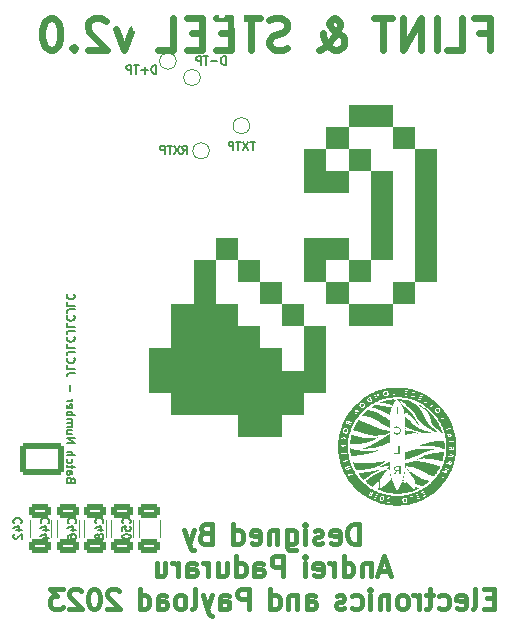
<source format=gbo>
%TF.GenerationSoftware,KiCad,Pcbnew,(7.0.0)*%
%TF.CreationDate,2023-03-30T04:11:49+01:00*%
%TF.ProjectId,flintandsteel,666c696e-7461-46e6-9473-7465656c2e6b,rev?*%
%TF.SameCoordinates,Original*%
%TF.FileFunction,Legend,Bot*%
%TF.FilePolarity,Positive*%
%FSLAX46Y46*%
G04 Gerber Fmt 4.6, Leading zero omitted, Abs format (unit mm)*
G04 Created by KiCad (PCBNEW (7.0.0)) date 2023-03-30 04:11:49*
%MOMM*%
%LPD*%
G01*
G04 APERTURE LIST*
G04 Aperture macros list*
%AMRoundRect*
0 Rectangle with rounded corners*
0 $1 Rounding radius*
0 $2 $3 $4 $5 $6 $7 $8 $9 X,Y pos of 4 corners*
0 Add a 4 corners polygon primitive as box body*
4,1,4,$2,$3,$4,$5,$6,$7,$8,$9,$2,$3,0*
0 Add four circle primitives for the rounded corners*
1,1,$1+$1,$2,$3*
1,1,$1+$1,$4,$5*
1,1,$1+$1,$6,$7*
1,1,$1+$1,$8,$9*
0 Add four rect primitives between the rounded corners*
20,1,$1+$1,$2,$3,$4,$5,0*
20,1,$1+$1,$4,$5,$6,$7,0*
20,1,$1+$1,$6,$7,$8,$9,0*
20,1,$1+$1,$8,$9,$2,$3,0*%
G04 Aperture macros list end*
%ADD10C,0.152400*%
%ADD11C,0.600000*%
%ADD12C,0.400000*%
%ADD13C,0.120000*%
%ADD14O,0.900000X1.700000*%
%ADD15O,0.900000X2.000000*%
%ADD16C,0.600000*%
%ADD17RoundRect,0.250001X1.599999X-1.099999X1.599999X1.099999X-1.599999X1.099999X-1.599999X-1.099999X0*%
%ADD18O,3.700000X2.700000*%
%ADD19O,1.700000X1.700000*%
%ADD20R,1.700000X1.700000*%
%ADD21R,2.400000X2.400000*%
%ADD22C,2.400000*%
%ADD23C,5.600000*%
%ADD24C,1.000000*%
%ADD25RoundRect,0.250000X-0.650000X0.325000X-0.650000X-0.325000X0.650000X-0.325000X0.650000X0.325000X0*%
G04 APERTURE END LIST*
D10*
X47202000Y-112906000D02*
X47168666Y-112806000D01*
X47168666Y-112806000D02*
X47135333Y-112772666D01*
X47135333Y-112772666D02*
X47068666Y-112739333D01*
X47068666Y-112739333D02*
X46968666Y-112739333D01*
X46968666Y-112739333D02*
X46902000Y-112772666D01*
X46902000Y-112772666D02*
X46868666Y-112806000D01*
X46868666Y-112806000D02*
X46835333Y-112872666D01*
X46835333Y-112872666D02*
X46835333Y-113139333D01*
X46835333Y-113139333D02*
X47535333Y-113139333D01*
X47535333Y-113139333D02*
X47535333Y-112906000D01*
X47535333Y-112906000D02*
X47502000Y-112839333D01*
X47502000Y-112839333D02*
X47468666Y-112806000D01*
X47468666Y-112806000D02*
X47402000Y-112772666D01*
X47402000Y-112772666D02*
X47335333Y-112772666D01*
X47335333Y-112772666D02*
X47268666Y-112806000D01*
X47268666Y-112806000D02*
X47235333Y-112839333D01*
X47235333Y-112839333D02*
X47202000Y-112906000D01*
X47202000Y-112906000D02*
X47202000Y-113139333D01*
X46835333Y-112139333D02*
X47202000Y-112139333D01*
X47202000Y-112139333D02*
X47268666Y-112172666D01*
X47268666Y-112172666D02*
X47302000Y-112239333D01*
X47302000Y-112239333D02*
X47302000Y-112372666D01*
X47302000Y-112372666D02*
X47268666Y-112439333D01*
X46868666Y-112139333D02*
X46835333Y-112206000D01*
X46835333Y-112206000D02*
X46835333Y-112372666D01*
X46835333Y-112372666D02*
X46868666Y-112439333D01*
X46868666Y-112439333D02*
X46935333Y-112472666D01*
X46935333Y-112472666D02*
X47002000Y-112472666D01*
X47002000Y-112472666D02*
X47068666Y-112439333D01*
X47068666Y-112439333D02*
X47102000Y-112372666D01*
X47102000Y-112372666D02*
X47102000Y-112206000D01*
X47102000Y-112206000D02*
X47135333Y-112139333D01*
X47302000Y-111906000D02*
X47302000Y-111639333D01*
X47535333Y-111806000D02*
X46935333Y-111806000D01*
X46935333Y-111806000D02*
X46868666Y-111772667D01*
X46868666Y-111772667D02*
X46835333Y-111706000D01*
X46835333Y-111706000D02*
X46835333Y-111639333D01*
X46868666Y-111106000D02*
X46835333Y-111172667D01*
X46835333Y-111172667D02*
X46835333Y-111306000D01*
X46835333Y-111306000D02*
X46868666Y-111372667D01*
X46868666Y-111372667D02*
X46902000Y-111406000D01*
X46902000Y-111406000D02*
X46968666Y-111439333D01*
X46968666Y-111439333D02*
X47168666Y-111439333D01*
X47168666Y-111439333D02*
X47235333Y-111406000D01*
X47235333Y-111406000D02*
X47268666Y-111372667D01*
X47268666Y-111372667D02*
X47302000Y-111306000D01*
X47302000Y-111306000D02*
X47302000Y-111172667D01*
X47302000Y-111172667D02*
X47268666Y-111106000D01*
X46835333Y-110806000D02*
X47535333Y-110806000D01*
X46835333Y-110506000D02*
X47202000Y-110506000D01*
X47202000Y-110506000D02*
X47268666Y-110539333D01*
X47268666Y-110539333D02*
X47302000Y-110606000D01*
X47302000Y-110606000D02*
X47302000Y-110706000D01*
X47302000Y-110706000D02*
X47268666Y-110772667D01*
X47268666Y-110772667D02*
X47235333Y-110806000D01*
X46835333Y-109752667D02*
X47535333Y-109752667D01*
X47535333Y-109752667D02*
X46835333Y-109352667D01*
X46835333Y-109352667D02*
X47535333Y-109352667D01*
X47302000Y-108719334D02*
X46835333Y-108719334D01*
X47302000Y-109019334D02*
X46935333Y-109019334D01*
X46935333Y-109019334D02*
X46868666Y-108986001D01*
X46868666Y-108986001D02*
X46835333Y-108919334D01*
X46835333Y-108919334D02*
X46835333Y-108819334D01*
X46835333Y-108819334D02*
X46868666Y-108752667D01*
X46868666Y-108752667D02*
X46902000Y-108719334D01*
X46835333Y-108386001D02*
X47302000Y-108386001D01*
X47235333Y-108386001D02*
X47268666Y-108352668D01*
X47268666Y-108352668D02*
X47302000Y-108286001D01*
X47302000Y-108286001D02*
X47302000Y-108186001D01*
X47302000Y-108186001D02*
X47268666Y-108119334D01*
X47268666Y-108119334D02*
X47202000Y-108086001D01*
X47202000Y-108086001D02*
X46835333Y-108086001D01*
X47202000Y-108086001D02*
X47268666Y-108052668D01*
X47268666Y-108052668D02*
X47302000Y-107986001D01*
X47302000Y-107986001D02*
X47302000Y-107886001D01*
X47302000Y-107886001D02*
X47268666Y-107819334D01*
X47268666Y-107819334D02*
X47202000Y-107786001D01*
X47202000Y-107786001D02*
X46835333Y-107786001D01*
X46835333Y-107452668D02*
X47535333Y-107452668D01*
X47268666Y-107452668D02*
X47302000Y-107386001D01*
X47302000Y-107386001D02*
X47302000Y-107252668D01*
X47302000Y-107252668D02*
X47268666Y-107186001D01*
X47268666Y-107186001D02*
X47235333Y-107152668D01*
X47235333Y-107152668D02*
X47168666Y-107119335D01*
X47168666Y-107119335D02*
X46968666Y-107119335D01*
X46968666Y-107119335D02*
X46902000Y-107152668D01*
X46902000Y-107152668D02*
X46868666Y-107186001D01*
X46868666Y-107186001D02*
X46835333Y-107252668D01*
X46835333Y-107252668D02*
X46835333Y-107386001D01*
X46835333Y-107386001D02*
X46868666Y-107452668D01*
X46868666Y-106552668D02*
X46835333Y-106619335D01*
X46835333Y-106619335D02*
X46835333Y-106752668D01*
X46835333Y-106752668D02*
X46868666Y-106819335D01*
X46868666Y-106819335D02*
X46935333Y-106852668D01*
X46935333Y-106852668D02*
X47202000Y-106852668D01*
X47202000Y-106852668D02*
X47268666Y-106819335D01*
X47268666Y-106819335D02*
X47302000Y-106752668D01*
X47302000Y-106752668D02*
X47302000Y-106619335D01*
X47302000Y-106619335D02*
X47268666Y-106552668D01*
X47268666Y-106552668D02*
X47202000Y-106519335D01*
X47202000Y-106519335D02*
X47135333Y-106519335D01*
X47135333Y-106519335D02*
X47068666Y-106852668D01*
X46835333Y-106219335D02*
X47302000Y-106219335D01*
X47168666Y-106219335D02*
X47235333Y-106186002D01*
X47235333Y-106186002D02*
X47268666Y-106152668D01*
X47268666Y-106152668D02*
X47302000Y-106086002D01*
X47302000Y-106086002D02*
X47302000Y-106019335D01*
X47102000Y-105366002D02*
X47102000Y-104832669D01*
X47535333Y-103879335D02*
X47035333Y-103879335D01*
X47035333Y-103879335D02*
X46935333Y-103912668D01*
X46935333Y-103912668D02*
X46868666Y-103979335D01*
X46868666Y-103979335D02*
X46835333Y-104079335D01*
X46835333Y-104079335D02*
X46835333Y-104146002D01*
X46835333Y-103212669D02*
X46835333Y-103546002D01*
X46835333Y-103546002D02*
X47535333Y-103546002D01*
X46902000Y-102579335D02*
X46868666Y-102612668D01*
X46868666Y-102612668D02*
X46835333Y-102712668D01*
X46835333Y-102712668D02*
X46835333Y-102779335D01*
X46835333Y-102779335D02*
X46868666Y-102879335D01*
X46868666Y-102879335D02*
X46935333Y-102946002D01*
X46935333Y-102946002D02*
X47002000Y-102979335D01*
X47002000Y-102979335D02*
X47135333Y-103012668D01*
X47135333Y-103012668D02*
X47235333Y-103012668D01*
X47235333Y-103012668D02*
X47368666Y-102979335D01*
X47368666Y-102979335D02*
X47435333Y-102946002D01*
X47435333Y-102946002D02*
X47502000Y-102879335D01*
X47502000Y-102879335D02*
X47535333Y-102779335D01*
X47535333Y-102779335D02*
X47535333Y-102712668D01*
X47535333Y-102712668D02*
X47502000Y-102612668D01*
X47502000Y-102612668D02*
X47468666Y-102579335D01*
X47535333Y-102079335D02*
X47035333Y-102079335D01*
X47035333Y-102079335D02*
X46935333Y-102112668D01*
X46935333Y-102112668D02*
X46868666Y-102179335D01*
X46868666Y-102179335D02*
X46835333Y-102279335D01*
X46835333Y-102279335D02*
X46835333Y-102346002D01*
X46835333Y-101412669D02*
X46835333Y-101746002D01*
X46835333Y-101746002D02*
X47535333Y-101746002D01*
X46902000Y-100779335D02*
X46868666Y-100812668D01*
X46868666Y-100812668D02*
X46835333Y-100912668D01*
X46835333Y-100912668D02*
X46835333Y-100979335D01*
X46835333Y-100979335D02*
X46868666Y-101079335D01*
X46868666Y-101079335D02*
X46935333Y-101146002D01*
X46935333Y-101146002D02*
X47002000Y-101179335D01*
X47002000Y-101179335D02*
X47135333Y-101212668D01*
X47135333Y-101212668D02*
X47235333Y-101212668D01*
X47235333Y-101212668D02*
X47368666Y-101179335D01*
X47368666Y-101179335D02*
X47435333Y-101146002D01*
X47435333Y-101146002D02*
X47502000Y-101079335D01*
X47502000Y-101079335D02*
X47535333Y-100979335D01*
X47535333Y-100979335D02*
X47535333Y-100912668D01*
X47535333Y-100912668D02*
X47502000Y-100812668D01*
X47502000Y-100812668D02*
X47468666Y-100779335D01*
X47535333Y-100279335D02*
X47035333Y-100279335D01*
X47035333Y-100279335D02*
X46935333Y-100312668D01*
X46935333Y-100312668D02*
X46868666Y-100379335D01*
X46868666Y-100379335D02*
X46835333Y-100479335D01*
X46835333Y-100479335D02*
X46835333Y-100546002D01*
X46835333Y-99612669D02*
X46835333Y-99946002D01*
X46835333Y-99946002D02*
X47535333Y-99946002D01*
X46902000Y-98979335D02*
X46868666Y-99012668D01*
X46868666Y-99012668D02*
X46835333Y-99112668D01*
X46835333Y-99112668D02*
X46835333Y-99179335D01*
X46835333Y-99179335D02*
X46868666Y-99279335D01*
X46868666Y-99279335D02*
X46935333Y-99346002D01*
X46935333Y-99346002D02*
X47002000Y-99379335D01*
X47002000Y-99379335D02*
X47135333Y-99412668D01*
X47135333Y-99412668D02*
X47235333Y-99412668D01*
X47235333Y-99412668D02*
X47368666Y-99379335D01*
X47368666Y-99379335D02*
X47435333Y-99346002D01*
X47435333Y-99346002D02*
X47502000Y-99279335D01*
X47502000Y-99279335D02*
X47535333Y-99179335D01*
X47535333Y-99179335D02*
X47535333Y-99112668D01*
X47535333Y-99112668D02*
X47502000Y-99012668D01*
X47502000Y-99012668D02*
X47468666Y-98979335D01*
X47535333Y-98479335D02*
X47035333Y-98479335D01*
X47035333Y-98479335D02*
X46935333Y-98512668D01*
X46935333Y-98512668D02*
X46868666Y-98579335D01*
X46868666Y-98579335D02*
X46835333Y-98679335D01*
X46835333Y-98679335D02*
X46835333Y-98746002D01*
X46835333Y-97812669D02*
X46835333Y-98146002D01*
X46835333Y-98146002D02*
X47535333Y-98146002D01*
X46902000Y-97179335D02*
X46868666Y-97212668D01*
X46868666Y-97212668D02*
X46835333Y-97312668D01*
X46835333Y-97312668D02*
X46835333Y-97379335D01*
X46835333Y-97379335D02*
X46868666Y-97479335D01*
X46868666Y-97479335D02*
X46935333Y-97546002D01*
X46935333Y-97546002D02*
X47002000Y-97579335D01*
X47002000Y-97579335D02*
X47135333Y-97612668D01*
X47135333Y-97612668D02*
X47235333Y-97612668D01*
X47235333Y-97612668D02*
X47368666Y-97579335D01*
X47368666Y-97579335D02*
X47435333Y-97546002D01*
X47435333Y-97546002D02*
X47502000Y-97479335D01*
X47502000Y-97479335D02*
X47535333Y-97379335D01*
X47535333Y-97379335D02*
X47535333Y-97312668D01*
X47535333Y-97312668D02*
X47502000Y-97212668D01*
X47502000Y-97212668D02*
X47468666Y-97179335D01*
D11*
X81754142Y-75086642D02*
X82654142Y-75086642D01*
X82654142Y-76500928D02*
X82654142Y-73800928D01*
X82654142Y-73800928D02*
X81368428Y-73800928D01*
X79054142Y-76500928D02*
X80339856Y-76500928D01*
X80339856Y-76500928D02*
X80339856Y-73800928D01*
X78154142Y-76500928D02*
X78154142Y-73800928D01*
X76868428Y-76500928D02*
X76868428Y-73800928D01*
X76868428Y-73800928D02*
X75325571Y-76500928D01*
X75325571Y-76500928D02*
X75325571Y-73800928D01*
X74425572Y-73800928D02*
X72882715Y-73800928D01*
X73654143Y-76500928D02*
X73654143Y-73800928D01*
X68177000Y-76500928D02*
X68305572Y-76500928D01*
X68305572Y-76500928D02*
X68562714Y-76372357D01*
X68562714Y-76372357D02*
X68948429Y-75986642D01*
X68948429Y-75986642D02*
X69591286Y-75215214D01*
X69591286Y-75215214D02*
X69848429Y-74829500D01*
X69848429Y-74829500D02*
X69977000Y-74443785D01*
X69977000Y-74443785D02*
X69977000Y-74186642D01*
X69977000Y-74186642D02*
X69848429Y-73929500D01*
X69848429Y-73929500D02*
X69591286Y-73800928D01*
X69591286Y-73800928D02*
X69462714Y-73800928D01*
X69462714Y-73800928D02*
X69205572Y-73929500D01*
X69205572Y-73929500D02*
X69077000Y-74186642D01*
X69077000Y-74186642D02*
X69077000Y-74315214D01*
X69077000Y-74315214D02*
X69205572Y-74572357D01*
X69205572Y-74572357D02*
X69334143Y-74700928D01*
X69334143Y-74700928D02*
X70105572Y-75215214D01*
X70105572Y-75215214D02*
X70234143Y-75343785D01*
X70234143Y-75343785D02*
X70362714Y-75600928D01*
X70362714Y-75600928D02*
X70362714Y-75986642D01*
X70362714Y-75986642D02*
X70234143Y-76243785D01*
X70234143Y-76243785D02*
X70105572Y-76372357D01*
X70105572Y-76372357D02*
X69848429Y-76500928D01*
X69848429Y-76500928D02*
X69462714Y-76500928D01*
X69462714Y-76500928D02*
X69205572Y-76372357D01*
X69205572Y-76372357D02*
X69077000Y-76243785D01*
X69077000Y-76243785D02*
X68691286Y-75729500D01*
X68691286Y-75729500D02*
X68562714Y-75343785D01*
X68562714Y-75343785D02*
X68562714Y-75086642D01*
X65528429Y-76372357D02*
X65142715Y-76500928D01*
X65142715Y-76500928D02*
X64499857Y-76500928D01*
X64499857Y-76500928D02*
X64242715Y-76372357D01*
X64242715Y-76372357D02*
X64114143Y-76243785D01*
X64114143Y-76243785D02*
X63985572Y-75986642D01*
X63985572Y-75986642D02*
X63985572Y-75729500D01*
X63985572Y-75729500D02*
X64114143Y-75472357D01*
X64114143Y-75472357D02*
X64242715Y-75343785D01*
X64242715Y-75343785D02*
X64499857Y-75215214D01*
X64499857Y-75215214D02*
X65014143Y-75086642D01*
X65014143Y-75086642D02*
X65271286Y-74958071D01*
X65271286Y-74958071D02*
X65399857Y-74829500D01*
X65399857Y-74829500D02*
X65528429Y-74572357D01*
X65528429Y-74572357D02*
X65528429Y-74315214D01*
X65528429Y-74315214D02*
X65399857Y-74058071D01*
X65399857Y-74058071D02*
X65271286Y-73929500D01*
X65271286Y-73929500D02*
X65014143Y-73800928D01*
X65014143Y-73800928D02*
X64371286Y-73800928D01*
X64371286Y-73800928D02*
X63985572Y-73929500D01*
X63214143Y-73800928D02*
X61671286Y-73800928D01*
X62442714Y-76500928D02*
X62442714Y-73800928D01*
X60771285Y-75086642D02*
X59871285Y-75086642D01*
X59485571Y-76500928D02*
X60771285Y-76500928D01*
X60771285Y-76500928D02*
X60771285Y-73800928D01*
X60771285Y-73800928D02*
X59485571Y-73800928D01*
X58328428Y-75086642D02*
X57428428Y-75086642D01*
X57042714Y-76500928D02*
X58328428Y-76500928D01*
X58328428Y-76500928D02*
X58328428Y-73800928D01*
X58328428Y-73800928D02*
X57042714Y-73800928D01*
X54599857Y-76500928D02*
X55885571Y-76500928D01*
X55885571Y-76500928D02*
X55885571Y-73800928D01*
X52337000Y-74700928D02*
X51694143Y-76500928D01*
X51694143Y-76500928D02*
X51051286Y-74700928D01*
X50151286Y-74058071D02*
X50022714Y-73929500D01*
X50022714Y-73929500D02*
X49765572Y-73800928D01*
X49765572Y-73800928D02*
X49122714Y-73800928D01*
X49122714Y-73800928D02*
X48865572Y-73929500D01*
X48865572Y-73929500D02*
X48737000Y-74058071D01*
X48737000Y-74058071D02*
X48608429Y-74315214D01*
X48608429Y-74315214D02*
X48608429Y-74572357D01*
X48608429Y-74572357D02*
X48737000Y-74958071D01*
X48737000Y-74958071D02*
X50279857Y-76500928D01*
X50279857Y-76500928D02*
X48608429Y-76500928D01*
X47451285Y-76243785D02*
X47322714Y-76372357D01*
X47322714Y-76372357D02*
X47451285Y-76500928D01*
X47451285Y-76500928D02*
X47579857Y-76372357D01*
X47579857Y-76372357D02*
X47451285Y-76243785D01*
X47451285Y-76243785D02*
X47451285Y-76500928D01*
X45651286Y-73800928D02*
X45394143Y-73800928D01*
X45394143Y-73800928D02*
X45137000Y-73929500D01*
X45137000Y-73929500D02*
X45008429Y-74058071D01*
X45008429Y-74058071D02*
X44879857Y-74315214D01*
X44879857Y-74315214D02*
X44751286Y-74829500D01*
X44751286Y-74829500D02*
X44751286Y-75472357D01*
X44751286Y-75472357D02*
X44879857Y-75986642D01*
X44879857Y-75986642D02*
X45008429Y-76243785D01*
X45008429Y-76243785D02*
X45137000Y-76372357D01*
X45137000Y-76372357D02*
X45394143Y-76500928D01*
X45394143Y-76500928D02*
X45651286Y-76500928D01*
X45651286Y-76500928D02*
X45908429Y-76372357D01*
X45908429Y-76372357D02*
X46037000Y-76243785D01*
X46037000Y-76243785D02*
X46165571Y-75986642D01*
X46165571Y-75986642D02*
X46294143Y-75472357D01*
X46294143Y-75472357D02*
X46294143Y-74829500D01*
X46294143Y-74829500D02*
X46165571Y-74315214D01*
X46165571Y-74315214D02*
X46037000Y-74058071D01*
X46037000Y-74058071D02*
X45908429Y-73929500D01*
X45908429Y-73929500D02*
X45651286Y-73800928D01*
D12*
X71561999Y-118316548D02*
X71561999Y-116616548D01*
X71561999Y-116616548D02*
X71157237Y-116616548D01*
X71157237Y-116616548D02*
X70914380Y-116697501D01*
X70914380Y-116697501D02*
X70752475Y-116859405D01*
X70752475Y-116859405D02*
X70671522Y-117021310D01*
X70671522Y-117021310D02*
X70590570Y-117345120D01*
X70590570Y-117345120D02*
X70590570Y-117587977D01*
X70590570Y-117587977D02*
X70671522Y-117911786D01*
X70671522Y-117911786D02*
X70752475Y-118073691D01*
X70752475Y-118073691D02*
X70914380Y-118235596D01*
X70914380Y-118235596D02*
X71157237Y-118316548D01*
X71157237Y-118316548D02*
X71561999Y-118316548D01*
X69214380Y-118235596D02*
X69376284Y-118316548D01*
X69376284Y-118316548D02*
X69700094Y-118316548D01*
X69700094Y-118316548D02*
X69861999Y-118235596D01*
X69861999Y-118235596D02*
X69942951Y-118073691D01*
X69942951Y-118073691D02*
X69942951Y-117426072D01*
X69942951Y-117426072D02*
X69861999Y-117264167D01*
X69861999Y-117264167D02*
X69700094Y-117183215D01*
X69700094Y-117183215D02*
X69376284Y-117183215D01*
X69376284Y-117183215D02*
X69214380Y-117264167D01*
X69214380Y-117264167D02*
X69133427Y-117426072D01*
X69133427Y-117426072D02*
X69133427Y-117587977D01*
X69133427Y-117587977D02*
X69942951Y-117749881D01*
X68485808Y-118235596D02*
X68323903Y-118316548D01*
X68323903Y-118316548D02*
X68000094Y-118316548D01*
X68000094Y-118316548D02*
X67838189Y-118235596D01*
X67838189Y-118235596D02*
X67757237Y-118073691D01*
X67757237Y-118073691D02*
X67757237Y-117992739D01*
X67757237Y-117992739D02*
X67838189Y-117830834D01*
X67838189Y-117830834D02*
X68000094Y-117749881D01*
X68000094Y-117749881D02*
X68242951Y-117749881D01*
X68242951Y-117749881D02*
X68404856Y-117668929D01*
X68404856Y-117668929D02*
X68485808Y-117507024D01*
X68485808Y-117507024D02*
X68485808Y-117426072D01*
X68485808Y-117426072D02*
X68404856Y-117264167D01*
X68404856Y-117264167D02*
X68242951Y-117183215D01*
X68242951Y-117183215D02*
X68000094Y-117183215D01*
X68000094Y-117183215D02*
X67838189Y-117264167D01*
X67028666Y-118316548D02*
X67028666Y-117183215D01*
X67028666Y-116616548D02*
X67109618Y-116697501D01*
X67109618Y-116697501D02*
X67028666Y-116778453D01*
X67028666Y-116778453D02*
X66947713Y-116697501D01*
X66947713Y-116697501D02*
X67028666Y-116616548D01*
X67028666Y-116616548D02*
X67028666Y-116778453D01*
X65490570Y-117183215D02*
X65490570Y-118559405D01*
X65490570Y-118559405D02*
X65571523Y-118721310D01*
X65571523Y-118721310D02*
X65652475Y-118802262D01*
X65652475Y-118802262D02*
X65814380Y-118883215D01*
X65814380Y-118883215D02*
X66057237Y-118883215D01*
X66057237Y-118883215D02*
X66219142Y-118802262D01*
X65490570Y-118235596D02*
X65652475Y-118316548D01*
X65652475Y-118316548D02*
X65976284Y-118316548D01*
X65976284Y-118316548D02*
X66138189Y-118235596D01*
X66138189Y-118235596D02*
X66219142Y-118154643D01*
X66219142Y-118154643D02*
X66300094Y-117992739D01*
X66300094Y-117992739D02*
X66300094Y-117507024D01*
X66300094Y-117507024D02*
X66219142Y-117345120D01*
X66219142Y-117345120D02*
X66138189Y-117264167D01*
X66138189Y-117264167D02*
X65976284Y-117183215D01*
X65976284Y-117183215D02*
X65652475Y-117183215D01*
X65652475Y-117183215D02*
X65490570Y-117264167D01*
X64681047Y-117183215D02*
X64681047Y-118316548D01*
X64681047Y-117345120D02*
X64600094Y-117264167D01*
X64600094Y-117264167D02*
X64438189Y-117183215D01*
X64438189Y-117183215D02*
X64195332Y-117183215D01*
X64195332Y-117183215D02*
X64033428Y-117264167D01*
X64033428Y-117264167D02*
X63952475Y-117426072D01*
X63952475Y-117426072D02*
X63952475Y-118316548D01*
X62495333Y-118235596D02*
X62657237Y-118316548D01*
X62657237Y-118316548D02*
X62981047Y-118316548D01*
X62981047Y-118316548D02*
X63142952Y-118235596D01*
X63142952Y-118235596D02*
X63223904Y-118073691D01*
X63223904Y-118073691D02*
X63223904Y-117426072D01*
X63223904Y-117426072D02*
X63142952Y-117264167D01*
X63142952Y-117264167D02*
X62981047Y-117183215D01*
X62981047Y-117183215D02*
X62657237Y-117183215D01*
X62657237Y-117183215D02*
X62495333Y-117264167D01*
X62495333Y-117264167D02*
X62414380Y-117426072D01*
X62414380Y-117426072D02*
X62414380Y-117587977D01*
X62414380Y-117587977D02*
X63223904Y-117749881D01*
X60957237Y-118316548D02*
X60957237Y-116616548D01*
X60957237Y-118235596D02*
X61119142Y-118316548D01*
X61119142Y-118316548D02*
X61442951Y-118316548D01*
X61442951Y-118316548D02*
X61604856Y-118235596D01*
X61604856Y-118235596D02*
X61685809Y-118154643D01*
X61685809Y-118154643D02*
X61766761Y-117992739D01*
X61766761Y-117992739D02*
X61766761Y-117507024D01*
X61766761Y-117507024D02*
X61685809Y-117345120D01*
X61685809Y-117345120D02*
X61604856Y-117264167D01*
X61604856Y-117264167D02*
X61442951Y-117183215D01*
X61442951Y-117183215D02*
X61119142Y-117183215D01*
X61119142Y-117183215D02*
X60957237Y-117264167D01*
X58561047Y-117426072D02*
X58318190Y-117507024D01*
X58318190Y-117507024D02*
X58237237Y-117587977D01*
X58237237Y-117587977D02*
X58156285Y-117749881D01*
X58156285Y-117749881D02*
X58156285Y-117992739D01*
X58156285Y-117992739D02*
X58237237Y-118154643D01*
X58237237Y-118154643D02*
X58318190Y-118235596D01*
X58318190Y-118235596D02*
X58480095Y-118316548D01*
X58480095Y-118316548D02*
X59127714Y-118316548D01*
X59127714Y-118316548D02*
X59127714Y-116616548D01*
X59127714Y-116616548D02*
X58561047Y-116616548D01*
X58561047Y-116616548D02*
X58399142Y-116697501D01*
X58399142Y-116697501D02*
X58318190Y-116778453D01*
X58318190Y-116778453D02*
X58237237Y-116940358D01*
X58237237Y-116940358D02*
X58237237Y-117102262D01*
X58237237Y-117102262D02*
X58318190Y-117264167D01*
X58318190Y-117264167D02*
X58399142Y-117345120D01*
X58399142Y-117345120D02*
X58561047Y-117426072D01*
X58561047Y-117426072D02*
X59127714Y-117426072D01*
X57589618Y-117183215D02*
X57184856Y-118316548D01*
X56780095Y-117183215D02*
X57184856Y-118316548D01*
X57184856Y-118316548D02*
X57346761Y-118721310D01*
X57346761Y-118721310D02*
X57427714Y-118802262D01*
X57427714Y-118802262D02*
X57589618Y-118883215D01*
X74111999Y-120584834D02*
X73302475Y-120584834D01*
X74273904Y-121070548D02*
X73707237Y-119370548D01*
X73707237Y-119370548D02*
X73140570Y-121070548D01*
X72573904Y-119937215D02*
X72573904Y-121070548D01*
X72573904Y-120099120D02*
X72492951Y-120018167D01*
X72492951Y-120018167D02*
X72331046Y-119937215D01*
X72331046Y-119937215D02*
X72088189Y-119937215D01*
X72088189Y-119937215D02*
X71926285Y-120018167D01*
X71926285Y-120018167D02*
X71845332Y-120180072D01*
X71845332Y-120180072D02*
X71845332Y-121070548D01*
X70307237Y-121070548D02*
X70307237Y-119370548D01*
X70307237Y-120989596D02*
X70469142Y-121070548D01*
X70469142Y-121070548D02*
X70792951Y-121070548D01*
X70792951Y-121070548D02*
X70954856Y-120989596D01*
X70954856Y-120989596D02*
X71035809Y-120908643D01*
X71035809Y-120908643D02*
X71116761Y-120746739D01*
X71116761Y-120746739D02*
X71116761Y-120261024D01*
X71116761Y-120261024D02*
X71035809Y-120099120D01*
X71035809Y-120099120D02*
X70954856Y-120018167D01*
X70954856Y-120018167D02*
X70792951Y-119937215D01*
X70792951Y-119937215D02*
X70469142Y-119937215D01*
X70469142Y-119937215D02*
X70307237Y-120018167D01*
X69497714Y-121070548D02*
X69497714Y-119937215D01*
X69497714Y-120261024D02*
X69416761Y-120099120D01*
X69416761Y-120099120D02*
X69335809Y-120018167D01*
X69335809Y-120018167D02*
X69173904Y-119937215D01*
X69173904Y-119937215D02*
X69011999Y-119937215D01*
X67797714Y-120989596D02*
X67959618Y-121070548D01*
X67959618Y-121070548D02*
X68283428Y-121070548D01*
X68283428Y-121070548D02*
X68445333Y-120989596D01*
X68445333Y-120989596D02*
X68526285Y-120827691D01*
X68526285Y-120827691D02*
X68526285Y-120180072D01*
X68526285Y-120180072D02*
X68445333Y-120018167D01*
X68445333Y-120018167D02*
X68283428Y-119937215D01*
X68283428Y-119937215D02*
X67959618Y-119937215D01*
X67959618Y-119937215D02*
X67797714Y-120018167D01*
X67797714Y-120018167D02*
X67716761Y-120180072D01*
X67716761Y-120180072D02*
X67716761Y-120341977D01*
X67716761Y-120341977D02*
X68526285Y-120503881D01*
X66988190Y-121070548D02*
X66988190Y-119937215D01*
X66988190Y-119370548D02*
X67069142Y-119451501D01*
X67069142Y-119451501D02*
X66988190Y-119532453D01*
X66988190Y-119532453D02*
X66907237Y-119451501D01*
X66907237Y-119451501D02*
X66988190Y-119370548D01*
X66988190Y-119370548D02*
X66988190Y-119532453D01*
X65158666Y-121070548D02*
X65158666Y-119370548D01*
X65158666Y-119370548D02*
X64511047Y-119370548D01*
X64511047Y-119370548D02*
X64349142Y-119451501D01*
X64349142Y-119451501D02*
X64268189Y-119532453D01*
X64268189Y-119532453D02*
X64187237Y-119694358D01*
X64187237Y-119694358D02*
X64187237Y-119937215D01*
X64187237Y-119937215D02*
X64268189Y-120099120D01*
X64268189Y-120099120D02*
X64349142Y-120180072D01*
X64349142Y-120180072D02*
X64511047Y-120261024D01*
X64511047Y-120261024D02*
X65158666Y-120261024D01*
X62730094Y-121070548D02*
X62730094Y-120180072D01*
X62730094Y-120180072D02*
X62811047Y-120018167D01*
X62811047Y-120018167D02*
X62972951Y-119937215D01*
X62972951Y-119937215D02*
X63296761Y-119937215D01*
X63296761Y-119937215D02*
X63458666Y-120018167D01*
X62730094Y-120989596D02*
X62891999Y-121070548D01*
X62891999Y-121070548D02*
X63296761Y-121070548D01*
X63296761Y-121070548D02*
X63458666Y-120989596D01*
X63458666Y-120989596D02*
X63539618Y-120827691D01*
X63539618Y-120827691D02*
X63539618Y-120665786D01*
X63539618Y-120665786D02*
X63458666Y-120503881D01*
X63458666Y-120503881D02*
X63296761Y-120422929D01*
X63296761Y-120422929D02*
X62891999Y-120422929D01*
X62891999Y-120422929D02*
X62730094Y-120341977D01*
X61191999Y-121070548D02*
X61191999Y-119370548D01*
X61191999Y-120989596D02*
X61353904Y-121070548D01*
X61353904Y-121070548D02*
X61677713Y-121070548D01*
X61677713Y-121070548D02*
X61839618Y-120989596D01*
X61839618Y-120989596D02*
X61920571Y-120908643D01*
X61920571Y-120908643D02*
X62001523Y-120746739D01*
X62001523Y-120746739D02*
X62001523Y-120261024D01*
X62001523Y-120261024D02*
X61920571Y-120099120D01*
X61920571Y-120099120D02*
X61839618Y-120018167D01*
X61839618Y-120018167D02*
X61677713Y-119937215D01*
X61677713Y-119937215D02*
X61353904Y-119937215D01*
X61353904Y-119937215D02*
X61191999Y-120018167D01*
X59653904Y-119937215D02*
X59653904Y-121070548D01*
X60382476Y-119937215D02*
X60382476Y-120827691D01*
X60382476Y-120827691D02*
X60301523Y-120989596D01*
X60301523Y-120989596D02*
X60139618Y-121070548D01*
X60139618Y-121070548D02*
X59896761Y-121070548D01*
X59896761Y-121070548D02*
X59734857Y-120989596D01*
X59734857Y-120989596D02*
X59653904Y-120908643D01*
X58844381Y-121070548D02*
X58844381Y-119937215D01*
X58844381Y-120261024D02*
X58763428Y-120099120D01*
X58763428Y-120099120D02*
X58682476Y-120018167D01*
X58682476Y-120018167D02*
X58520571Y-119937215D01*
X58520571Y-119937215D02*
X58358666Y-119937215D01*
X57063428Y-121070548D02*
X57063428Y-120180072D01*
X57063428Y-120180072D02*
X57144381Y-120018167D01*
X57144381Y-120018167D02*
X57306285Y-119937215D01*
X57306285Y-119937215D02*
X57630095Y-119937215D01*
X57630095Y-119937215D02*
X57792000Y-120018167D01*
X57063428Y-120989596D02*
X57225333Y-121070548D01*
X57225333Y-121070548D02*
X57630095Y-121070548D01*
X57630095Y-121070548D02*
X57792000Y-120989596D01*
X57792000Y-120989596D02*
X57872952Y-120827691D01*
X57872952Y-120827691D02*
X57872952Y-120665786D01*
X57872952Y-120665786D02*
X57792000Y-120503881D01*
X57792000Y-120503881D02*
X57630095Y-120422929D01*
X57630095Y-120422929D02*
X57225333Y-120422929D01*
X57225333Y-120422929D02*
X57063428Y-120341977D01*
X56253905Y-121070548D02*
X56253905Y-119937215D01*
X56253905Y-120261024D02*
X56172952Y-120099120D01*
X56172952Y-120099120D02*
X56092000Y-120018167D01*
X56092000Y-120018167D02*
X55930095Y-119937215D01*
X55930095Y-119937215D02*
X55768190Y-119937215D01*
X54472952Y-119937215D02*
X54472952Y-121070548D01*
X55201524Y-119937215D02*
X55201524Y-120827691D01*
X55201524Y-120827691D02*
X55120571Y-120989596D01*
X55120571Y-120989596D02*
X54958666Y-121070548D01*
X54958666Y-121070548D02*
X54715809Y-121070548D01*
X54715809Y-121070548D02*
X54553905Y-120989596D01*
X54553905Y-120989596D02*
X54472952Y-120908643D01*
X82984380Y-122934072D02*
X82417713Y-122934072D01*
X82174856Y-123824548D02*
X82984380Y-123824548D01*
X82984380Y-123824548D02*
X82984380Y-122124548D01*
X82984380Y-122124548D02*
X82174856Y-122124548D01*
X81203427Y-123824548D02*
X81365332Y-123743596D01*
X81365332Y-123743596D02*
X81446285Y-123581691D01*
X81446285Y-123581691D02*
X81446285Y-122124548D01*
X79908190Y-123743596D02*
X80070094Y-123824548D01*
X80070094Y-123824548D02*
X80393904Y-123824548D01*
X80393904Y-123824548D02*
X80555809Y-123743596D01*
X80555809Y-123743596D02*
X80636761Y-123581691D01*
X80636761Y-123581691D02*
X80636761Y-122934072D01*
X80636761Y-122934072D02*
X80555809Y-122772167D01*
X80555809Y-122772167D02*
X80393904Y-122691215D01*
X80393904Y-122691215D02*
X80070094Y-122691215D01*
X80070094Y-122691215D02*
X79908190Y-122772167D01*
X79908190Y-122772167D02*
X79827237Y-122934072D01*
X79827237Y-122934072D02*
X79827237Y-123095977D01*
X79827237Y-123095977D02*
X80636761Y-123257881D01*
X78370094Y-123743596D02*
X78531999Y-123824548D01*
X78531999Y-123824548D02*
X78855808Y-123824548D01*
X78855808Y-123824548D02*
X79017713Y-123743596D01*
X79017713Y-123743596D02*
X79098666Y-123662643D01*
X79098666Y-123662643D02*
X79179618Y-123500739D01*
X79179618Y-123500739D02*
X79179618Y-123015024D01*
X79179618Y-123015024D02*
X79098666Y-122853120D01*
X79098666Y-122853120D02*
X79017713Y-122772167D01*
X79017713Y-122772167D02*
X78855808Y-122691215D01*
X78855808Y-122691215D02*
X78531999Y-122691215D01*
X78531999Y-122691215D02*
X78370094Y-122772167D01*
X77884380Y-122691215D02*
X77236761Y-122691215D01*
X77641523Y-122124548D02*
X77641523Y-123581691D01*
X77641523Y-123581691D02*
X77560570Y-123743596D01*
X77560570Y-123743596D02*
X77398665Y-123824548D01*
X77398665Y-123824548D02*
X77236761Y-123824548D01*
X76670094Y-123824548D02*
X76670094Y-122691215D01*
X76670094Y-123015024D02*
X76589141Y-122853120D01*
X76589141Y-122853120D02*
X76508189Y-122772167D01*
X76508189Y-122772167D02*
X76346284Y-122691215D01*
X76346284Y-122691215D02*
X76184379Y-122691215D01*
X75374855Y-123824548D02*
X75536760Y-123743596D01*
X75536760Y-123743596D02*
X75617713Y-123662643D01*
X75617713Y-123662643D02*
X75698665Y-123500739D01*
X75698665Y-123500739D02*
X75698665Y-123015024D01*
X75698665Y-123015024D02*
X75617713Y-122853120D01*
X75617713Y-122853120D02*
X75536760Y-122772167D01*
X75536760Y-122772167D02*
X75374855Y-122691215D01*
X75374855Y-122691215D02*
X75131998Y-122691215D01*
X75131998Y-122691215D02*
X74970094Y-122772167D01*
X74970094Y-122772167D02*
X74889141Y-122853120D01*
X74889141Y-122853120D02*
X74808189Y-123015024D01*
X74808189Y-123015024D02*
X74808189Y-123500739D01*
X74808189Y-123500739D02*
X74889141Y-123662643D01*
X74889141Y-123662643D02*
X74970094Y-123743596D01*
X74970094Y-123743596D02*
X75131998Y-123824548D01*
X75131998Y-123824548D02*
X75374855Y-123824548D01*
X74079618Y-122691215D02*
X74079618Y-123824548D01*
X74079618Y-122853120D02*
X73998665Y-122772167D01*
X73998665Y-122772167D02*
X73836760Y-122691215D01*
X73836760Y-122691215D02*
X73593903Y-122691215D01*
X73593903Y-122691215D02*
X73431999Y-122772167D01*
X73431999Y-122772167D02*
X73351046Y-122934072D01*
X73351046Y-122934072D02*
X73351046Y-123824548D01*
X72541523Y-123824548D02*
X72541523Y-122691215D01*
X72541523Y-122124548D02*
X72622475Y-122205501D01*
X72622475Y-122205501D02*
X72541523Y-122286453D01*
X72541523Y-122286453D02*
X72460570Y-122205501D01*
X72460570Y-122205501D02*
X72541523Y-122124548D01*
X72541523Y-122124548D02*
X72541523Y-122286453D01*
X71003427Y-123743596D02*
X71165332Y-123824548D01*
X71165332Y-123824548D02*
X71489141Y-123824548D01*
X71489141Y-123824548D02*
X71651046Y-123743596D01*
X71651046Y-123743596D02*
X71731999Y-123662643D01*
X71731999Y-123662643D02*
X71812951Y-123500739D01*
X71812951Y-123500739D02*
X71812951Y-123015024D01*
X71812951Y-123015024D02*
X71731999Y-122853120D01*
X71731999Y-122853120D02*
X71651046Y-122772167D01*
X71651046Y-122772167D02*
X71489141Y-122691215D01*
X71489141Y-122691215D02*
X71165332Y-122691215D01*
X71165332Y-122691215D02*
X71003427Y-122772167D01*
X70355808Y-123743596D02*
X70193903Y-123824548D01*
X70193903Y-123824548D02*
X69870094Y-123824548D01*
X69870094Y-123824548D02*
X69708189Y-123743596D01*
X69708189Y-123743596D02*
X69627237Y-123581691D01*
X69627237Y-123581691D02*
X69627237Y-123500739D01*
X69627237Y-123500739D02*
X69708189Y-123338834D01*
X69708189Y-123338834D02*
X69870094Y-123257881D01*
X69870094Y-123257881D02*
X70112951Y-123257881D01*
X70112951Y-123257881D02*
X70274856Y-123176929D01*
X70274856Y-123176929D02*
X70355808Y-123015024D01*
X70355808Y-123015024D02*
X70355808Y-122934072D01*
X70355808Y-122934072D02*
X70274856Y-122772167D01*
X70274856Y-122772167D02*
X70112951Y-122691215D01*
X70112951Y-122691215D02*
X69870094Y-122691215D01*
X69870094Y-122691215D02*
X69708189Y-122772167D01*
X67150094Y-123824548D02*
X67150094Y-122934072D01*
X67150094Y-122934072D02*
X67231047Y-122772167D01*
X67231047Y-122772167D02*
X67392951Y-122691215D01*
X67392951Y-122691215D02*
X67716761Y-122691215D01*
X67716761Y-122691215D02*
X67878666Y-122772167D01*
X67150094Y-123743596D02*
X67311999Y-123824548D01*
X67311999Y-123824548D02*
X67716761Y-123824548D01*
X67716761Y-123824548D02*
X67878666Y-123743596D01*
X67878666Y-123743596D02*
X67959618Y-123581691D01*
X67959618Y-123581691D02*
X67959618Y-123419786D01*
X67959618Y-123419786D02*
X67878666Y-123257881D01*
X67878666Y-123257881D02*
X67716761Y-123176929D01*
X67716761Y-123176929D02*
X67311999Y-123176929D01*
X67311999Y-123176929D02*
X67150094Y-123095977D01*
X66340571Y-122691215D02*
X66340571Y-123824548D01*
X66340571Y-122853120D02*
X66259618Y-122772167D01*
X66259618Y-122772167D02*
X66097713Y-122691215D01*
X66097713Y-122691215D02*
X65854856Y-122691215D01*
X65854856Y-122691215D02*
X65692952Y-122772167D01*
X65692952Y-122772167D02*
X65611999Y-122934072D01*
X65611999Y-122934072D02*
X65611999Y-123824548D01*
X64073904Y-123824548D02*
X64073904Y-122124548D01*
X64073904Y-123743596D02*
X64235809Y-123824548D01*
X64235809Y-123824548D02*
X64559618Y-123824548D01*
X64559618Y-123824548D02*
X64721523Y-123743596D01*
X64721523Y-123743596D02*
X64802476Y-123662643D01*
X64802476Y-123662643D02*
X64883428Y-123500739D01*
X64883428Y-123500739D02*
X64883428Y-123015024D01*
X64883428Y-123015024D02*
X64802476Y-122853120D01*
X64802476Y-122853120D02*
X64721523Y-122772167D01*
X64721523Y-122772167D02*
X64559618Y-122691215D01*
X64559618Y-122691215D02*
X64235809Y-122691215D01*
X64235809Y-122691215D02*
X64073904Y-122772167D01*
X62244381Y-123824548D02*
X62244381Y-122124548D01*
X62244381Y-122124548D02*
X61596762Y-122124548D01*
X61596762Y-122124548D02*
X61434857Y-122205501D01*
X61434857Y-122205501D02*
X61353904Y-122286453D01*
X61353904Y-122286453D02*
X61272952Y-122448358D01*
X61272952Y-122448358D02*
X61272952Y-122691215D01*
X61272952Y-122691215D02*
X61353904Y-122853120D01*
X61353904Y-122853120D02*
X61434857Y-122934072D01*
X61434857Y-122934072D02*
X61596762Y-123015024D01*
X61596762Y-123015024D02*
X62244381Y-123015024D01*
X59815809Y-123824548D02*
X59815809Y-122934072D01*
X59815809Y-122934072D02*
X59896762Y-122772167D01*
X59896762Y-122772167D02*
X60058666Y-122691215D01*
X60058666Y-122691215D02*
X60382476Y-122691215D01*
X60382476Y-122691215D02*
X60544381Y-122772167D01*
X59815809Y-123743596D02*
X59977714Y-123824548D01*
X59977714Y-123824548D02*
X60382476Y-123824548D01*
X60382476Y-123824548D02*
X60544381Y-123743596D01*
X60544381Y-123743596D02*
X60625333Y-123581691D01*
X60625333Y-123581691D02*
X60625333Y-123419786D01*
X60625333Y-123419786D02*
X60544381Y-123257881D01*
X60544381Y-123257881D02*
X60382476Y-123176929D01*
X60382476Y-123176929D02*
X59977714Y-123176929D01*
X59977714Y-123176929D02*
X59815809Y-123095977D01*
X59168190Y-122691215D02*
X58763428Y-123824548D01*
X58358667Y-122691215D02*
X58763428Y-123824548D01*
X58763428Y-123824548D02*
X58925333Y-124229310D01*
X58925333Y-124229310D02*
X59006286Y-124310262D01*
X59006286Y-124310262D02*
X59168190Y-124391215D01*
X57468190Y-123824548D02*
X57630095Y-123743596D01*
X57630095Y-123743596D02*
X57711048Y-123581691D01*
X57711048Y-123581691D02*
X57711048Y-122124548D01*
X56577714Y-123824548D02*
X56739619Y-123743596D01*
X56739619Y-123743596D02*
X56820572Y-123662643D01*
X56820572Y-123662643D02*
X56901524Y-123500739D01*
X56901524Y-123500739D02*
X56901524Y-123015024D01*
X56901524Y-123015024D02*
X56820572Y-122853120D01*
X56820572Y-122853120D02*
X56739619Y-122772167D01*
X56739619Y-122772167D02*
X56577714Y-122691215D01*
X56577714Y-122691215D02*
X56334857Y-122691215D01*
X56334857Y-122691215D02*
X56172953Y-122772167D01*
X56172953Y-122772167D02*
X56092000Y-122853120D01*
X56092000Y-122853120D02*
X56011048Y-123015024D01*
X56011048Y-123015024D02*
X56011048Y-123500739D01*
X56011048Y-123500739D02*
X56092000Y-123662643D01*
X56092000Y-123662643D02*
X56172953Y-123743596D01*
X56172953Y-123743596D02*
X56334857Y-123824548D01*
X56334857Y-123824548D02*
X56577714Y-123824548D01*
X54553905Y-123824548D02*
X54553905Y-122934072D01*
X54553905Y-122934072D02*
X54634858Y-122772167D01*
X54634858Y-122772167D02*
X54796762Y-122691215D01*
X54796762Y-122691215D02*
X55120572Y-122691215D01*
X55120572Y-122691215D02*
X55282477Y-122772167D01*
X54553905Y-123743596D02*
X54715810Y-123824548D01*
X54715810Y-123824548D02*
X55120572Y-123824548D01*
X55120572Y-123824548D02*
X55282477Y-123743596D01*
X55282477Y-123743596D02*
X55363429Y-123581691D01*
X55363429Y-123581691D02*
X55363429Y-123419786D01*
X55363429Y-123419786D02*
X55282477Y-123257881D01*
X55282477Y-123257881D02*
X55120572Y-123176929D01*
X55120572Y-123176929D02*
X54715810Y-123176929D01*
X54715810Y-123176929D02*
X54553905Y-123095977D01*
X53015810Y-123824548D02*
X53015810Y-122124548D01*
X53015810Y-123743596D02*
X53177715Y-123824548D01*
X53177715Y-123824548D02*
X53501524Y-123824548D01*
X53501524Y-123824548D02*
X53663429Y-123743596D01*
X53663429Y-123743596D02*
X53744382Y-123662643D01*
X53744382Y-123662643D02*
X53825334Y-123500739D01*
X53825334Y-123500739D02*
X53825334Y-123015024D01*
X53825334Y-123015024D02*
X53744382Y-122853120D01*
X53744382Y-122853120D02*
X53663429Y-122772167D01*
X53663429Y-122772167D02*
X53501524Y-122691215D01*
X53501524Y-122691215D02*
X53177715Y-122691215D01*
X53177715Y-122691215D02*
X53015810Y-122772167D01*
X51267239Y-122286453D02*
X51186287Y-122205501D01*
X51186287Y-122205501D02*
X51024382Y-122124548D01*
X51024382Y-122124548D02*
X50619620Y-122124548D01*
X50619620Y-122124548D02*
X50457715Y-122205501D01*
X50457715Y-122205501D02*
X50376763Y-122286453D01*
X50376763Y-122286453D02*
X50295810Y-122448358D01*
X50295810Y-122448358D02*
X50295810Y-122610262D01*
X50295810Y-122610262D02*
X50376763Y-122853120D01*
X50376763Y-122853120D02*
X51348191Y-123824548D01*
X51348191Y-123824548D02*
X50295810Y-123824548D01*
X49243429Y-122124548D02*
X49081524Y-122124548D01*
X49081524Y-122124548D02*
X48919620Y-122205501D01*
X48919620Y-122205501D02*
X48838667Y-122286453D01*
X48838667Y-122286453D02*
X48757715Y-122448358D01*
X48757715Y-122448358D02*
X48676762Y-122772167D01*
X48676762Y-122772167D02*
X48676762Y-123176929D01*
X48676762Y-123176929D02*
X48757715Y-123500739D01*
X48757715Y-123500739D02*
X48838667Y-123662643D01*
X48838667Y-123662643D02*
X48919620Y-123743596D01*
X48919620Y-123743596D02*
X49081524Y-123824548D01*
X49081524Y-123824548D02*
X49243429Y-123824548D01*
X49243429Y-123824548D02*
X49405334Y-123743596D01*
X49405334Y-123743596D02*
X49486286Y-123662643D01*
X49486286Y-123662643D02*
X49567239Y-123500739D01*
X49567239Y-123500739D02*
X49648191Y-123176929D01*
X49648191Y-123176929D02*
X49648191Y-122772167D01*
X49648191Y-122772167D02*
X49567239Y-122448358D01*
X49567239Y-122448358D02*
X49486286Y-122286453D01*
X49486286Y-122286453D02*
X49405334Y-122205501D01*
X49405334Y-122205501D02*
X49243429Y-122124548D01*
X48029143Y-122286453D02*
X47948191Y-122205501D01*
X47948191Y-122205501D02*
X47786286Y-122124548D01*
X47786286Y-122124548D02*
X47381524Y-122124548D01*
X47381524Y-122124548D02*
X47219619Y-122205501D01*
X47219619Y-122205501D02*
X47138667Y-122286453D01*
X47138667Y-122286453D02*
X47057714Y-122448358D01*
X47057714Y-122448358D02*
X47057714Y-122610262D01*
X47057714Y-122610262D02*
X47138667Y-122853120D01*
X47138667Y-122853120D02*
X48110095Y-123824548D01*
X48110095Y-123824548D02*
X47057714Y-123824548D01*
X46491047Y-122124548D02*
X45438666Y-122124548D01*
X45438666Y-122124548D02*
X46005333Y-122772167D01*
X46005333Y-122772167D02*
X45762476Y-122772167D01*
X45762476Y-122772167D02*
X45600571Y-122853120D01*
X45600571Y-122853120D02*
X45519619Y-122934072D01*
X45519619Y-122934072D02*
X45438666Y-123095977D01*
X45438666Y-123095977D02*
X45438666Y-123500739D01*
X45438666Y-123500739D02*
X45519619Y-123662643D01*
X45519619Y-123662643D02*
X45600571Y-123743596D01*
X45600571Y-123743596D02*
X45762476Y-123824548D01*
X45762476Y-123824548D02*
X46248190Y-123824548D01*
X46248190Y-123824548D02*
X46410095Y-123743596D01*
X46410095Y-123743596D02*
X46491047Y-123662643D01*
D10*
%TO.C,TP10*%
X56644333Y-85303166D02*
X56877666Y-84969833D01*
X57044333Y-85303166D02*
X57044333Y-84603166D01*
X57044333Y-84603166D02*
X56777666Y-84603166D01*
X56777666Y-84603166D02*
X56711000Y-84636500D01*
X56711000Y-84636500D02*
X56677666Y-84669833D01*
X56677666Y-84669833D02*
X56644333Y-84736500D01*
X56644333Y-84736500D02*
X56644333Y-84836500D01*
X56644333Y-84836500D02*
X56677666Y-84903166D01*
X56677666Y-84903166D02*
X56711000Y-84936500D01*
X56711000Y-84936500D02*
X56777666Y-84969833D01*
X56777666Y-84969833D02*
X57044333Y-84969833D01*
X56411000Y-84603166D02*
X55944333Y-85303166D01*
X55944333Y-84603166D02*
X56411000Y-85303166D01*
X55777666Y-84603166D02*
X55377666Y-84603166D01*
X55577666Y-85303166D02*
X55577666Y-84603166D01*
X55144333Y-85303166D02*
X55144333Y-84603166D01*
X55144333Y-84603166D02*
X54877666Y-84603166D01*
X54877666Y-84603166D02*
X54811000Y-84636500D01*
X54811000Y-84636500D02*
X54777666Y-84669833D01*
X54777666Y-84669833D02*
X54744333Y-84736500D01*
X54744333Y-84736500D02*
X54744333Y-84836500D01*
X54744333Y-84836500D02*
X54777666Y-84903166D01*
X54777666Y-84903166D02*
X54811000Y-84936500D01*
X54811000Y-84936500D02*
X54877666Y-84969833D01*
X54877666Y-84969833D02*
X55144333Y-84969833D01*
%TO.C,TP1*%
X60291333Y-77736166D02*
X60291333Y-77036166D01*
X60291333Y-77036166D02*
X60124666Y-77036166D01*
X60124666Y-77036166D02*
X60024666Y-77069500D01*
X60024666Y-77069500D02*
X59958000Y-77136166D01*
X59958000Y-77136166D02*
X59924666Y-77202833D01*
X59924666Y-77202833D02*
X59891333Y-77336166D01*
X59891333Y-77336166D02*
X59891333Y-77436166D01*
X59891333Y-77436166D02*
X59924666Y-77569500D01*
X59924666Y-77569500D02*
X59958000Y-77636166D01*
X59958000Y-77636166D02*
X60024666Y-77702833D01*
X60024666Y-77702833D02*
X60124666Y-77736166D01*
X60124666Y-77736166D02*
X60291333Y-77736166D01*
X59591333Y-77469500D02*
X59058000Y-77469500D01*
X58824666Y-77036166D02*
X58424666Y-77036166D01*
X58624666Y-77736166D02*
X58624666Y-77036166D01*
X58191333Y-77736166D02*
X58191333Y-77036166D01*
X58191333Y-77036166D02*
X57924666Y-77036166D01*
X57924666Y-77036166D02*
X57858000Y-77069500D01*
X57858000Y-77069500D02*
X57824666Y-77102833D01*
X57824666Y-77102833D02*
X57791333Y-77169500D01*
X57791333Y-77169500D02*
X57791333Y-77269500D01*
X57791333Y-77269500D02*
X57824666Y-77336166D01*
X57824666Y-77336166D02*
X57858000Y-77369500D01*
X57858000Y-77369500D02*
X57924666Y-77402833D01*
X57924666Y-77402833D02*
X58191333Y-77402833D01*
%TO.C,TP2*%
X54406333Y-78509166D02*
X54406333Y-77809166D01*
X54406333Y-77809166D02*
X54239666Y-77809166D01*
X54239666Y-77809166D02*
X54139666Y-77842500D01*
X54139666Y-77842500D02*
X54073000Y-77909166D01*
X54073000Y-77909166D02*
X54039666Y-77975833D01*
X54039666Y-77975833D02*
X54006333Y-78109166D01*
X54006333Y-78109166D02*
X54006333Y-78209166D01*
X54006333Y-78209166D02*
X54039666Y-78342500D01*
X54039666Y-78342500D02*
X54073000Y-78409166D01*
X54073000Y-78409166D02*
X54139666Y-78475833D01*
X54139666Y-78475833D02*
X54239666Y-78509166D01*
X54239666Y-78509166D02*
X54406333Y-78509166D01*
X53706333Y-78242500D02*
X53173000Y-78242500D01*
X53439666Y-78509166D02*
X53439666Y-77975833D01*
X52939666Y-77809166D02*
X52539666Y-77809166D01*
X52739666Y-78509166D02*
X52739666Y-77809166D01*
X52306333Y-78509166D02*
X52306333Y-77809166D01*
X52306333Y-77809166D02*
X52039666Y-77809166D01*
X52039666Y-77809166D02*
X51973000Y-77842500D01*
X51973000Y-77842500D02*
X51939666Y-77875833D01*
X51939666Y-77875833D02*
X51906333Y-77942500D01*
X51906333Y-77942500D02*
X51906333Y-78042500D01*
X51906333Y-78042500D02*
X51939666Y-78109166D01*
X51939666Y-78109166D02*
X51973000Y-78142500D01*
X51973000Y-78142500D02*
X52039666Y-78175833D01*
X52039666Y-78175833D02*
X52306333Y-78175833D01*
%TO.C,TP9*%
X62779999Y-84257166D02*
X62379999Y-84257166D01*
X62579999Y-84957166D02*
X62579999Y-84257166D01*
X62213333Y-84257166D02*
X61746666Y-84957166D01*
X61746666Y-84257166D02*
X62213333Y-84957166D01*
X61579999Y-84257166D02*
X61179999Y-84257166D01*
X61379999Y-84957166D02*
X61379999Y-84257166D01*
X60946666Y-84957166D02*
X60946666Y-84257166D01*
X60946666Y-84257166D02*
X60679999Y-84257166D01*
X60679999Y-84257166D02*
X60613333Y-84290500D01*
X60613333Y-84290500D02*
X60579999Y-84323833D01*
X60579999Y-84323833D02*
X60546666Y-84390500D01*
X60546666Y-84390500D02*
X60546666Y-84490500D01*
X60546666Y-84490500D02*
X60579999Y-84557166D01*
X60579999Y-84557166D02*
X60613333Y-84590500D01*
X60613333Y-84590500D02*
X60679999Y-84623833D01*
X60679999Y-84623833D02*
X60946666Y-84623833D01*
%TO.C,C46*%
X47577480Y-116569179D02*
X47610813Y-116535846D01*
X47610813Y-116535846D02*
X47644146Y-116435846D01*
X47644146Y-116435846D02*
X47644146Y-116369179D01*
X47644146Y-116369179D02*
X47610813Y-116269179D01*
X47610813Y-116269179D02*
X47544146Y-116202513D01*
X47544146Y-116202513D02*
X47477480Y-116169179D01*
X47477480Y-116169179D02*
X47344146Y-116135846D01*
X47344146Y-116135846D02*
X47244146Y-116135846D01*
X47244146Y-116135846D02*
X47110813Y-116169179D01*
X47110813Y-116169179D02*
X47044146Y-116202513D01*
X47044146Y-116202513D02*
X46977480Y-116269179D01*
X46977480Y-116269179D02*
X46944146Y-116369179D01*
X46944146Y-116369179D02*
X46944146Y-116435846D01*
X46944146Y-116435846D02*
X46977480Y-116535846D01*
X46977480Y-116535846D02*
X47010813Y-116569179D01*
X47177480Y-117169179D02*
X47644146Y-117169179D01*
X46910813Y-117002513D02*
X47410813Y-116835846D01*
X47410813Y-116835846D02*
X47410813Y-117269179D01*
X46944146Y-117835846D02*
X46944146Y-117702513D01*
X46944146Y-117702513D02*
X46977480Y-117635846D01*
X46977480Y-117635846D02*
X47010813Y-117602513D01*
X47010813Y-117602513D02*
X47110813Y-117535846D01*
X47110813Y-117535846D02*
X47244146Y-117502513D01*
X47244146Y-117502513D02*
X47510813Y-117502513D01*
X47510813Y-117502513D02*
X47577480Y-117535846D01*
X47577480Y-117535846D02*
X47610813Y-117569180D01*
X47610813Y-117569180D02*
X47644146Y-117635846D01*
X47644146Y-117635846D02*
X47644146Y-117769180D01*
X47644146Y-117769180D02*
X47610813Y-117835846D01*
X47610813Y-117835846D02*
X47577480Y-117869180D01*
X47577480Y-117869180D02*
X47510813Y-117902513D01*
X47510813Y-117902513D02*
X47344146Y-117902513D01*
X47344146Y-117902513D02*
X47277480Y-117869180D01*
X47277480Y-117869180D02*
X47244146Y-117835846D01*
X47244146Y-117835846D02*
X47210813Y-117769180D01*
X47210813Y-117769180D02*
X47210813Y-117635846D01*
X47210813Y-117635846D02*
X47244146Y-117569180D01*
X47244146Y-117569180D02*
X47277480Y-117535846D01*
X47277480Y-117535846D02*
X47344146Y-117502513D01*
%TO.C,C42*%
X42964196Y-116565448D02*
X42997529Y-116532115D01*
X42997529Y-116532115D02*
X43030862Y-116432115D01*
X43030862Y-116432115D02*
X43030862Y-116365448D01*
X43030862Y-116365448D02*
X42997529Y-116265448D01*
X42997529Y-116265448D02*
X42930862Y-116198782D01*
X42930862Y-116198782D02*
X42864196Y-116165448D01*
X42864196Y-116165448D02*
X42730862Y-116132115D01*
X42730862Y-116132115D02*
X42630862Y-116132115D01*
X42630862Y-116132115D02*
X42497529Y-116165448D01*
X42497529Y-116165448D02*
X42430862Y-116198782D01*
X42430862Y-116198782D02*
X42364196Y-116265448D01*
X42364196Y-116265448D02*
X42330862Y-116365448D01*
X42330862Y-116365448D02*
X42330862Y-116432115D01*
X42330862Y-116432115D02*
X42364196Y-116532115D01*
X42364196Y-116532115D02*
X42397529Y-116565448D01*
X42564196Y-117165448D02*
X43030862Y-117165448D01*
X42297529Y-116998782D02*
X42797529Y-116832115D01*
X42797529Y-116832115D02*
X42797529Y-117265448D01*
X42397529Y-117498782D02*
X42364196Y-117532115D01*
X42364196Y-117532115D02*
X42330862Y-117598782D01*
X42330862Y-117598782D02*
X42330862Y-117765449D01*
X42330862Y-117765449D02*
X42364196Y-117832115D01*
X42364196Y-117832115D02*
X42397529Y-117865449D01*
X42397529Y-117865449D02*
X42464196Y-117898782D01*
X42464196Y-117898782D02*
X42530862Y-117898782D01*
X42530862Y-117898782D02*
X42630862Y-117865449D01*
X42630862Y-117865449D02*
X43030862Y-117465449D01*
X43030862Y-117465449D02*
X43030862Y-117898782D01*
%TO.C,C44*%
X45273498Y-116569179D02*
X45306831Y-116535846D01*
X45306831Y-116535846D02*
X45340164Y-116435846D01*
X45340164Y-116435846D02*
X45340164Y-116369179D01*
X45340164Y-116369179D02*
X45306831Y-116269179D01*
X45306831Y-116269179D02*
X45240164Y-116202513D01*
X45240164Y-116202513D02*
X45173498Y-116169179D01*
X45173498Y-116169179D02*
X45040164Y-116135846D01*
X45040164Y-116135846D02*
X44940164Y-116135846D01*
X44940164Y-116135846D02*
X44806831Y-116169179D01*
X44806831Y-116169179D02*
X44740164Y-116202513D01*
X44740164Y-116202513D02*
X44673498Y-116269179D01*
X44673498Y-116269179D02*
X44640164Y-116369179D01*
X44640164Y-116369179D02*
X44640164Y-116435846D01*
X44640164Y-116435846D02*
X44673498Y-116535846D01*
X44673498Y-116535846D02*
X44706831Y-116569179D01*
X44873498Y-117169179D02*
X45340164Y-117169179D01*
X44606831Y-117002513D02*
X45106831Y-116835846D01*
X45106831Y-116835846D02*
X45106831Y-117269179D01*
X44873498Y-117835846D02*
X45340164Y-117835846D01*
X44606831Y-117669180D02*
X45106831Y-117502513D01*
X45106831Y-117502513D02*
X45106831Y-117935846D01*
%TO.C,C50*%
X52185443Y-116563895D02*
X52218776Y-116530562D01*
X52218776Y-116530562D02*
X52252109Y-116430562D01*
X52252109Y-116430562D02*
X52252109Y-116363895D01*
X52252109Y-116363895D02*
X52218776Y-116263895D01*
X52218776Y-116263895D02*
X52152109Y-116197229D01*
X52152109Y-116197229D02*
X52085443Y-116163895D01*
X52085443Y-116163895D02*
X51952109Y-116130562D01*
X51952109Y-116130562D02*
X51852109Y-116130562D01*
X51852109Y-116130562D02*
X51718776Y-116163895D01*
X51718776Y-116163895D02*
X51652109Y-116197229D01*
X51652109Y-116197229D02*
X51585443Y-116263895D01*
X51585443Y-116263895D02*
X51552109Y-116363895D01*
X51552109Y-116363895D02*
X51552109Y-116430562D01*
X51552109Y-116430562D02*
X51585443Y-116530562D01*
X51585443Y-116530562D02*
X51618776Y-116563895D01*
X51552109Y-117197229D02*
X51552109Y-116863895D01*
X51552109Y-116863895D02*
X51885443Y-116830562D01*
X51885443Y-116830562D02*
X51852109Y-116863895D01*
X51852109Y-116863895D02*
X51818776Y-116930562D01*
X51818776Y-116930562D02*
X51818776Y-117097229D01*
X51818776Y-117097229D02*
X51852109Y-117163895D01*
X51852109Y-117163895D02*
X51885443Y-117197229D01*
X51885443Y-117197229D02*
X51952109Y-117230562D01*
X51952109Y-117230562D02*
X52118776Y-117230562D01*
X52118776Y-117230562D02*
X52185443Y-117197229D01*
X52185443Y-117197229D02*
X52218776Y-117163895D01*
X52218776Y-117163895D02*
X52252109Y-117097229D01*
X52252109Y-117097229D02*
X52252109Y-116930562D01*
X52252109Y-116930562D02*
X52218776Y-116863895D01*
X52218776Y-116863895D02*
X52185443Y-116830562D01*
X51552109Y-117663896D02*
X51552109Y-117730562D01*
X51552109Y-117730562D02*
X51585443Y-117797229D01*
X51585443Y-117797229D02*
X51618776Y-117830562D01*
X51618776Y-117830562D02*
X51685443Y-117863896D01*
X51685443Y-117863896D02*
X51818776Y-117897229D01*
X51818776Y-117897229D02*
X51985443Y-117897229D01*
X51985443Y-117897229D02*
X52118776Y-117863896D01*
X52118776Y-117863896D02*
X52185443Y-117830562D01*
X52185443Y-117830562D02*
X52218776Y-117797229D01*
X52218776Y-117797229D02*
X52252109Y-117730562D01*
X52252109Y-117730562D02*
X52252109Y-117663896D01*
X52252109Y-117663896D02*
X52218776Y-117597229D01*
X52218776Y-117597229D02*
X52185443Y-117563896D01*
X52185443Y-117563896D02*
X52118776Y-117530562D01*
X52118776Y-117530562D02*
X51985443Y-117497229D01*
X51985443Y-117497229D02*
X51818776Y-117497229D01*
X51818776Y-117497229D02*
X51685443Y-117530562D01*
X51685443Y-117530562D02*
X51618776Y-117563896D01*
X51618776Y-117563896D02*
X51585443Y-117597229D01*
X51585443Y-117597229D02*
X51552109Y-117663896D01*
%TO.C,C48*%
X49886746Y-116574463D02*
X49920079Y-116541130D01*
X49920079Y-116541130D02*
X49953412Y-116441130D01*
X49953412Y-116441130D02*
X49953412Y-116374463D01*
X49953412Y-116374463D02*
X49920079Y-116274463D01*
X49920079Y-116274463D02*
X49853412Y-116207797D01*
X49853412Y-116207797D02*
X49786746Y-116174463D01*
X49786746Y-116174463D02*
X49653412Y-116141130D01*
X49653412Y-116141130D02*
X49553412Y-116141130D01*
X49553412Y-116141130D02*
X49420079Y-116174463D01*
X49420079Y-116174463D02*
X49353412Y-116207797D01*
X49353412Y-116207797D02*
X49286746Y-116274463D01*
X49286746Y-116274463D02*
X49253412Y-116374463D01*
X49253412Y-116374463D02*
X49253412Y-116441130D01*
X49253412Y-116441130D02*
X49286746Y-116541130D01*
X49286746Y-116541130D02*
X49320079Y-116574463D01*
X49486746Y-117174463D02*
X49953412Y-117174463D01*
X49220079Y-117007797D02*
X49720079Y-116841130D01*
X49720079Y-116841130D02*
X49720079Y-117274463D01*
X49553412Y-117641130D02*
X49520079Y-117574464D01*
X49520079Y-117574464D02*
X49486746Y-117541130D01*
X49486746Y-117541130D02*
X49420079Y-117507797D01*
X49420079Y-117507797D02*
X49386746Y-117507797D01*
X49386746Y-117507797D02*
X49320079Y-117541130D01*
X49320079Y-117541130D02*
X49286746Y-117574464D01*
X49286746Y-117574464D02*
X49253412Y-117641130D01*
X49253412Y-117641130D02*
X49253412Y-117774464D01*
X49253412Y-117774464D02*
X49286746Y-117841130D01*
X49286746Y-117841130D02*
X49320079Y-117874464D01*
X49320079Y-117874464D02*
X49386746Y-117907797D01*
X49386746Y-117907797D02*
X49420079Y-117907797D01*
X49420079Y-117907797D02*
X49486746Y-117874464D01*
X49486746Y-117874464D02*
X49520079Y-117841130D01*
X49520079Y-117841130D02*
X49553412Y-117774464D01*
X49553412Y-117774464D02*
X49553412Y-117641130D01*
X49553412Y-117641130D02*
X49586746Y-117574464D01*
X49586746Y-117574464D02*
X49620079Y-117541130D01*
X49620079Y-117541130D02*
X49686746Y-117507797D01*
X49686746Y-117507797D02*
X49820079Y-117507797D01*
X49820079Y-117507797D02*
X49886746Y-117541130D01*
X49886746Y-117541130D02*
X49920079Y-117574464D01*
X49920079Y-117574464D02*
X49953412Y-117641130D01*
X49953412Y-117641130D02*
X49953412Y-117774464D01*
X49953412Y-117774464D02*
X49920079Y-117841130D01*
X49920079Y-117841130D02*
X49886746Y-117874464D01*
X49886746Y-117874464D02*
X49820079Y-117907797D01*
X49820079Y-117907797D02*
X49686746Y-117907797D01*
X49686746Y-117907797D02*
X49620079Y-117874464D01*
X49620079Y-117874464D02*
X49586746Y-117841130D01*
X49586746Y-117841130D02*
X49553412Y-117774464D01*
%TO.C,G\u002A\u002A\u002A*%
G36*
X68838205Y-86765387D02*
G01*
X70714341Y-86765387D01*
X70714341Y-88641523D01*
X66962069Y-88641523D01*
X66962069Y-84889251D01*
X68838205Y-84889251D01*
X68838205Y-86765387D01*
G37*
G36*
X68838205Y-103650614D02*
G01*
X68838205Y-105526751D01*
X66962069Y-105526751D01*
X66962069Y-107402887D01*
X65085932Y-107402887D01*
X65085932Y-109279023D01*
X61333659Y-109279023D01*
X61333659Y-107402887D01*
X55705250Y-107402887D01*
X55705250Y-105526751D01*
X53829114Y-105526751D01*
X53829114Y-101774478D01*
X55705250Y-101774478D01*
X55705250Y-98022205D01*
X57581387Y-98022205D01*
X57581387Y-94269932D01*
X59457523Y-94269932D01*
X59457523Y-92393796D01*
X61333659Y-92393796D01*
X61333659Y-94269932D01*
X59457523Y-94269932D01*
X59457523Y-98022205D01*
X61333659Y-98022205D01*
X61333659Y-99898342D01*
X63209796Y-99898342D01*
X63209796Y-101774478D01*
X65085932Y-101774478D01*
X65085932Y-103650614D01*
X66962069Y-103650614D01*
X66962069Y-99898342D01*
X68838205Y-99898342D01*
X68838205Y-103650614D01*
G37*
G36*
X66962069Y-98022205D02*
G01*
X66962069Y-99898342D01*
X65085932Y-99898342D01*
X65085932Y-98022205D01*
X66962069Y-98022205D01*
G37*
G36*
X65085932Y-96146069D02*
G01*
X65085932Y-98022205D01*
X63209796Y-98022205D01*
X63209796Y-96146069D01*
X65085932Y-96146069D01*
G37*
G36*
X63209796Y-94269932D02*
G01*
X63209796Y-96146069D01*
X61333659Y-96146069D01*
X61333659Y-94269932D01*
X63209796Y-94269932D01*
G37*
G36*
X70714341Y-96146069D02*
G01*
X70714341Y-98022205D01*
X74466614Y-98022205D01*
X74466614Y-96146069D01*
X76342750Y-96146069D01*
X76342750Y-98022205D01*
X74466614Y-98022205D01*
X74466614Y-99898342D01*
X70714341Y-99898342D01*
X70714341Y-98022205D01*
X68838205Y-98022205D01*
X68838205Y-96146069D01*
X70714341Y-96146069D01*
G37*
G36*
X74466614Y-86765387D02*
G01*
X74466614Y-94269932D01*
X72590478Y-94269932D01*
X72590478Y-96146069D01*
X70714341Y-96146069D01*
X70714341Y-94269932D01*
X68838205Y-94269932D01*
X68838205Y-96146069D01*
X66962069Y-96146069D01*
X66962069Y-92393796D01*
X70714341Y-92393796D01*
X70714341Y-94269932D01*
X72590478Y-94269932D01*
X72590478Y-86765387D01*
X74466614Y-86765387D01*
G37*
G36*
X78218887Y-84889251D02*
G01*
X78218887Y-96146069D01*
X76342750Y-96146069D01*
X76342750Y-84889251D01*
X78218887Y-84889251D01*
G37*
G36*
X72590478Y-84889251D02*
G01*
X72590478Y-86765387D01*
X70714341Y-86765387D01*
X70714341Y-84889251D01*
X72590478Y-84889251D01*
G37*
G36*
X76342750Y-83013114D02*
G01*
X76342750Y-84889251D01*
X74466614Y-84889251D01*
X74466614Y-83013114D01*
X76342750Y-83013114D01*
G37*
G36*
X74466614Y-83013114D02*
G01*
X70714341Y-83013114D01*
X70714341Y-84889251D01*
X68838205Y-84889251D01*
X68838205Y-83013114D01*
X70714341Y-83013114D01*
X70714341Y-81136978D01*
X74466614Y-81136978D01*
X74466614Y-83013114D01*
G37*
G36*
X76392796Y-105337913D02*
G01*
X76497556Y-105373481D01*
X76629699Y-105422561D01*
X76760632Y-105475448D01*
X76890319Y-105532130D01*
X76909743Y-105541021D01*
X76944623Y-105557306D01*
X76981077Y-105574690D01*
X77018350Y-105592799D01*
X77055690Y-105611260D01*
X77092343Y-105629698D01*
X77127554Y-105647740D01*
X77160572Y-105665012D01*
X77190643Y-105681140D01*
X77191359Y-105681530D01*
X77202406Y-105687536D01*
X77212558Y-105693044D01*
X77221163Y-105697699D01*
X77227565Y-105701147D01*
X77231110Y-105703034D01*
X77236124Y-105705826D01*
X77240468Y-105708550D01*
X77240935Y-105708871D01*
X77246344Y-105712181D01*
X77253829Y-105716334D01*
X77262007Y-105720588D01*
X77269500Y-105724198D01*
X77271237Y-105725029D01*
X77275354Y-105727439D01*
X77277000Y-105729148D01*
X77277088Y-105729419D01*
X77279440Y-105731120D01*
X77284000Y-105732999D01*
X77285095Y-105733382D01*
X77289299Y-105735336D01*
X77291000Y-105736999D01*
X77291087Y-105737292D01*
X77293438Y-105739083D01*
X77298000Y-105741000D01*
X77299095Y-105741382D01*
X77303299Y-105743336D01*
X77305000Y-105744999D01*
X77305087Y-105745292D01*
X77307438Y-105747083D01*
X77312000Y-105748999D01*
X77313098Y-105749382D01*
X77317299Y-105751315D01*
X77317779Y-105751773D01*
X77319000Y-105752938D01*
X77320258Y-105754330D01*
X77324000Y-105755821D01*
X77327306Y-105757083D01*
X77329000Y-105758795D01*
X77329046Y-105759016D01*
X77331173Y-105760963D01*
X77335500Y-105763172D01*
X77335799Y-105763296D01*
X77341005Y-105765888D01*
X77344643Y-105768415D01*
X77346331Y-105769696D01*
X77350143Y-105771000D01*
X77351388Y-105771185D01*
X77353000Y-105772844D01*
X77353086Y-105773159D01*
X77355436Y-105775044D01*
X77360000Y-105777000D01*
X77361095Y-105777382D01*
X77365298Y-105779343D01*
X77367000Y-105781020D01*
X77367968Y-105782393D01*
X77371407Y-105784129D01*
X77374392Y-105785408D01*
X77378550Y-105788263D01*
X77380387Y-105789683D01*
X77384143Y-105790999D01*
X77385389Y-105791187D01*
X77387000Y-105792865D01*
X77387966Y-105794333D01*
X77391407Y-105796129D01*
X77394392Y-105797408D01*
X77398550Y-105800263D01*
X77400387Y-105801683D01*
X77404143Y-105802999D01*
X77405389Y-105803187D01*
X77407000Y-105804865D01*
X77407936Y-105806314D01*
X77411347Y-105808109D01*
X77414919Y-105809775D01*
X77419650Y-105813175D01*
X77422767Y-105815386D01*
X77425303Y-105815812D01*
X77425801Y-105815584D01*
X77427000Y-105816567D01*
X77427216Y-105817107D01*
X77429826Y-105819426D01*
X77434446Y-105822185D01*
X77435751Y-105822871D01*
X77441317Y-105826145D01*
X77445314Y-105829000D01*
X77447142Y-105830379D01*
X77452218Y-105833584D01*
X77458368Y-105837000D01*
X77462179Y-105839069D01*
X77466650Y-105841809D01*
X77468667Y-105843500D01*
X77468748Y-105843659D01*
X77471144Y-105845000D01*
X77473371Y-105845880D01*
X77477042Y-105848499D01*
X77480056Y-105850717D01*
X77482104Y-105851458D01*
X77483872Y-105852114D01*
X77487132Y-105854693D01*
X77487791Y-105855274D01*
X77492728Y-105858829D01*
X77498593Y-105862234D01*
X77500270Y-105863103D01*
X77504728Y-105865586D01*
X77507000Y-105867131D01*
X77507746Y-105867876D01*
X77511433Y-105870741D01*
X77516417Y-105874029D01*
X77521556Y-105877055D01*
X77525713Y-105879136D01*
X77527746Y-105879587D01*
X77528231Y-105879285D01*
X77529001Y-105880666D01*
X77529284Y-105881681D01*
X77531834Y-105883000D01*
X77533034Y-105883141D01*
X77535334Y-105884652D01*
X77535966Y-105885414D01*
X77539111Y-105888003D01*
X77544099Y-105891633D01*
X77550082Y-105895740D01*
X77556212Y-105899761D01*
X77561640Y-105903133D01*
X77565519Y-105905293D01*
X77567001Y-105905678D01*
X77567747Y-105905706D01*
X77569937Y-105908117D01*
X77571901Y-105910337D01*
X77572937Y-105910595D01*
X77573021Y-105910429D01*
X77574833Y-105911240D01*
X77578252Y-105914058D01*
X77578983Y-105914712D01*
X77582718Y-105917386D01*
X77585043Y-105917974D01*
X77586011Y-105917933D01*
X77587777Y-105920138D01*
X77588698Y-105921579D01*
X77590986Y-105922008D01*
X77591758Y-105921674D01*
X77593001Y-105922616D01*
X77593430Y-105923497D01*
X77596308Y-105926302D01*
X77601001Y-105929762D01*
X77603772Y-105931509D01*
X77607528Y-105933484D01*
X77609001Y-105933646D01*
X77609746Y-105933694D01*
X77611937Y-105936117D01*
X77613917Y-105938227D01*
X77614937Y-105938117D01*
X77615488Y-105937610D01*
X77617500Y-105939313D01*
X77618468Y-105940236D01*
X77622474Y-105943396D01*
X77628824Y-105948060D01*
X77636879Y-105953761D01*
X77646000Y-105960037D01*
X77672514Y-105978224D01*
X77717136Y-106009602D01*
X77763446Y-106043055D01*
X77778155Y-106053939D01*
X77810779Y-106078080D01*
X77858468Y-106114177D01*
X77905846Y-106150844D01*
X77952246Y-106187580D01*
X77997000Y-106223884D01*
X78075568Y-106289877D01*
X78173110Y-106375859D01*
X78217294Y-106416901D01*
X78268842Y-106464783D01*
X78362526Y-106556391D01*
X78453923Y-106650422D01*
X78542796Y-106746617D01*
X78628906Y-106844719D01*
X78712015Y-106944467D01*
X78749242Y-106991605D01*
X78791886Y-107045602D01*
X78868279Y-107147866D01*
X78940957Y-107251000D01*
X78945589Y-107257744D01*
X78952951Y-107268341D01*
X78959498Y-107277612D01*
X78964875Y-107285060D01*
X78968725Y-107290188D01*
X78970692Y-107292500D01*
X78972164Y-107294024D01*
X78971883Y-107295063D01*
X78971626Y-107295863D01*
X78973883Y-107298063D01*
X78976102Y-107300013D01*
X78976354Y-107300999D01*
X78976195Y-107301498D01*
X78977446Y-107304389D01*
X78980238Y-107309000D01*
X78982044Y-107311579D01*
X78985284Y-107315468D01*
X78987384Y-107317000D01*
X78987998Y-107317154D01*
X78987992Y-107319014D01*
X78987803Y-107320241D01*
X78989862Y-107322223D01*
X78991334Y-107323064D01*
X78992026Y-107324957D01*
X78991942Y-107325216D01*
X78992972Y-107327903D01*
X78995942Y-107331748D01*
X78996733Y-107332623D01*
X78999147Y-107335762D01*
X78999405Y-107337063D01*
X78999457Y-107337849D01*
X79001883Y-107340063D01*
X79004095Y-107342014D01*
X79004322Y-107343000D01*
X79004273Y-107343442D01*
X79005678Y-107346312D01*
X79008557Y-107351125D01*
X79012346Y-107357034D01*
X79016483Y-107363191D01*
X79020404Y-107368747D01*
X79023547Y-107372855D01*
X79025348Y-107374666D01*
X79026015Y-107375177D01*
X79027000Y-107378166D01*
X79027234Y-107379398D01*
X79029334Y-107380999D01*
X79030138Y-107381098D01*
X79030413Y-107382254D01*
X79030350Y-107382988D01*
X79031701Y-107386276D01*
X79034430Y-107391076D01*
X79037836Y-107396279D01*
X79041216Y-107400779D01*
X79043869Y-107403469D01*
X79044637Y-107404112D01*
X79044404Y-107404969D01*
X79044427Y-107405961D01*
X79046083Y-107409261D01*
X79048898Y-107413879D01*
X79052196Y-107418773D01*
X79055302Y-107422901D01*
X79057539Y-107425223D01*
X79057950Y-107425553D01*
X79059155Y-107428223D01*
X79059675Y-107430051D01*
X79061984Y-107433522D01*
X79063821Y-107436045D01*
X79065001Y-107438856D01*
X79065009Y-107439052D01*
X79066500Y-107441333D01*
X79067484Y-107442360D01*
X79069958Y-107446150D01*
X79073000Y-107451632D01*
X79074956Y-107455247D01*
X79078368Y-107460967D01*
X79081000Y-107464686D01*
X79081561Y-107465370D01*
X79084628Y-107469916D01*
X79087815Y-107475554D01*
X79088778Y-107477331D01*
X79091486Y-107481382D01*
X79093433Y-107483000D01*
X79093916Y-107483074D01*
X79094188Y-107484697D01*
X79094452Y-107486885D01*
X79096825Y-107490350D01*
X79099422Y-107493766D01*
X79101891Y-107498653D01*
X79103144Y-107501339D01*
X79105135Y-107503000D01*
X79105948Y-107503287D01*
X79107000Y-107505857D01*
X79107400Y-107507738D01*
X79109737Y-107511450D01*
X79111537Y-107513784D01*
X79113424Y-107517671D01*
X79113871Y-107518593D01*
X79115151Y-107521337D01*
X79117135Y-107522999D01*
X79117948Y-107523287D01*
X79119000Y-107525857D01*
X79119400Y-107527738D01*
X79121737Y-107531450D01*
X79123537Y-107533784D01*
X79125871Y-107538593D01*
X79127119Y-107541340D01*
X79128980Y-107542999D01*
X79129276Y-107543086D01*
X79131079Y-107545437D01*
X79133000Y-107549999D01*
X79133382Y-107551088D01*
X79135390Y-107555296D01*
X79137156Y-107557000D01*
X79137960Y-107557287D01*
X79139000Y-107559857D01*
X79139342Y-107561622D01*
X79141585Y-107565357D01*
X79141705Y-107565484D01*
X79144270Y-107569271D01*
X79146828Y-107574500D01*
X79147153Y-107575265D01*
X79149381Y-107579339D01*
X79151205Y-107581000D01*
X79152657Y-107582256D01*
X79154179Y-107585999D01*
X79155419Y-107589306D01*
X79157062Y-107591000D01*
X79157346Y-107591086D01*
X79159099Y-107593438D01*
X79161001Y-107598000D01*
X79161383Y-107599094D01*
X79163337Y-107603298D01*
X79165001Y-107605000D01*
X79165293Y-107605086D01*
X79167084Y-107607437D01*
X79169001Y-107612000D01*
X79169383Y-107613094D01*
X79171337Y-107617298D01*
X79173001Y-107619000D01*
X79173293Y-107619086D01*
X79175084Y-107621437D01*
X79177001Y-107625999D01*
X79177383Y-107627101D01*
X79179287Y-107631299D01*
X79180852Y-107632999D01*
X79181302Y-107633204D01*
X79183339Y-107635825D01*
X79185802Y-107640500D01*
X79186197Y-107641362D01*
X79189930Y-107649018D01*
X79194212Y-107657185D01*
X79198300Y-107664483D01*
X79201450Y-107669532D01*
X79204013Y-107673601D01*
X79206966Y-107678890D01*
X79207032Y-107679017D01*
X79209029Y-107682763D01*
X79212565Y-107689325D01*
X79217284Y-107698047D01*
X79222834Y-107708276D01*
X79228860Y-107719357D01*
X79231642Y-107724485D01*
X79245583Y-107750594D01*
X79260687Y-107779496D01*
X79276596Y-107810472D01*
X79292949Y-107842802D01*
X79309388Y-107875767D01*
X79325554Y-107908647D01*
X79341085Y-107940722D01*
X79355624Y-107971273D01*
X79368811Y-107999580D01*
X79383993Y-108032921D01*
X79439721Y-108161379D01*
X79491835Y-108291486D01*
X79540292Y-108423106D01*
X79579817Y-108540553D01*
X79585050Y-108556104D01*
X79626067Y-108690343D01*
X79663301Y-108825689D01*
X79696711Y-108962004D01*
X79720518Y-109072529D01*
X79726253Y-109099153D01*
X79751886Y-109237000D01*
X79752296Y-109239394D01*
X79754458Y-109252165D01*
X79756419Y-109263950D01*
X79758058Y-109274009D01*
X79759255Y-109281606D01*
X79759888Y-109286000D01*
X79760118Y-109287838D01*
X79761394Y-109297238D01*
X79762803Y-109306617D01*
X79764050Y-109314000D01*
X79764131Y-109314441D01*
X79765043Y-109319923D01*
X79766331Y-109328457D01*
X79768065Y-109340500D01*
X79768092Y-109340695D01*
X79769108Y-109347825D01*
X79770065Y-109354500D01*
X79770971Y-109360987D01*
X79771916Y-109368054D01*
X79772017Y-109368801D01*
X79772890Y-109373755D01*
X79773730Y-109376562D01*
X79774310Y-109378881D01*
X79775073Y-109384115D01*
X79775809Y-109391008D01*
X79776411Y-109397325D01*
X79777230Y-109405182D01*
X79777914Y-109411000D01*
X79778100Y-109412404D01*
X79779039Y-109419561D01*
X79780009Y-109427000D01*
X79780259Y-109428922D01*
X79781197Y-109436123D01*
X79781966Y-109442000D01*
X79782376Y-109445376D01*
X79783142Y-109452338D01*
X79783923Y-109460000D01*
X79784488Y-109465300D01*
X79785390Y-109472435D01*
X79786191Y-109477437D01*
X79786389Y-109478472D01*
X79787341Y-109484590D01*
X79788179Y-109491437D01*
X79788306Y-109492649D01*
X79789123Y-109500238D01*
X79789882Y-109507000D01*
X79790557Y-109512814D01*
X79791705Y-109522793D01*
X79792483Y-109529751D01*
X79792960Y-109534338D01*
X79793205Y-109537204D01*
X79793288Y-109539000D01*
X79793307Y-109539456D01*
X79793669Y-109543521D01*
X79794389Y-109550097D01*
X79795340Y-109558000D01*
X79795573Y-109559878D01*
X79796481Y-109567580D01*
X79797130Y-109573681D01*
X79797391Y-109577000D01*
X79797399Y-109577211D01*
X79797656Y-109580644D01*
X79798232Y-109587295D01*
X79799066Y-109596508D01*
X79800100Y-109607628D01*
X79801274Y-109620000D01*
X79801833Y-109625841D01*
X79803561Y-109644001D01*
X79804927Y-109658570D01*
X79805958Y-109669852D01*
X79806682Y-109678148D01*
X79807126Y-109683763D01*
X79807317Y-109687000D01*
X79807320Y-109687077D01*
X79807509Y-109690349D01*
X79807920Y-109696680D01*
X79808496Y-109705190D01*
X79808641Y-109707287D01*
X79809176Y-109715000D01*
X79811438Y-109748271D01*
X79814085Y-109791032D01*
X79816290Y-109832029D01*
X79818078Y-109872082D01*
X79819480Y-109912016D01*
X79820521Y-109952652D01*
X79821230Y-109994813D01*
X79821636Y-110039321D01*
X79821764Y-110087000D01*
X79821694Y-110122629D01*
X79821364Y-110167881D01*
X79820974Y-110194387D01*
X79820736Y-110210573D01*
X79819784Y-110251526D01*
X79818479Y-110291563D01*
X79816793Y-110331507D01*
X79814700Y-110372179D01*
X79812170Y-110414402D01*
X79809176Y-110459000D01*
X79809135Y-110459587D01*
X79808459Y-110469345D01*
X79807891Y-110477753D01*
X79807491Y-110483931D01*
X79807317Y-110487000D01*
X79807287Y-110487693D01*
X79807027Y-110491572D01*
X79806507Y-110497917D01*
X79805699Y-110507028D01*
X79804575Y-110519210D01*
X79803110Y-110534766D01*
X79801274Y-110554000D01*
X79801073Y-110556097D01*
X79799918Y-110568307D01*
X79798913Y-110579158D01*
X79798117Y-110587994D01*
X79797591Y-110594160D01*
X79797391Y-110597000D01*
X79797372Y-110597456D01*
X79797010Y-110601521D01*
X79796290Y-110608097D01*
X79795340Y-110616000D01*
X79795107Y-110617878D01*
X79794198Y-110625580D01*
X79793549Y-110631681D01*
X79793288Y-110635000D01*
X79793265Y-110635738D01*
X79793116Y-110637948D01*
X79792773Y-110641529D01*
X79792165Y-110647131D01*
X79791225Y-110655404D01*
X79789882Y-110667000D01*
X79789765Y-110668017D01*
X79788969Y-110675161D01*
X79788179Y-110682562D01*
X79788014Y-110684079D01*
X79787116Y-110690992D01*
X79786191Y-110696562D01*
X79785649Y-110699778D01*
X79784751Y-110706474D01*
X79783923Y-110714000D01*
X79783393Y-110719263D01*
X79782600Y-110726651D01*
X79781966Y-110732000D01*
X79781785Y-110733382D01*
X79780933Y-110739904D01*
X79780009Y-110747000D01*
X79779784Y-110748731D01*
X79778785Y-110756376D01*
X79777914Y-110763000D01*
X79777397Y-110767317D01*
X79777233Y-110768854D01*
X79776589Y-110774898D01*
X79775809Y-110782991D01*
X79775128Y-110789433D01*
X79774362Y-110794825D01*
X79773730Y-110797437D01*
X79773631Y-110797628D01*
X79772763Y-110800839D01*
X79771916Y-110805945D01*
X79771011Y-110812723D01*
X79770000Y-110820000D01*
X79769042Y-110826710D01*
X79768000Y-110834000D01*
X79767406Y-110838147D01*
X79765912Y-110848377D01*
X79764825Y-110855456D01*
X79764050Y-110860000D01*
X79763810Y-110861323D01*
X79762503Y-110869303D01*
X79761098Y-110878854D01*
X79759888Y-110888000D01*
X79759820Y-110888533D01*
X79759074Y-110893570D01*
X79757787Y-110901675D01*
X79756079Y-110912107D01*
X79754072Y-110924128D01*
X79751886Y-110937000D01*
X79745619Y-110972792D01*
X79718959Y-111110527D01*
X79688401Y-111247515D01*
X79653987Y-111383625D01*
X79639717Y-111434054D01*
X79615758Y-111518723D01*
X79573754Y-111652678D01*
X79528016Y-111785357D01*
X79478586Y-111916628D01*
X79432965Y-112028125D01*
X79425504Y-112046360D01*
X79368811Y-112174419D01*
X79361875Y-112189394D01*
X79348362Y-112218058D01*
X79333740Y-112248514D01*
X79318348Y-112280081D01*
X79302527Y-112312076D01*
X79286618Y-112343818D01*
X79270959Y-112374626D01*
X79255893Y-112403818D01*
X79241758Y-112430713D01*
X79228896Y-112454629D01*
X79228504Y-112455347D01*
X79222487Y-112466389D01*
X79216970Y-112476540D01*
X79212308Y-112485144D01*
X79208855Y-112491548D01*
X79206966Y-112495096D01*
X79204171Y-112500125D01*
X79201450Y-112504467D01*
X79201129Y-112504934D01*
X79197819Y-112510343D01*
X79193666Y-112517828D01*
X79189412Y-112526006D01*
X79185802Y-112533500D01*
X79184971Y-112535236D01*
X79182561Y-112539353D01*
X79180852Y-112541000D01*
X79180581Y-112541087D01*
X79178880Y-112543439D01*
X79177001Y-112548000D01*
X79176618Y-112549094D01*
X79174664Y-112553298D01*
X79173001Y-112555000D01*
X79172708Y-112555086D01*
X79170917Y-112557437D01*
X79169000Y-112562000D01*
X79168618Y-112563094D01*
X79166664Y-112567298D01*
X79165000Y-112569000D01*
X79164708Y-112569086D01*
X79162917Y-112571437D01*
X79161000Y-112576000D01*
X79160618Y-112577097D01*
X79158685Y-112581298D01*
X79157062Y-112583000D01*
X79155670Y-112584257D01*
X79154179Y-112588000D01*
X79152917Y-112591305D01*
X79151205Y-112593000D01*
X79150984Y-112593045D01*
X79149037Y-112595172D01*
X79146828Y-112599500D01*
X79146704Y-112599798D01*
X79144112Y-112605004D01*
X79141585Y-112608642D01*
X79140304Y-112610330D01*
X79139000Y-112614142D01*
X79138815Y-112615387D01*
X79137156Y-112617000D01*
X79136841Y-112617085D01*
X79134956Y-112619435D01*
X79133001Y-112624000D01*
X79132618Y-112625094D01*
X79130657Y-112629297D01*
X79128980Y-112631000D01*
X79127607Y-112631967D01*
X79125871Y-112635406D01*
X79124592Y-112638391D01*
X79121737Y-112642549D01*
X79120317Y-112644386D01*
X79119000Y-112648142D01*
X79118813Y-112649388D01*
X79117135Y-112651000D01*
X79115667Y-112651965D01*
X79113871Y-112655406D01*
X79112592Y-112658391D01*
X79109737Y-112662549D01*
X79108317Y-112664386D01*
X79107000Y-112668142D01*
X79106813Y-112669388D01*
X79105135Y-112671000D01*
X79103686Y-112671935D01*
X79101891Y-112675346D01*
X79100225Y-112678918D01*
X79096825Y-112683649D01*
X79094614Y-112686766D01*
X79094188Y-112689302D01*
X79094416Y-112689800D01*
X79093433Y-112691000D01*
X79092903Y-112691207D01*
X79090582Y-112693795D01*
X79087815Y-112698395D01*
X79087168Y-112699622D01*
X79083876Y-112705282D01*
X79081000Y-112709460D01*
X79079157Y-112712059D01*
X79078113Y-112714564D01*
X79077235Y-112716546D01*
X79074535Y-112719960D01*
X79071983Y-112723429D01*
X79069706Y-112728460D01*
X79068590Y-112731316D01*
X79066784Y-112733000D01*
X79066376Y-112733052D01*
X79065001Y-112734977D01*
X79064534Y-112736422D01*
X79064378Y-112736904D01*
X79061984Y-112740477D01*
X79060094Y-112743001D01*
X79058596Y-112746000D01*
X79057627Y-112748040D01*
X79054878Y-112751592D01*
X79054306Y-112752247D01*
X79051032Y-112756892D01*
X79047766Y-112762592D01*
X79046897Y-112764269D01*
X79044414Y-112768727D01*
X79042869Y-112771000D01*
X79042124Y-112771745D01*
X79039259Y-112775432D01*
X79035971Y-112780416D01*
X79032945Y-112785555D01*
X79030864Y-112789712D01*
X79030413Y-112791745D01*
X79030715Y-112792230D01*
X79029334Y-112793000D01*
X79028319Y-112793283D01*
X79027000Y-112795833D01*
X79026859Y-112797033D01*
X79025348Y-112799333D01*
X79024586Y-112799965D01*
X79021997Y-112803110D01*
X79018367Y-112808098D01*
X79014260Y-112814081D01*
X79010239Y-112820211D01*
X79006867Y-112825639D01*
X79004707Y-112829518D01*
X79004322Y-112831000D01*
X79004294Y-112831746D01*
X79001883Y-112833936D01*
X78999663Y-112835900D01*
X78999405Y-112836936D01*
X78999571Y-112837020D01*
X78998760Y-112838832D01*
X78995942Y-112842251D01*
X78995288Y-112842982D01*
X78992614Y-112846717D01*
X78992026Y-112849042D01*
X78992067Y-112850010D01*
X78989862Y-112851776D01*
X78988421Y-112852697D01*
X78987992Y-112854985D01*
X78988326Y-112855757D01*
X78987384Y-112857000D01*
X78986503Y-112857429D01*
X78983698Y-112860307D01*
X78980238Y-112865000D01*
X78978491Y-112867771D01*
X78976516Y-112871527D01*
X78976354Y-112873000D01*
X78976306Y-112873745D01*
X78973883Y-112875936D01*
X78971773Y-112877916D01*
X78971883Y-112878936D01*
X78972140Y-112879736D01*
X78969883Y-112881936D01*
X78967773Y-112883916D01*
X78967883Y-112884936D01*
X78968390Y-112885487D01*
X78966687Y-112887500D01*
X78965760Y-112888471D01*
X78962592Y-112892480D01*
X78957919Y-112898829D01*
X78952206Y-112906881D01*
X78945917Y-112916000D01*
X78936848Y-112929226D01*
X78920306Y-112952957D01*
X78902071Y-112978696D01*
X78882641Y-113005751D01*
X78862516Y-113033427D01*
X78842194Y-113061032D01*
X78822175Y-113087874D01*
X78819641Y-113091244D01*
X78733129Y-113202892D01*
X78643509Y-113312043D01*
X78550859Y-113418621D01*
X78455253Y-113522549D01*
X78356771Y-113623750D01*
X78255487Y-113722148D01*
X78151479Y-113817666D01*
X78044823Y-113910228D01*
X77935596Y-113999756D01*
X77823875Y-114086174D01*
X77819307Y-114089600D01*
X77789673Y-114111640D01*
X77759594Y-114133696D01*
X77729779Y-114155258D01*
X77700936Y-114175818D01*
X77673773Y-114194866D01*
X77649000Y-114211893D01*
X77641184Y-114217250D01*
X77632361Y-114223429D01*
X77625075Y-114228680D01*
X77619923Y-114232571D01*
X77617500Y-114234672D01*
X77615973Y-114236158D01*
X77614937Y-114235882D01*
X77614137Y-114235625D01*
X77611937Y-114237882D01*
X77609987Y-114240101D01*
X77609000Y-114240353D01*
X77608502Y-114240194D01*
X77605611Y-114241445D01*
X77601000Y-114244237D01*
X77598421Y-114246043D01*
X77597376Y-114246914D01*
X77594532Y-114249283D01*
X77593000Y-114251383D01*
X77592846Y-114251997D01*
X77590986Y-114251991D01*
X77589759Y-114251802D01*
X77587777Y-114253861D01*
X77586936Y-114255333D01*
X77585043Y-114256025D01*
X77584784Y-114255941D01*
X77582097Y-114256971D01*
X77578252Y-114259941D01*
X77577377Y-114260732D01*
X77574238Y-114263146D01*
X77572937Y-114263404D01*
X77572151Y-114263456D01*
X77569937Y-114265882D01*
X77567986Y-114268094D01*
X77567000Y-114268321D01*
X77566558Y-114268272D01*
X77563688Y-114269677D01*
X77558875Y-114272556D01*
X77552966Y-114276345D01*
X77546809Y-114280482D01*
X77541253Y-114284403D01*
X77537145Y-114287546D01*
X77535334Y-114289347D01*
X77534823Y-114290014D01*
X77531834Y-114291000D01*
X77530602Y-114291233D01*
X77529000Y-114293333D01*
X77528902Y-114294137D01*
X77527746Y-114294412D01*
X77527373Y-114294339D01*
X77524504Y-114295410D01*
X77519893Y-114297883D01*
X77514678Y-114301073D01*
X77510001Y-114304296D01*
X77507000Y-114306868D01*
X77506591Y-114307215D01*
X77503457Y-114309154D01*
X77498593Y-114311765D01*
X77497487Y-114312344D01*
X77491624Y-114315896D01*
X77487132Y-114319306D01*
X77483992Y-114321839D01*
X77481539Y-114323025D01*
X77479851Y-114323627D01*
X77476478Y-114325983D01*
X77473932Y-114327813D01*
X77470978Y-114329000D01*
X77470526Y-114329047D01*
X77469000Y-114330783D01*
X77467983Y-114332160D01*
X77464461Y-114333705D01*
X77460307Y-114335517D01*
X77455500Y-114338964D01*
X77451958Y-114341833D01*
X77449539Y-114343025D01*
X77448167Y-114343416D01*
X77444896Y-114345483D01*
X77444239Y-114345982D01*
X77439902Y-114348757D01*
X77434396Y-114351814D01*
X77432658Y-114352762D01*
X77428616Y-114355478D01*
X77427000Y-114357432D01*
X77426926Y-114357915D01*
X77425303Y-114358187D01*
X77423115Y-114358451D01*
X77419650Y-114360824D01*
X77416234Y-114363421D01*
X77411347Y-114365890D01*
X77408661Y-114367143D01*
X77407000Y-114369134D01*
X77406713Y-114369947D01*
X77404143Y-114371000D01*
X77402262Y-114371399D01*
X77398550Y-114373736D01*
X77396216Y-114375536D01*
X77391407Y-114377870D01*
X77388659Y-114379105D01*
X77387000Y-114380917D01*
X77385743Y-114382323D01*
X77382000Y-114383821D01*
X77378698Y-114385142D01*
X77377000Y-114387038D01*
X77376712Y-114387894D01*
X77374143Y-114389000D01*
X77372335Y-114389366D01*
X77368627Y-114391658D01*
X77368447Y-114391834D01*
X77363679Y-114395348D01*
X77356577Y-114399367D01*
X77348500Y-114403115D01*
X77344642Y-114405171D01*
X77343000Y-114406978D01*
X77341934Y-114408256D01*
X77338369Y-114409728D01*
X77334034Y-114411569D01*
X77329063Y-114414945D01*
X77325032Y-114417775D01*
X77321694Y-114419000D01*
X77320600Y-114419160D01*
X77319000Y-114420844D01*
X77318915Y-114421159D01*
X77316565Y-114423044D01*
X77312001Y-114425000D01*
X77310906Y-114425382D01*
X77306702Y-114427336D01*
X77305000Y-114429000D01*
X77304914Y-114429292D01*
X77302563Y-114431083D01*
X77298000Y-114433000D01*
X77296906Y-114433382D01*
X77292702Y-114435336D01*
X77291000Y-114437000D01*
X77290914Y-114437292D01*
X77288563Y-114439083D01*
X77284000Y-114441000D01*
X77282899Y-114441382D01*
X77278701Y-114443286D01*
X77277000Y-114444851D01*
X77276796Y-114445301D01*
X77274175Y-114447338D01*
X77269500Y-114449801D01*
X77268638Y-114450196D01*
X77260982Y-114453929D01*
X77252815Y-114458211D01*
X77245517Y-114462299D01*
X77240468Y-114465449D01*
X77236390Y-114468015D01*
X77235918Y-114468278D01*
X77231097Y-114470965D01*
X77230969Y-114471031D01*
X77227219Y-114473031D01*
X77220656Y-114476571D01*
X77211933Y-114481299D01*
X77201707Y-114486858D01*
X77190630Y-114492895D01*
X77159702Y-114509522D01*
X77121800Y-114529348D01*
X77081534Y-114549896D01*
X77039637Y-114570806D01*
X76996846Y-114591721D01*
X76953894Y-114612281D01*
X76911515Y-114632128D01*
X76870446Y-114650903D01*
X76831420Y-114668248D01*
X76750811Y-114702684D01*
X76619396Y-114755384D01*
X76487138Y-114804182D01*
X76385533Y-114838452D01*
X76353984Y-114849093D01*
X76219885Y-114890133D01*
X76084788Y-114927316D01*
X75948642Y-114960659D01*
X75811397Y-114990177D01*
X75673000Y-115015885D01*
X75670606Y-115016295D01*
X75657835Y-115018457D01*
X75646050Y-115020418D01*
X75635991Y-115022057D01*
X75628394Y-115023254D01*
X75624000Y-115023887D01*
X75622162Y-115024117D01*
X75612762Y-115025393D01*
X75603383Y-115026802D01*
X75596000Y-115028049D01*
X75591782Y-115028775D01*
X75582782Y-115030159D01*
X75570000Y-115032000D01*
X75569354Y-115032091D01*
X75554237Y-115034286D01*
X75542000Y-115036187D01*
X75540108Y-115036492D01*
X75527660Y-115038338D01*
X75514000Y-115040049D01*
X75510973Y-115040406D01*
X75503676Y-115041297D01*
X75498000Y-115042027D01*
X75496617Y-115042214D01*
X75490095Y-115043086D01*
X75483000Y-115044027D01*
X75480904Y-115044306D01*
X75474150Y-115045222D01*
X75469000Y-115045948D01*
X75465328Y-115046406D01*
X75458637Y-115047121D01*
X75451000Y-115047852D01*
X75444601Y-115048497D01*
X75437448Y-115049375D01*
X75432568Y-115050156D01*
X75431718Y-115050328D01*
X75427457Y-115051076D01*
X75421832Y-115051858D01*
X75413971Y-115052787D01*
X75403000Y-115053975D01*
X75400696Y-115054219D01*
X75392240Y-115055119D01*
X75384000Y-115055999D01*
X75381306Y-115056287D01*
X75373098Y-115057152D01*
X75366000Y-115057887D01*
X75362899Y-115058209D01*
X75355025Y-115059051D01*
X75347000Y-115059932D01*
X75342577Y-115060413D01*
X75336592Y-115061018D01*
X75333000Y-115061321D01*
X75332789Y-115061335D01*
X75329357Y-115061624D01*
X75322707Y-115062226D01*
X75313493Y-115063079D01*
X75302373Y-115064123D01*
X75290000Y-115065297D01*
X75283101Y-115065954D01*
X75265203Y-115067648D01*
X75250871Y-115068985D01*
X75239794Y-115069992D01*
X75231664Y-115070698D01*
X75226169Y-115071130D01*
X75223000Y-115071316D01*
X75222923Y-115071319D01*
X75219651Y-115071508D01*
X75213320Y-115071919D01*
X75204810Y-115072494D01*
X75195000Y-115073174D01*
X75184846Y-115073877D01*
X75157047Y-115075698D01*
X75128976Y-115077374D01*
X75100099Y-115078931D01*
X75069885Y-115080395D01*
X75037800Y-115081789D01*
X75003313Y-115083140D01*
X74965890Y-115084471D01*
X74925000Y-115085807D01*
X74922403Y-115085869D01*
X74914535Y-115085965D01*
X74903353Y-115086029D01*
X74889308Y-115086062D01*
X74872853Y-115086063D01*
X74854443Y-115086034D01*
X74834528Y-115085973D01*
X74813563Y-115085881D01*
X74792000Y-115085759D01*
X74775423Y-115085642D01*
X74736649Y-115085255D01*
X74700785Y-115084710D01*
X74667054Y-115083979D01*
X74634681Y-115083034D01*
X74602889Y-115081848D01*
X74570901Y-115080393D01*
X74537941Y-115078641D01*
X74503233Y-115076565D01*
X74466000Y-115074137D01*
X74463979Y-115074001D01*
X74451749Y-115073182D01*
X74440878Y-115072461D01*
X74432024Y-115071884D01*
X74425846Y-115071491D01*
X74423000Y-115071326D01*
X74422451Y-115071302D01*
X74418616Y-115071044D01*
X74412280Y-115070525D01*
X74403146Y-115069717D01*
X74390918Y-115068594D01*
X74375302Y-115067130D01*
X74356000Y-115065297D01*
X74353907Y-115065097D01*
X74341695Y-115063941D01*
X74330843Y-115062924D01*
X74322007Y-115062108D01*
X74315841Y-115061554D01*
X74313000Y-115061321D01*
X74311020Y-115061167D01*
X74305694Y-115060650D01*
X74299000Y-115059932D01*
X74295104Y-115059501D01*
X74286837Y-115058605D01*
X74280000Y-115057887D01*
X74277735Y-115057655D01*
X74269904Y-115056837D01*
X74262000Y-115055999D01*
X74259496Y-115055731D01*
X74250836Y-115054807D01*
X74243000Y-115053975D01*
X74240250Y-115053683D01*
X74230046Y-115052562D01*
X74222757Y-115051676D01*
X74217511Y-115050911D01*
X74213433Y-115050156D01*
X74209616Y-115049524D01*
X74202736Y-115048648D01*
X74195000Y-115047852D01*
X74188581Y-115047243D01*
X74181625Y-115046514D01*
X74177000Y-115045948D01*
X74175684Y-115045758D01*
X74169769Y-115044937D01*
X74163000Y-115044027D01*
X74161077Y-115043773D01*
X74153877Y-115042815D01*
X74148000Y-115042027D01*
X74145930Y-115041754D01*
X74139275Y-115040920D01*
X74132000Y-115040049D01*
X74129812Y-115039791D01*
X74116504Y-115038085D01*
X74104000Y-115036187D01*
X74102944Y-115036016D01*
X74098840Y-115035369D01*
X74093612Y-115034579D01*
X74086313Y-115033503D01*
X74076000Y-115032000D01*
X74067091Y-115030702D01*
X74060047Y-115029665D01*
X74055402Y-115028961D01*
X74052329Y-115028464D01*
X74050000Y-115028049D01*
X74048677Y-115027809D01*
X74040697Y-115026502D01*
X74031146Y-115025097D01*
X74022000Y-115023887D01*
X74021467Y-115023819D01*
X74016430Y-115023073D01*
X74008325Y-115021786D01*
X73997893Y-115020078D01*
X73985872Y-115018071D01*
X73973000Y-115015885D01*
X73894786Y-115001846D01*
X73756630Y-114973879D01*
X73619475Y-114942044D01*
X73483363Y-114906354D01*
X73348337Y-114866823D01*
X73214440Y-114823464D01*
X73189546Y-114814616D01*
X73907995Y-114814616D01*
X73908049Y-114814637D01*
X73910601Y-114815142D01*
X73916754Y-114816238D01*
X73926201Y-114817873D01*
X73938640Y-114819996D01*
X73953767Y-114822557D01*
X73971277Y-114825503D01*
X73990866Y-114828783D01*
X74012229Y-114832346D01*
X74035064Y-114836141D01*
X74059066Y-114840116D01*
X74062533Y-114840690D01*
X74086391Y-114844632D01*
X74109042Y-114848373D01*
X74130182Y-114851860D01*
X74149507Y-114855046D01*
X74166712Y-114857878D01*
X74181492Y-114860308D01*
X74193544Y-114862286D01*
X74202562Y-114863760D01*
X74208243Y-114864681D01*
X74210283Y-114865000D01*
X74210352Y-114864993D01*
X74210602Y-114864623D01*
X74210493Y-114863522D01*
X74209934Y-114861464D01*
X74209404Y-114859901D01*
X74899257Y-114859901D01*
X74902335Y-114874073D01*
X74902725Y-114875157D01*
X74907895Y-114884802D01*
X74915351Y-114893584D01*
X74924064Y-114900484D01*
X74933007Y-114904482D01*
X74938860Y-114905882D01*
X74947819Y-114907434D01*
X74955573Y-114907704D01*
X74963757Y-114906814D01*
X74974445Y-114903847D01*
X74985616Y-114897434D01*
X74994578Y-114888477D01*
X75001091Y-114877549D01*
X75004915Y-114865222D01*
X75005810Y-114852068D01*
X75003536Y-114838659D01*
X74997852Y-114825566D01*
X74990252Y-114815815D01*
X74979769Y-114808058D01*
X74967470Y-114803286D01*
X74953937Y-114801637D01*
X74939751Y-114803249D01*
X74925493Y-114808263D01*
X74917995Y-114812852D01*
X74909096Y-114821911D01*
X74902859Y-114833192D01*
X74899506Y-114846065D01*
X74899257Y-114859901D01*
X74209404Y-114859901D01*
X74208833Y-114858220D01*
X74207097Y-114853564D01*
X74204634Y-114847269D01*
X74201353Y-114839106D01*
X74197162Y-114828849D01*
X74191967Y-114816270D01*
X74185678Y-114801143D01*
X74178202Y-114783239D01*
X74169447Y-114762332D01*
X74159321Y-114738195D01*
X74147731Y-114710599D01*
X74143607Y-114700781D01*
X74133854Y-114677563D01*
X74124515Y-114655325D01*
X74115716Y-114634368D01*
X74110424Y-114621761D01*
X75261009Y-114621761D01*
X75262332Y-114649889D01*
X75266638Y-114677591D01*
X75274115Y-114704746D01*
X75280494Y-114721829D01*
X75293737Y-114749017D01*
X75309822Y-114773642D01*
X75328573Y-114795535D01*
X75349817Y-114814528D01*
X75373379Y-114830453D01*
X75399086Y-114843141D01*
X75425704Y-114852068D01*
X75426763Y-114852423D01*
X75431993Y-114853741D01*
X75439633Y-114855363D01*
X75447381Y-114856515D01*
X75456210Y-114857298D01*
X75467092Y-114857817D01*
X75481000Y-114858175D01*
X75488027Y-114858299D01*
X75496571Y-114858368D01*
X75504424Y-114858275D01*
X75512167Y-114857970D01*
X75520382Y-114857403D01*
X75529650Y-114856524D01*
X75540552Y-114855282D01*
X75553671Y-114853629D01*
X75569587Y-114851514D01*
X75588882Y-114848886D01*
X75589595Y-114848788D01*
X75606123Y-114846513D01*
X75621331Y-114844400D01*
X75634778Y-114842510D01*
X75646024Y-114840908D01*
X75654629Y-114839656D01*
X75660151Y-114838816D01*
X75662150Y-114838452D01*
X75662150Y-114838195D01*
X75661802Y-114834895D01*
X75660968Y-114828035D01*
X75659687Y-114817914D01*
X75658000Y-114804834D01*
X75655947Y-114789095D01*
X75653569Y-114770999D01*
X75650907Y-114750846D01*
X75648000Y-114728938D01*
X75644890Y-114705575D01*
X75641617Y-114681058D01*
X75638221Y-114655689D01*
X75634743Y-114629767D01*
X75631223Y-114603595D01*
X75627702Y-114577473D01*
X75624221Y-114551701D01*
X75620819Y-114526582D01*
X75617538Y-114502415D01*
X75614418Y-114479501D01*
X75611499Y-114458143D01*
X75608822Y-114438640D01*
X75606428Y-114421293D01*
X75604356Y-114406404D01*
X75602648Y-114394273D01*
X75601343Y-114385202D01*
X75600483Y-114379491D01*
X75600108Y-114377441D01*
X75599803Y-114377381D01*
X75596437Y-114377551D01*
X75589795Y-114378194D01*
X75580394Y-114379243D01*
X75568747Y-114380629D01*
X75555369Y-114382286D01*
X75540776Y-114384146D01*
X75525480Y-114386141D01*
X75509998Y-114388203D01*
X75494843Y-114390265D01*
X75480531Y-114392260D01*
X75467576Y-114394119D01*
X75456493Y-114395776D01*
X75447796Y-114397162D01*
X75442000Y-114398210D01*
X75421772Y-114403205D01*
X75393284Y-114413413D01*
X75367145Y-114426714D01*
X75353078Y-114436358D01*
X75343510Y-114442918D01*
X75322531Y-114461836D01*
X75304361Y-114483280D01*
X75289154Y-114507060D01*
X75277062Y-114532987D01*
X75268238Y-114560872D01*
X75262836Y-114590527D01*
X75261009Y-114621761D01*
X74110424Y-114621761D01*
X74107583Y-114614992D01*
X74100241Y-114597498D01*
X74093818Y-114582188D01*
X74088440Y-114569362D01*
X74084232Y-114559320D01*
X74081322Y-114552365D01*
X74079835Y-114548796D01*
X74076367Y-114539548D01*
X74072559Y-114524244D01*
X74072028Y-114510711D01*
X74074778Y-114498603D01*
X74080815Y-114487573D01*
X74084220Y-114483461D01*
X74094026Y-114475899D01*
X74106085Y-114471420D01*
X74120142Y-114470060D01*
X74135943Y-114471857D01*
X74153236Y-114476849D01*
X74165878Y-114482147D01*
X74183357Y-114491339D01*
X74199889Y-114502030D01*
X74213955Y-114513306D01*
X74215052Y-114514294D01*
X74220499Y-114518741D01*
X74224679Y-114521415D01*
X74226804Y-114521795D01*
X74226994Y-114521554D01*
X74228886Y-114518181D01*
X74231852Y-114511992D01*
X74235624Y-114503634D01*
X74239931Y-114493754D01*
X74244504Y-114483000D01*
X74249073Y-114472019D01*
X74253368Y-114461458D01*
X74257120Y-114451964D01*
X74260058Y-114444185D01*
X74261913Y-114438767D01*
X74262415Y-114436358D01*
X74261529Y-114434926D01*
X74257453Y-114430834D01*
X74250835Y-114425467D01*
X74242315Y-114419265D01*
X74232532Y-114412665D01*
X74222126Y-114406108D01*
X74211735Y-114400032D01*
X74202000Y-114394876D01*
X74187922Y-114388457D01*
X74162413Y-114379503D01*
X74136976Y-114373882D01*
X74111969Y-114371591D01*
X74087752Y-114372629D01*
X74064684Y-114376995D01*
X74043125Y-114384686D01*
X74023434Y-114395700D01*
X74011091Y-114405184D01*
X74006466Y-114410000D01*
X73996357Y-114420525D01*
X73984954Y-114438046D01*
X73976866Y-114457779D01*
X73972078Y-114479753D01*
X73970577Y-114504000D01*
X73970582Y-114504746D01*
X73970755Y-114512772D01*
X73971233Y-114520354D01*
X73972137Y-114527864D01*
X73973591Y-114535674D01*
X73975714Y-114544156D01*
X73978630Y-114553681D01*
X73982460Y-114564621D01*
X73987326Y-114577348D01*
X73993350Y-114592234D01*
X74000653Y-114609650D01*
X74009357Y-114629969D01*
X74019585Y-114653562D01*
X74024800Y-114665579D01*
X74033859Y-114686626D01*
X74041294Y-114704168D01*
X74047138Y-114718286D01*
X74051424Y-114729065D01*
X74054186Y-114736588D01*
X74055458Y-114740939D01*
X74055274Y-114742201D01*
X74053673Y-114741821D01*
X74048191Y-114740749D01*
X74039893Y-114739269D01*
X74029341Y-114737468D01*
X74017100Y-114735437D01*
X74003734Y-114733264D01*
X73989804Y-114731038D01*
X73975876Y-114728848D01*
X73962512Y-114726783D01*
X73950276Y-114724932D01*
X73939732Y-114723385D01*
X73931443Y-114722230D01*
X73925972Y-114721555D01*
X73923882Y-114721451D01*
X73923500Y-114722644D01*
X73922512Y-114727208D01*
X73921096Y-114734544D01*
X73919367Y-114743981D01*
X73917439Y-114754847D01*
X73915428Y-114766473D01*
X73913446Y-114778187D01*
X73911610Y-114789320D01*
X73910032Y-114799200D01*
X73908827Y-114807156D01*
X73908110Y-114812519D01*
X73907995Y-114814616D01*
X73189546Y-114814616D01*
X73081715Y-114776290D01*
X72950205Y-114725315D01*
X72819952Y-114670553D01*
X72691000Y-114612017D01*
X72683895Y-114608657D01*
X72661212Y-114597771D01*
X72636444Y-114585682D01*
X72610227Y-114572711D01*
X72583193Y-114559181D01*
X72570974Y-114553000D01*
X73362239Y-114553000D01*
X73362252Y-114557238D01*
X73362373Y-114570538D01*
X73362657Y-114580846D01*
X73363166Y-114588954D01*
X73363967Y-114595654D01*
X73365122Y-114601739D01*
X73366696Y-114608000D01*
X73371121Y-114622100D01*
X73380989Y-114644421D01*
X73393599Y-114663832D01*
X73408974Y-114680357D01*
X73427140Y-114694020D01*
X73448119Y-114704845D01*
X73471937Y-114712857D01*
X73475130Y-114713620D01*
X73488151Y-114715689D01*
X73502825Y-114716763D01*
X73517776Y-114716825D01*
X73531627Y-114715855D01*
X73543000Y-114713834D01*
X73549753Y-114711838D01*
X73570124Y-114703109D01*
X73589591Y-114690637D01*
X73608051Y-114674560D01*
X73625405Y-114655017D01*
X73641552Y-114632143D01*
X73656390Y-114606078D01*
X73669820Y-114576959D01*
X73681740Y-114544924D01*
X73692050Y-114510110D01*
X73696069Y-114494165D01*
X73699967Y-114476511D01*
X73702719Y-114460457D01*
X73704487Y-114444813D01*
X73705433Y-114428390D01*
X73705721Y-114410000D01*
X73705582Y-114395621D01*
X73704932Y-114381102D01*
X73703606Y-114368685D01*
X73701446Y-114357342D01*
X73698293Y-114346046D01*
X73693989Y-114333769D01*
X73691375Y-114327475D01*
X75838567Y-114327475D01*
X75839224Y-114331336D01*
X75840690Y-114338037D01*
X75842792Y-114346915D01*
X75845358Y-114357305D01*
X75848216Y-114368541D01*
X75851193Y-114379959D01*
X75854117Y-114390894D01*
X75856817Y-114400681D01*
X75859119Y-114408655D01*
X75860851Y-114414153D01*
X75861842Y-114416508D01*
X75861945Y-114416538D01*
X75864668Y-114416117D01*
X75870662Y-114414767D01*
X75879431Y-114412612D01*
X75890479Y-114409778D01*
X75903308Y-114406388D01*
X75917422Y-114402568D01*
X75924332Y-114400687D01*
X75941627Y-114396101D01*
X75955143Y-114392726D01*
X75964902Y-114390556D01*
X75970927Y-114389587D01*
X75973242Y-114389813D01*
X75973264Y-114389860D01*
X75974050Y-114392416D01*
X75975795Y-114398533D01*
X75978425Y-114407936D01*
X75981863Y-114420351D01*
X75986035Y-114435504D01*
X75990864Y-114453118D01*
X75996276Y-114472919D01*
X76002195Y-114494632D01*
X76008546Y-114517982D01*
X76015254Y-114542695D01*
X76022242Y-114568496D01*
X76030113Y-114597563D01*
X76037375Y-114624327D01*
X76043734Y-114647675D01*
X76049256Y-114667837D01*
X76054008Y-114685042D01*
X76058058Y-114699518D01*
X76061474Y-114711495D01*
X76064321Y-114721201D01*
X76066668Y-114728866D01*
X76068581Y-114734718D01*
X76070129Y-114738986D01*
X76071377Y-114741899D01*
X76072394Y-114743687D01*
X76073246Y-114744577D01*
X76074000Y-114744800D01*
X76078020Y-114744172D01*
X76084819Y-114742638D01*
X76093720Y-114740389D01*
X76104060Y-114737618D01*
X76115175Y-114734516D01*
X76126402Y-114731274D01*
X76137076Y-114728085D01*
X76146535Y-114725140D01*
X76154114Y-114722630D01*
X76159151Y-114720747D01*
X76160980Y-114719683D01*
X76160975Y-114719629D01*
X76160364Y-114717026D01*
X76158784Y-114710866D01*
X76156309Y-114701423D01*
X76153012Y-114688972D01*
X76148968Y-114673789D01*
X76144248Y-114656147D01*
X76138928Y-114636322D01*
X76133080Y-114614588D01*
X76126777Y-114591221D01*
X76120095Y-114566494D01*
X76113105Y-114540683D01*
X76112321Y-114537793D01*
X76105385Y-114512123D01*
X76098792Y-114487587D01*
X76092611Y-114464458D01*
X76086916Y-114443008D01*
X76081777Y-114423509D01*
X76077265Y-114406234D01*
X76073451Y-114391455D01*
X76070407Y-114379445D01*
X76068204Y-114370476D01*
X76066913Y-114364820D01*
X76066605Y-114362751D01*
X76066692Y-114362695D01*
X76069408Y-114361744D01*
X76075416Y-114359933D01*
X76084210Y-114357407D01*
X76095286Y-114354309D01*
X76108137Y-114350783D01*
X76122259Y-114346971D01*
X76176517Y-114332440D01*
X76170770Y-114311220D01*
X76170046Y-114308548D01*
X76165072Y-114290278D01*
X76160996Y-114275510D01*
X76157719Y-114263919D01*
X76155142Y-114255180D01*
X76153168Y-114248966D01*
X76151698Y-114244953D01*
X76150632Y-114242815D01*
X76149873Y-114242226D01*
X76148389Y-114242560D01*
X76143308Y-114243853D01*
X76135022Y-114246026D01*
X76123884Y-114248983D01*
X76110248Y-114252628D01*
X76094467Y-114256865D01*
X76076895Y-114261598D01*
X76057884Y-114266731D01*
X76037788Y-114272168D01*
X76016961Y-114277813D01*
X75995755Y-114283569D01*
X75974525Y-114289341D01*
X75953624Y-114295033D01*
X75933404Y-114300549D01*
X75914220Y-114305793D01*
X75896424Y-114310668D01*
X75880371Y-114315079D01*
X75866413Y-114318930D01*
X75854904Y-114322124D01*
X75846197Y-114324566D01*
X75840645Y-114326160D01*
X75838603Y-114326809D01*
X75838567Y-114327475D01*
X73691375Y-114327475D01*
X73690496Y-114325357D01*
X73679379Y-114305661D01*
X73665165Y-114288376D01*
X73648105Y-114273778D01*
X73628447Y-114262138D01*
X73622009Y-114259100D01*
X73609142Y-114253655D01*
X73597506Y-114249923D01*
X73585803Y-114247613D01*
X73572734Y-114246432D01*
X73557000Y-114246088D01*
X73550912Y-114246096D01*
X73541057Y-114246262D01*
X73533626Y-114246740D01*
X73527564Y-114247664D01*
X73521817Y-114249168D01*
X73515331Y-114251385D01*
X73514641Y-114251637D01*
X73500401Y-114257629D01*
X73487590Y-114264824D01*
X73475049Y-114273967D01*
X73461616Y-114285799D01*
X73443809Y-114305008D01*
X73427228Y-114327950D01*
X73411989Y-114354448D01*
X73398158Y-114384375D01*
X73385802Y-114417601D01*
X73374986Y-114454000D01*
X73373430Y-114459951D01*
X73369314Y-114476763D01*
X73366308Y-114491415D01*
X73364256Y-114505137D01*
X73363000Y-114519156D01*
X73362380Y-114534700D01*
X73362239Y-114553000D01*
X72570974Y-114553000D01*
X72555977Y-114545414D01*
X72529214Y-114531731D01*
X72503538Y-114518455D01*
X72479582Y-114505907D01*
X72461690Y-114496383D01*
X72897718Y-114496383D01*
X72898405Y-114496746D01*
X72902218Y-114498478D01*
X72908895Y-114501405D01*
X72917911Y-114505299D01*
X72928737Y-114509932D01*
X72940846Y-114515074D01*
X72947829Y-114518026D01*
X72959227Y-114522831D01*
X72969024Y-114526943D01*
X72976699Y-114530146D01*
X72981733Y-114532222D01*
X72983605Y-114532953D01*
X72983633Y-114532906D01*
X72984688Y-114530539D01*
X72987171Y-114524785D01*
X72990973Y-114515900D01*
X72995987Y-114504141D01*
X73002102Y-114489766D01*
X73009209Y-114473031D01*
X73017199Y-114454193D01*
X73025963Y-114433509D01*
X73035393Y-114411237D01*
X73045377Y-114387632D01*
X73055809Y-114362953D01*
X73057436Y-114359103D01*
X73067838Y-114334562D01*
X73077814Y-114311138D01*
X73087254Y-114289087D01*
X73096045Y-114268667D01*
X73104074Y-114250135D01*
X73111230Y-114233749D01*
X73117399Y-114219765D01*
X73122471Y-114208441D01*
X73126332Y-114200034D01*
X73128870Y-114194801D01*
X73129974Y-114193000D01*
X73131974Y-114193569D01*
X73137164Y-114195495D01*
X73144831Y-114198538D01*
X73154337Y-114202443D01*
X73165042Y-114206956D01*
X73174539Y-114210977D01*
X73183897Y-114214869D01*
X73191367Y-114217898D01*
X73196353Y-114219824D01*
X73198262Y-114220405D01*
X73198896Y-114219295D01*
X73200882Y-114215014D01*
X73203884Y-114208147D01*
X73207643Y-114199320D01*
X73211903Y-114189161D01*
X73216404Y-114178297D01*
X73220890Y-114167353D01*
X73225102Y-114156957D01*
X73228783Y-114147737D01*
X73231675Y-114140317D01*
X73233519Y-114135326D01*
X73234058Y-114133391D01*
X73232584Y-114132648D01*
X73227851Y-114130524D01*
X73220318Y-114127236D01*
X73210446Y-114122979D01*
X73198698Y-114117948D01*
X73185539Y-114112339D01*
X73171429Y-114106348D01*
X73156833Y-114100171D01*
X73142212Y-114094001D01*
X73128030Y-114088036D01*
X73114749Y-114082471D01*
X73102832Y-114077501D01*
X73092742Y-114073321D01*
X73084941Y-114070128D01*
X73079893Y-114068116D01*
X73078060Y-114067482D01*
X73077932Y-114067731D01*
X73076514Y-114070907D01*
X73073715Y-114077382D01*
X73069653Y-114086878D01*
X73064444Y-114099115D01*
X73058207Y-114113814D01*
X73051059Y-114130696D01*
X73043118Y-114149481D01*
X73034501Y-114169890D01*
X73025325Y-114191643D01*
X73015708Y-114214460D01*
X73005767Y-114238064D01*
X72995621Y-114262173D01*
X72985385Y-114286509D01*
X72975179Y-114310793D01*
X72965119Y-114334744D01*
X72955323Y-114358084D01*
X72945908Y-114380533D01*
X72936992Y-114401812D01*
X72928692Y-114421641D01*
X72921126Y-114439741D01*
X72914411Y-114455833D01*
X72908665Y-114469636D01*
X72904005Y-114480872D01*
X72900549Y-114489262D01*
X72898414Y-114494525D01*
X72897718Y-114496383D01*
X72461690Y-114496383D01*
X72457982Y-114494409D01*
X72439371Y-114484284D01*
X72433821Y-114481228D01*
X72425767Y-114476820D01*
X72419111Y-114473208D01*
X72414903Y-114470965D01*
X72409875Y-114468170D01*
X72405533Y-114465449D01*
X72405066Y-114465128D01*
X72399657Y-114461818D01*
X72392172Y-114457665D01*
X72383994Y-114453411D01*
X72376500Y-114449801D01*
X72374764Y-114448970D01*
X72370647Y-114446560D01*
X72369000Y-114444851D01*
X72368913Y-114444580D01*
X72366561Y-114442879D01*
X72362000Y-114441000D01*
X72360906Y-114440617D01*
X72356702Y-114438663D01*
X72355000Y-114437000D01*
X72354914Y-114436707D01*
X72352563Y-114434916D01*
X72348000Y-114433000D01*
X72346906Y-114432617D01*
X72342702Y-114430663D01*
X72341000Y-114429000D01*
X72340914Y-114428707D01*
X72338563Y-114426916D01*
X72334000Y-114425000D01*
X72332912Y-114424618D01*
X72328704Y-114422610D01*
X72327000Y-114420844D01*
X72326767Y-114420095D01*
X72324307Y-114419000D01*
X72321092Y-114417842D01*
X72316938Y-114414945D01*
X72312585Y-114411916D01*
X72307632Y-114409728D01*
X72304684Y-114408623D01*
X72303000Y-114406978D01*
X72301410Y-114405206D01*
X72297500Y-114403115D01*
X72297019Y-114402914D01*
X72288963Y-114399128D01*
X72281961Y-114395118D01*
X72277374Y-114391658D01*
X72275638Y-114390316D01*
X72271858Y-114389000D01*
X72270612Y-114388812D01*
X72269000Y-114387134D01*
X72268035Y-114385666D01*
X72264594Y-114383870D01*
X72261609Y-114382591D01*
X72257451Y-114379736D01*
X72255614Y-114378316D01*
X72251858Y-114377000D01*
X72250611Y-114376802D01*
X72249000Y-114375038D01*
X72247746Y-114373427D01*
X72244000Y-114371821D01*
X72240694Y-114370576D01*
X72239000Y-114368917D01*
X72238062Y-114367600D01*
X72234654Y-114365890D01*
X72231082Y-114364224D01*
X72226351Y-114360824D01*
X72223234Y-114358613D01*
X72220698Y-114358187D01*
X72220200Y-114358415D01*
X72219000Y-114357432D01*
X72218793Y-114356902D01*
X72216205Y-114354581D01*
X72211605Y-114351814D01*
X72210378Y-114351167D01*
X72204718Y-114347875D01*
X72200540Y-114345000D01*
X72197996Y-114343223D01*
X72195897Y-114342541D01*
X72195891Y-114342545D01*
X72193899Y-114341706D01*
X72190501Y-114338964D01*
X72186396Y-114335929D01*
X72181540Y-114333705D01*
X72178684Y-114332589D01*
X72177000Y-114330783D01*
X72176948Y-114330375D01*
X72175023Y-114329000D01*
X72173096Y-114328377D01*
X72169523Y-114325983D01*
X72167038Y-114324146D01*
X72164462Y-114323025D01*
X72162355Y-114322069D01*
X72158869Y-114319306D01*
X72158210Y-114318725D01*
X72153273Y-114315170D01*
X72147408Y-114311765D01*
X72145731Y-114310896D01*
X72141273Y-114308413D01*
X72139000Y-114306868D01*
X72138255Y-114306123D01*
X72134568Y-114303258D01*
X72129584Y-114299970D01*
X72124445Y-114296944D01*
X72120288Y-114294863D01*
X72118255Y-114294412D01*
X72117770Y-114294714D01*
X72117000Y-114293333D01*
X72116717Y-114292318D01*
X72114167Y-114291000D01*
X72112967Y-114290858D01*
X72110667Y-114289347D01*
X72110035Y-114288585D01*
X72106890Y-114285996D01*
X72101902Y-114282366D01*
X72095919Y-114278259D01*
X72089789Y-114274238D01*
X72084361Y-114270866D01*
X72080482Y-114268706D01*
X72079000Y-114268321D01*
X72078254Y-114268293D01*
X72076064Y-114265882D01*
X72074100Y-114263662D01*
X72073064Y-114263404D01*
X72072980Y-114263570D01*
X72071168Y-114262759D01*
X72067749Y-114259941D01*
X72067018Y-114259287D01*
X72063283Y-114256613D01*
X72060958Y-114256025D01*
X72059990Y-114256066D01*
X72058224Y-114253861D01*
X72057303Y-114252420D01*
X72055015Y-114251991D01*
X72054243Y-114252325D01*
X72053000Y-114251383D01*
X72052571Y-114250502D01*
X72049693Y-114247697D01*
X72045000Y-114244237D01*
X72042229Y-114242490D01*
X72038473Y-114240515D01*
X72037000Y-114240353D01*
X72036255Y-114240305D01*
X72034064Y-114237882D01*
X72032084Y-114235772D01*
X72031064Y-114235882D01*
X72030513Y-114236390D01*
X72028500Y-114234688D01*
X72026783Y-114233155D01*
X72022117Y-114229585D01*
X72015200Y-114224570D01*
X72006629Y-114218542D01*
X71997000Y-114211932D01*
X71959149Y-114185854D01*
X72417111Y-114185854D01*
X72417865Y-114200594D01*
X72419966Y-114213000D01*
X72426315Y-114231025D01*
X72436708Y-114249800D01*
X72450306Y-114267127D01*
X72466733Y-114282654D01*
X72485614Y-114296030D01*
X72506571Y-114306905D01*
X72529229Y-114314928D01*
X72537752Y-114317023D01*
X72560477Y-114319981D01*
X72582584Y-114319081D01*
X72603814Y-114314422D01*
X72623908Y-114306099D01*
X72642606Y-114294212D01*
X72659649Y-114278856D01*
X72674780Y-114260131D01*
X72686490Y-114241320D01*
X72695454Y-114221976D01*
X72700798Y-114203007D01*
X72702607Y-114183942D01*
X72700967Y-114164307D01*
X72695964Y-114143630D01*
X72695752Y-114142895D01*
X72695746Y-114140352D01*
X72697978Y-114138669D01*
X72703301Y-114137084D01*
X72719861Y-114131419D01*
X72737846Y-114121431D01*
X72754140Y-114108000D01*
X72766956Y-114093616D01*
X72779709Y-114074383D01*
X72789271Y-114053665D01*
X72795505Y-114031959D01*
X72798276Y-114009764D01*
X72797447Y-113987579D01*
X72792883Y-113965903D01*
X72788273Y-113952961D01*
X72780621Y-113937793D01*
X72770476Y-113923488D01*
X72757182Y-113909000D01*
X72756878Y-113908700D01*
X72739206Y-113893186D01*
X72721200Y-113881383D01*
X72702243Y-113873017D01*
X72681715Y-113867815D01*
X72659000Y-113865502D01*
X72655669Y-113865389D01*
X72638310Y-113865656D01*
X72623132Y-113867674D01*
X72608820Y-113871694D01*
X72594056Y-113877969D01*
X72582247Y-113884573D01*
X72564892Y-113897679D01*
X72549298Y-113913638D01*
X72535976Y-113931814D01*
X72525435Y-113951575D01*
X72518185Y-113972288D01*
X72517564Y-113974882D01*
X72515538Y-113988776D01*
X72515085Y-114003832D01*
X72516189Y-114018430D01*
X72518831Y-114030949D01*
X72520727Y-114037754D01*
X72521301Y-114042223D01*
X72520331Y-114043950D01*
X72518915Y-114044331D01*
X72514205Y-114045500D01*
X72508000Y-114046974D01*
X72505502Y-114047597D01*
X72488373Y-114054182D01*
X72472376Y-114064430D01*
X72457698Y-114078138D01*
X72444528Y-114095104D01*
X72433054Y-114115125D01*
X72423464Y-114138000D01*
X72422275Y-114141711D01*
X72419382Y-114155005D01*
X72417639Y-114170189D01*
X72417111Y-114185854D01*
X71959149Y-114185854D01*
X71952304Y-114181138D01*
X71878342Y-114128233D01*
X71803487Y-114072345D01*
X71728236Y-114013871D01*
X71653086Y-113953207D01*
X71578533Y-113890749D01*
X71505076Y-113826894D01*
X71433211Y-113762040D01*
X71355475Y-113688813D01*
X71275270Y-113609654D01*
X71196052Y-113527827D01*
X71118188Y-113443755D01*
X71042048Y-113357864D01*
X70967999Y-113270580D01*
X70896410Y-113182326D01*
X70827649Y-113093528D01*
X70762085Y-113004611D01*
X70700084Y-112916000D01*
X70696612Y-112910935D01*
X70690579Y-112902319D01*
X70685375Y-112895116D01*
X70681466Y-112889964D01*
X70679314Y-112887500D01*
X70677838Y-112885974D01*
X70678118Y-112884936D01*
X70678375Y-112884136D01*
X70676118Y-112881936D01*
X70674008Y-112879956D01*
X70674118Y-112878936D01*
X70674375Y-112878136D01*
X70672118Y-112875936D01*
X70669899Y-112873986D01*
X70669647Y-112873000D01*
X70669806Y-112872501D01*
X70668555Y-112869610D01*
X70665763Y-112865000D01*
X70663957Y-112862420D01*
X70660717Y-112858531D01*
X70658617Y-112857000D01*
X70658003Y-112856845D01*
X70658009Y-112854985D01*
X70658198Y-112853758D01*
X70656139Y-112851776D01*
X70654667Y-112850935D01*
X70653975Y-112849042D01*
X70654059Y-112848783D01*
X70653029Y-112846096D01*
X70650059Y-112842251D01*
X70649268Y-112841376D01*
X70646854Y-112838237D01*
X70646596Y-112836936D01*
X70646544Y-112836150D01*
X70644118Y-112833936D01*
X70641906Y-112831985D01*
X70641679Y-112831000D01*
X70641728Y-112830557D01*
X70640323Y-112827687D01*
X70637444Y-112822874D01*
X70633655Y-112816965D01*
X70629518Y-112810808D01*
X70625597Y-112805252D01*
X70622454Y-112801144D01*
X70620653Y-112799333D01*
X70619986Y-112798822D01*
X70619000Y-112795833D01*
X70618767Y-112794601D01*
X70616667Y-112793000D01*
X70615863Y-112792901D01*
X70615588Y-112791745D01*
X70615661Y-112791372D01*
X70614590Y-112788503D01*
X70612117Y-112783892D01*
X70608927Y-112778677D01*
X70605704Y-112774000D01*
X70603132Y-112771000D01*
X70602785Y-112770590D01*
X70600846Y-112767456D01*
X70598235Y-112762592D01*
X70597603Y-112761386D01*
X70594219Y-112755733D01*
X70591123Y-112751592D01*
X70589019Y-112748976D01*
X70587888Y-112746564D01*
X70587068Y-112744562D01*
X70584500Y-112741041D01*
X70582191Y-112737849D01*
X70581000Y-112734977D01*
X70580953Y-112734525D01*
X70579217Y-112733000D01*
X70577840Y-112731982D01*
X70576295Y-112728460D01*
X70574172Y-112723854D01*
X70570578Y-112719007D01*
X70570092Y-112718476D01*
X70567516Y-112715206D01*
X70567000Y-112713611D01*
X70566936Y-112712435D01*
X70565000Y-112709460D01*
X70564473Y-112708780D01*
X70561394Y-112704095D01*
X70558186Y-112698395D01*
X70557238Y-112696657D01*
X70554522Y-112692615D01*
X70552568Y-112691000D01*
X70552085Y-112690925D01*
X70551813Y-112689302D01*
X70551549Y-112687114D01*
X70549176Y-112683649D01*
X70546579Y-112680233D01*
X70544110Y-112675346D01*
X70542857Y-112672660D01*
X70540866Y-112671000D01*
X70540053Y-112670712D01*
X70539000Y-112668142D01*
X70538601Y-112666261D01*
X70536264Y-112662549D01*
X70534464Y-112660215D01*
X70532130Y-112655406D01*
X70530850Y-112652662D01*
X70528866Y-112651000D01*
X70528053Y-112650712D01*
X70527000Y-112648142D01*
X70526601Y-112646261D01*
X70524264Y-112642549D01*
X70522464Y-112640215D01*
X70520130Y-112635406D01*
X70518882Y-112632659D01*
X70517021Y-112631000D01*
X70516725Y-112630913D01*
X70514922Y-112628562D01*
X70513000Y-112624000D01*
X70512619Y-112622911D01*
X70510611Y-112618703D01*
X70508845Y-112617000D01*
X70508041Y-112616712D01*
X70507000Y-112614142D01*
X70506659Y-112612377D01*
X70504416Y-112608642D01*
X70504296Y-112608515D01*
X70501731Y-112604728D01*
X70499173Y-112599500D01*
X70498848Y-112598734D01*
X70496620Y-112594660D01*
X70494796Y-112593000D01*
X70493344Y-112591743D01*
X70491822Y-112588000D01*
X70490645Y-112584690D01*
X70489193Y-112583000D01*
X70489034Y-112582940D01*
X70487276Y-112580725D01*
X70484405Y-112575952D01*
X70480956Y-112569500D01*
X70480540Y-112568685D01*
X70476879Y-112561851D01*
X70473664Y-112556367D01*
X70471547Y-112553357D01*
X70470289Y-112551694D01*
X70469000Y-112548000D01*
X70468646Y-112546280D01*
X70466386Y-112542642D01*
X70465689Y-112541861D01*
X70462153Y-112536585D01*
X70457207Y-112527641D01*
X70450834Y-112515000D01*
X70449244Y-112511870D01*
X70446626Y-112507250D01*
X70444952Y-112505000D01*
X70444543Y-112504608D01*
X70442419Y-112501490D01*
X70439736Y-112496628D01*
X70438325Y-112493905D01*
X70434856Y-112487395D01*
X70430446Y-112479253D01*
X70425716Y-112470628D01*
X70422709Y-112465152D01*
X70412055Y-112445421D01*
X70408566Y-112438831D01*
X70650673Y-112438831D01*
X70655337Y-112446516D01*
X70656405Y-112448268D01*
X70659781Y-112453774D01*
X70664692Y-112461765D01*
X70670776Y-112471650D01*
X70677667Y-112482836D01*
X70685000Y-112494730D01*
X70710000Y-112535257D01*
X70792000Y-112534055D01*
X70798259Y-112533961D01*
X70816140Y-112533658D01*
X70832943Y-112533328D01*
X70848182Y-112532984D01*
X70861369Y-112532636D01*
X70872018Y-112532299D01*
X70879640Y-112531984D01*
X70883751Y-112531704D01*
X70893501Y-112530555D01*
X70879481Y-112557277D01*
X70879159Y-112557891D01*
X70874367Y-112567048D01*
X70868161Y-112578936D01*
X70860937Y-112592793D01*
X70853090Y-112607862D01*
X70845016Y-112623385D01*
X70837110Y-112638601D01*
X70808758Y-112693203D01*
X70838379Y-112741052D01*
X70839610Y-112743037D01*
X70847224Y-112755258D01*
X70854128Y-112766227D01*
X70860048Y-112775511D01*
X70864704Y-112782681D01*
X70867822Y-112787304D01*
X70869123Y-112788950D01*
X70869130Y-112788948D01*
X70870207Y-112787088D01*
X70872869Y-112781907D01*
X70876980Y-112773686D01*
X70882401Y-112762705D01*
X70888997Y-112749242D01*
X70896631Y-112733578D01*
X70905167Y-112715992D01*
X70914467Y-112696764D01*
X70924395Y-112676173D01*
X70934815Y-112654500D01*
X70999384Y-112520000D01*
X71086192Y-112466047D01*
X71091291Y-112462875D01*
X71107835Y-112452537D01*
X71123209Y-112442864D01*
X71137093Y-112434061D01*
X71149169Y-112426332D01*
X71159117Y-112419882D01*
X71166617Y-112414918D01*
X71171351Y-112411643D01*
X71173000Y-112410263D01*
X71172785Y-112409667D01*
X71170906Y-112406129D01*
X71167343Y-112399948D01*
X71162399Y-112391635D01*
X71156378Y-112381702D01*
X71149582Y-112370662D01*
X71141153Y-112357263D01*
X71134134Y-112346578D01*
X71128884Y-112339202D01*
X71125329Y-112335029D01*
X71123394Y-112333956D01*
X71123200Y-112334049D01*
X71120326Y-112335713D01*
X71114467Y-112339251D01*
X71105955Y-112344454D01*
X71095127Y-112351119D01*
X71082314Y-112359039D01*
X71067851Y-112368007D01*
X71052073Y-112377818D01*
X71035312Y-112388266D01*
X70950000Y-112441514D01*
X70800337Y-112440172D01*
X70650673Y-112438831D01*
X70408566Y-112438831D01*
X70400133Y-112422903D01*
X70387266Y-112398236D01*
X70373779Y-112372058D01*
X70359996Y-112345008D01*
X70346241Y-112317723D01*
X70332837Y-112290841D01*
X70320108Y-112265001D01*
X70308379Y-112240841D01*
X70297974Y-112219000D01*
X70264703Y-112146861D01*
X70208229Y-112017025D01*
X70155556Y-111885966D01*
X70145165Y-111857841D01*
X70377492Y-111857841D01*
X70377826Y-111859187D01*
X70379576Y-111863818D01*
X70382631Y-111871337D01*
X70386806Y-111881324D01*
X70391918Y-111893357D01*
X70397782Y-111907016D01*
X70404214Y-111921881D01*
X70411030Y-111937531D01*
X70418045Y-111953546D01*
X70425074Y-111969504D01*
X70431934Y-111984986D01*
X70438441Y-111999570D01*
X70444409Y-112012837D01*
X70449655Y-112024365D01*
X70453994Y-112033734D01*
X70457242Y-112040524D01*
X70459215Y-112044314D01*
X70463758Y-112051356D01*
X70477317Y-112067553D01*
X70493607Y-112081562D01*
X70511900Y-112092817D01*
X70531471Y-112100749D01*
X70537463Y-112102307D01*
X70550557Y-112104546D01*
X70564845Y-112105841D01*
X70578668Y-112106069D01*
X70590371Y-112105109D01*
X70611482Y-112100404D01*
X70633376Y-112092351D01*
X70653284Y-112081612D01*
X70670926Y-112068474D01*
X70686024Y-112053223D01*
X70698298Y-112036147D01*
X70707469Y-112017532D01*
X70713256Y-111997664D01*
X70715380Y-111976832D01*
X70715424Y-111972964D01*
X70715548Y-111965804D01*
X70715695Y-111960850D01*
X70715843Y-111959000D01*
X70716378Y-111959052D01*
X70720245Y-111959446D01*
X70727541Y-111960194D01*
X70737901Y-111961259D01*
X70750959Y-111962604D01*
X70766351Y-111964190D01*
X70783711Y-111965981D01*
X70802675Y-111967938D01*
X70822877Y-111970024D01*
X70833248Y-111971093D01*
X70852880Y-111973100D01*
X70871095Y-111974942D01*
X70887528Y-111976583D01*
X70901812Y-111977988D01*
X70913582Y-111979120D01*
X70922471Y-111979944D01*
X70928113Y-111980424D01*
X70930143Y-111980524D01*
X70929592Y-111978818D01*
X70927636Y-111973905D01*
X70924471Y-111966275D01*
X70920298Y-111956411D01*
X70915323Y-111944801D01*
X70909749Y-111931929D01*
X70888829Y-111883859D01*
X70799415Y-111877305D01*
X70786314Y-111876340D01*
X70768055Y-111874981D01*
X70751056Y-111873698D01*
X70735771Y-111872527D01*
X70722656Y-111871503D01*
X70712165Y-111870662D01*
X70704755Y-111870038D01*
X70700878Y-111869668D01*
X70691756Y-111868584D01*
X70683316Y-111849313D01*
X70680683Y-111843081D01*
X70678049Y-111836206D01*
X70676544Y-111831414D01*
X70676438Y-111829480D01*
X70678121Y-111828793D01*
X70683128Y-111826660D01*
X70690896Y-111823309D01*
X70700966Y-111818942D01*
X70712880Y-111813761D01*
X70726177Y-111807965D01*
X70740399Y-111801756D01*
X70755086Y-111795335D01*
X70769779Y-111788902D01*
X70784020Y-111782659D01*
X70797348Y-111776807D01*
X70809304Y-111771546D01*
X70819430Y-111767078D01*
X70827265Y-111763603D01*
X70832351Y-111761322D01*
X70834229Y-111760437D01*
X70834058Y-111759720D01*
X70832649Y-111755955D01*
X70830064Y-111749523D01*
X70826570Y-111741055D01*
X70822436Y-111731177D01*
X70817927Y-111720519D01*
X70813313Y-111709708D01*
X70808859Y-111699374D01*
X70804835Y-111690144D01*
X70801508Y-111682647D01*
X70799144Y-111677511D01*
X70798012Y-111675365D01*
X70797962Y-111675372D01*
X70795591Y-111676307D01*
X70789874Y-111678700D01*
X70781092Y-111682432D01*
X70769526Y-111687379D01*
X70755454Y-111693421D01*
X70739158Y-111700436D01*
X70720918Y-111708302D01*
X70701013Y-111716898D01*
X70679724Y-111726102D01*
X70657331Y-111735793D01*
X70634114Y-111745849D01*
X70610354Y-111756149D01*
X70586330Y-111766571D01*
X70562322Y-111776993D01*
X70538611Y-111787293D01*
X70515477Y-111797352D01*
X70493200Y-111807046D01*
X70472060Y-111816254D01*
X70452337Y-111824854D01*
X70434311Y-111832726D01*
X70418264Y-111839747D01*
X70404473Y-111845797D01*
X70393221Y-111850752D01*
X70384786Y-111854492D01*
X70379450Y-111856896D01*
X70377492Y-111857841D01*
X70145165Y-111857841D01*
X70106694Y-111753716D01*
X70061654Y-111620308D01*
X70020444Y-111485773D01*
X69983075Y-111350143D01*
X69949557Y-111213450D01*
X69948690Y-111209424D01*
X70169960Y-111209424D01*
X70170523Y-111211942D01*
X70172070Y-111217972D01*
X70174520Y-111227218D01*
X70177791Y-111239382D01*
X70181805Y-111254168D01*
X70186478Y-111271278D01*
X70191731Y-111290416D01*
X70197483Y-111311284D01*
X70203652Y-111333585D01*
X70210159Y-111357023D01*
X70210759Y-111359182D01*
X70217314Y-111382755D01*
X70223587Y-111405317D01*
X70229490Y-111426551D01*
X70234936Y-111446142D01*
X70239837Y-111463775D01*
X70244105Y-111479132D01*
X70247653Y-111491899D01*
X70250391Y-111501760D01*
X70252234Y-111508399D01*
X70253092Y-111511500D01*
X70253537Y-111513005D01*
X70255202Y-111517207D01*
X70256578Y-111518794D01*
X70256795Y-111518760D01*
X70261048Y-111517799D01*
X70267990Y-111515937D01*
X70276969Y-111513375D01*
X70287330Y-111510314D01*
X70298421Y-111506957D01*
X70309590Y-111503504D01*
X70320182Y-111500159D01*
X70329544Y-111497122D01*
X70337025Y-111494595D01*
X70341970Y-111492780D01*
X70343727Y-111491878D01*
X70343723Y-111491853D01*
X70343095Y-111489344D01*
X70341546Y-111483521D01*
X70339216Y-111474901D01*
X70336247Y-111464003D01*
X70332778Y-111451344D01*
X70328951Y-111437443D01*
X70328711Y-111436573D01*
X70324953Y-111422818D01*
X70321627Y-111410405D01*
X70318861Y-111399834D01*
X70316786Y-111391608D01*
X70315530Y-111386230D01*
X70315224Y-111384202D01*
X70315240Y-111384193D01*
X70317482Y-111383502D01*
X70323288Y-111381825D01*
X70332387Y-111379238D01*
X70344505Y-111375817D01*
X70359371Y-111371639D01*
X70376711Y-111366780D01*
X70396254Y-111361316D01*
X70417726Y-111355323D01*
X70440857Y-111348879D01*
X70465372Y-111342059D01*
X70491000Y-111334940D01*
X70492810Y-111334438D01*
X70518356Y-111327345D01*
X70542763Y-111320566D01*
X70565759Y-111314178D01*
X70587073Y-111308254D01*
X70606433Y-111302871D01*
X70623567Y-111298105D01*
X70638204Y-111294030D01*
X70650073Y-111290723D01*
X70658902Y-111288258D01*
X70664420Y-111286712D01*
X70666354Y-111286160D01*
X70666238Y-111285494D01*
X70665271Y-111281609D01*
X70663455Y-111274726D01*
X70660937Y-111265383D01*
X70657861Y-111254121D01*
X70654372Y-111241479D01*
X70653056Y-111236774D01*
X70649230Y-111223566D01*
X70645839Y-111212568D01*
X70643021Y-111204197D01*
X70640913Y-111198868D01*
X70639654Y-111197000D01*
X70637504Y-111197503D01*
X70631767Y-111199007D01*
X70622726Y-111201437D01*
X70610659Y-111204717D01*
X70595844Y-111208769D01*
X70578559Y-111213519D01*
X70559080Y-111218889D01*
X70537685Y-111224803D01*
X70514653Y-111231185D01*
X70490259Y-111237959D01*
X70464783Y-111245048D01*
X70439765Y-111252005D01*
X70415373Y-111258763D01*
X70392343Y-111265118D01*
X70370953Y-111270995D01*
X70351479Y-111276320D01*
X70334197Y-111281017D01*
X70319385Y-111285010D01*
X70307318Y-111288226D01*
X70298273Y-111290588D01*
X70292527Y-111292021D01*
X70290356Y-111292451D01*
X70290324Y-111292435D01*
X70289246Y-111290207D01*
X70287291Y-111284649D01*
X70284616Y-111276265D01*
X70281376Y-111265558D01*
X70277728Y-111253031D01*
X70273827Y-111239187D01*
X70273605Y-111238385D01*
X70269751Y-111224587D01*
X70266219Y-111212112D01*
X70263156Y-111201468D01*
X70260709Y-111193161D01*
X70259026Y-111187698D01*
X70258254Y-111185586D01*
X70257656Y-111185603D01*
X70253914Y-111186365D01*
X70247327Y-111187946D01*
X70238561Y-111190165D01*
X70228283Y-111192844D01*
X70217158Y-111195802D01*
X70205854Y-111198860D01*
X70195037Y-111201839D01*
X70185373Y-111204558D01*
X70177528Y-111206840D01*
X70172170Y-111208503D01*
X70169965Y-111209368D01*
X70169960Y-111209424D01*
X69948690Y-111209424D01*
X69919900Y-111075724D01*
X69894115Y-110937000D01*
X69893705Y-110934605D01*
X69891543Y-110921834D01*
X69889582Y-110910049D01*
X69887943Y-110899990D01*
X69886746Y-110892393D01*
X69886113Y-110888000D01*
X69885883Y-110886161D01*
X69884607Y-110876761D01*
X69883198Y-110867382D01*
X69881951Y-110860000D01*
X69881725Y-110858750D01*
X69880858Y-110853442D01*
X69879648Y-110845397D01*
X69878000Y-110834000D01*
X69877850Y-110832948D01*
X69876405Y-110822794D01*
X69875378Y-110815499D01*
X69874631Y-110810053D01*
X69874021Y-110805445D01*
X69873982Y-110805149D01*
X69873130Y-110800271D01*
X69872271Y-110797437D01*
X69871691Y-110795118D01*
X69870928Y-110789884D01*
X69870192Y-110782991D01*
X69869590Y-110776674D01*
X69868771Y-110768817D01*
X69868087Y-110763000D01*
X69867901Y-110761595D01*
X69866962Y-110754438D01*
X69865992Y-110747000D01*
X69865742Y-110745077D01*
X69864804Y-110737876D01*
X69864035Y-110732000D01*
X69863625Y-110728623D01*
X69862859Y-110721661D01*
X69862078Y-110714000D01*
X69861513Y-110708699D01*
X69860611Y-110701566D01*
X69859810Y-110696567D01*
X69859699Y-110696006D01*
X69858947Y-110691680D01*
X69858159Y-110685984D01*
X69857222Y-110678047D01*
X69856025Y-110667000D01*
X69855778Y-110664687D01*
X69854851Y-110656234D01*
X69853921Y-110648000D01*
X69853544Y-110644594D01*
X69853501Y-110644156D01*
X70069177Y-110644156D01*
X70069184Y-110645039D01*
X70069630Y-110649445D01*
X70070566Y-110657222D01*
X70071944Y-110668010D01*
X70073717Y-110681449D01*
X70075837Y-110697179D01*
X70078257Y-110714839D01*
X70080927Y-110734070D01*
X70083802Y-110754511D01*
X70085577Y-110767017D01*
X70088428Y-110786960D01*
X70091113Y-110805564D01*
X70093579Y-110822455D01*
X70095767Y-110837258D01*
X70097624Y-110849599D01*
X70099093Y-110859101D01*
X70100119Y-110865392D01*
X70100647Y-110868096D01*
X70100745Y-110868390D01*
X70101305Y-110869621D01*
X70102352Y-110870457D01*
X70104383Y-110870873D01*
X70107893Y-110870845D01*
X70113379Y-110870346D01*
X70121336Y-110869353D01*
X70132260Y-110867841D01*
X70146647Y-110865783D01*
X70153266Y-110864824D01*
X70165539Y-110862994D01*
X70176148Y-110861345D01*
X70184520Y-110859970D01*
X70190080Y-110858962D01*
X70192253Y-110858414D01*
X70192277Y-110857251D01*
X70191853Y-110852558D01*
X70190950Y-110844708D01*
X70189629Y-110834168D01*
X70187948Y-110821405D01*
X70185965Y-110806884D01*
X70183740Y-110791071D01*
X70181499Y-110775168D01*
X70179261Y-110758636D01*
X70177626Y-110745595D01*
X70176565Y-110735790D01*
X70176054Y-110728970D01*
X70176063Y-110724880D01*
X70176568Y-110723267D01*
X70176600Y-110723248D01*
X70179304Y-110722544D01*
X70185143Y-110721461D01*
X70193410Y-110720099D01*
X70203395Y-110718560D01*
X70214390Y-110716942D01*
X70225685Y-110715346D01*
X70236573Y-110713873D01*
X70246345Y-110712622D01*
X70254291Y-110711694D01*
X70259704Y-110711188D01*
X70261874Y-110711206D01*
X70261954Y-110711416D01*
X70262572Y-110714535D01*
X70263649Y-110720978D01*
X70265108Y-110730244D01*
X70266871Y-110741836D01*
X70268861Y-110755254D01*
X70271000Y-110770000D01*
X70271610Y-110774235D01*
X70273705Y-110788644D01*
X70275618Y-110801576D01*
X70277273Y-110812534D01*
X70278596Y-110821023D01*
X70279509Y-110826545D01*
X70279937Y-110828603D01*
X70280611Y-110828618D01*
X70284601Y-110828237D01*
X70291676Y-110827391D01*
X70301273Y-110826149D01*
X70312827Y-110824584D01*
X70325774Y-110822768D01*
X70371000Y-110816323D01*
X70370941Y-110811161D01*
X70370941Y-110811157D01*
X70370644Y-110807845D01*
X70369838Y-110801151D01*
X70368602Y-110791650D01*
X70367010Y-110779915D01*
X70365139Y-110766521D01*
X70363067Y-110752041D01*
X70362937Y-110751147D01*
X70360917Y-110737032D01*
X70359136Y-110724305D01*
X70357663Y-110713480D01*
X70356568Y-110705070D01*
X70355917Y-110699589D01*
X70355782Y-110697552D01*
X70355981Y-110697438D01*
X70359072Y-110696693D01*
X70365236Y-110695624D01*
X70373769Y-110694322D01*
X70383968Y-110692878D01*
X70395131Y-110691382D01*
X70406554Y-110689924D01*
X70417535Y-110688594D01*
X70427370Y-110687482D01*
X70435356Y-110686679D01*
X70440790Y-110686275D01*
X70442970Y-110686360D01*
X70443463Y-110688126D01*
X70444477Y-110693473D01*
X70445894Y-110701922D01*
X70447644Y-110713012D01*
X70449653Y-110726279D01*
X70451848Y-110741263D01*
X70454157Y-110757500D01*
X70456412Y-110773542D01*
X70458597Y-110788871D01*
X70460382Y-110800955D01*
X70461845Y-110810176D01*
X70463063Y-110816922D01*
X70464114Y-110821578D01*
X70465077Y-110824528D01*
X70466029Y-110826158D01*
X70467048Y-110826853D01*
X70468212Y-110827000D01*
X70468378Y-110826996D01*
X70471824Y-110826670D01*
X70478266Y-110825884D01*
X70487008Y-110824737D01*
X70497354Y-110823327D01*
X70508607Y-110821754D01*
X70520073Y-110820118D01*
X70531054Y-110818517D01*
X70540854Y-110817051D01*
X70548778Y-110815818D01*
X70554130Y-110814920D01*
X70556213Y-110814453D01*
X70556147Y-110813252D01*
X70555590Y-110808499D01*
X70554554Y-110800530D01*
X70553100Y-110789767D01*
X70551289Y-110776632D01*
X70549180Y-110761545D01*
X70546836Y-110744929D01*
X70544317Y-110727206D01*
X70541683Y-110708797D01*
X70538995Y-110690123D01*
X70536314Y-110671607D01*
X70533701Y-110653669D01*
X70531217Y-110636733D01*
X70528921Y-110621218D01*
X70526876Y-110607548D01*
X70525141Y-110596143D01*
X70523777Y-110587426D01*
X70522846Y-110581817D01*
X70522407Y-110579740D01*
X70522371Y-110579730D01*
X70519912Y-110579948D01*
X70513831Y-110580691D01*
X70504429Y-110581917D01*
X70492011Y-110583582D01*
X70476880Y-110585643D01*
X70459338Y-110588058D01*
X70439689Y-110590782D01*
X70418236Y-110593774D01*
X70395282Y-110596989D01*
X70371131Y-110600385D01*
X70346085Y-110603919D01*
X70320447Y-110607548D01*
X70294521Y-110611228D01*
X70268610Y-110614916D01*
X70243017Y-110618570D01*
X70218045Y-110622146D01*
X70193997Y-110625602D01*
X70171177Y-110628893D01*
X70149887Y-110631978D01*
X70130431Y-110634812D01*
X70113112Y-110637354D01*
X70098233Y-110639559D01*
X70086096Y-110641385D01*
X70077006Y-110642788D01*
X70071266Y-110643726D01*
X70069177Y-110644156D01*
X69853501Y-110644156D01*
X69852967Y-110638665D01*
X69852716Y-110635000D01*
X69852697Y-110634543D01*
X69852333Y-110630478D01*
X69851612Y-110623902D01*
X69850661Y-110616000D01*
X69850428Y-110614121D01*
X69849520Y-110606419D01*
X69848871Y-110600318D01*
X69848610Y-110597000D01*
X69848602Y-110596788D01*
X69848345Y-110593355D01*
X69847769Y-110586704D01*
X69846935Y-110577491D01*
X69845901Y-110566371D01*
X69844727Y-110554000D01*
X69844168Y-110548158D01*
X69842440Y-110529998D01*
X69841074Y-110515429D01*
X69840043Y-110504147D01*
X69839319Y-110495851D01*
X69838875Y-110490236D01*
X69838684Y-110487000D01*
X69838681Y-110486922D01*
X69838492Y-110483650D01*
X69838081Y-110477319D01*
X69837505Y-110468809D01*
X69836825Y-110459000D01*
X69834563Y-110425728D01*
X69831916Y-110382967D01*
X69829711Y-110341970D01*
X69827923Y-110301917D01*
X69826521Y-110261983D01*
X69825480Y-110221347D01*
X69824771Y-110179186D01*
X69824365Y-110134678D01*
X69824237Y-110087000D01*
X69824288Y-110060867D01*
X70035000Y-110060867D01*
X70124000Y-110059609D01*
X70137956Y-110059426D01*
X70155458Y-110059235D01*
X70171368Y-110059108D01*
X70185286Y-110059044D01*
X70196809Y-110059044D01*
X70205537Y-110059110D01*
X70211068Y-110059241D01*
X70213000Y-110059439D01*
X70212736Y-110059693D01*
X70209849Y-110061753D01*
X70204029Y-110065685D01*
X70195589Y-110071282D01*
X70184840Y-110078342D01*
X70172095Y-110086660D01*
X70157665Y-110096030D01*
X70141863Y-110106249D01*
X70125000Y-110117113D01*
X70037000Y-110173699D01*
X70037000Y-110228467D01*
X70037031Y-110244269D01*
X70037143Y-110257622D01*
X70037353Y-110267661D01*
X70037677Y-110274742D01*
X70038132Y-110279218D01*
X70038734Y-110281443D01*
X70039500Y-110281773D01*
X70040036Y-110281432D01*
X70043504Y-110279150D01*
X70049888Y-110274917D01*
X70058907Y-110268921D01*
X70070282Y-110261349D01*
X70083729Y-110252389D01*
X70098968Y-110242227D01*
X70115718Y-110231050D01*
X70133697Y-110219048D01*
X70152625Y-110206405D01*
X70263249Y-110132500D01*
X70271625Y-110138417D01*
X70272179Y-110138806D01*
X70276152Y-110141553D01*
X70283037Y-110146290D01*
X70292533Y-110152808D01*
X70304334Y-110160898D01*
X70318138Y-110170354D01*
X70333641Y-110180966D01*
X70350539Y-110192528D01*
X70368529Y-110204831D01*
X70387308Y-110217667D01*
X70394044Y-110222269D01*
X70412250Y-110234690D01*
X70429380Y-110246353D01*
X70445155Y-110257071D01*
X70459299Y-110266655D01*
X70471532Y-110274918D01*
X70481578Y-110281672D01*
X70489158Y-110286729D01*
X70493994Y-110289900D01*
X70495808Y-110291000D01*
X70495871Y-110290918D01*
X70496173Y-110288253D01*
X70496443Y-110282191D01*
X70496671Y-110273234D01*
X70496847Y-110261883D01*
X70496960Y-110248640D01*
X70497000Y-110234006D01*
X70497000Y-110177013D01*
X70413575Y-110121388D01*
X70649478Y-110121388D01*
X70652116Y-110234006D01*
X70652485Y-110249771D01*
X70659378Y-110377674D01*
X70670136Y-110505019D01*
X70684740Y-110631728D01*
X70703167Y-110757724D01*
X70713239Y-110814453D01*
X70725397Y-110882928D01*
X70751410Y-111007264D01*
X70781183Y-111130654D01*
X70814697Y-111253019D01*
X70824873Y-111286160D01*
X70851930Y-111374283D01*
X70892861Y-111494368D01*
X70937470Y-111613195D01*
X70985736Y-111730689D01*
X71037637Y-111846770D01*
X71093153Y-111961361D01*
X71103175Y-111980524D01*
X71152263Y-112074385D01*
X71214946Y-112185763D01*
X71281180Y-112295419D01*
X71350946Y-112403274D01*
X71355778Y-112410263D01*
X71424223Y-112509252D01*
X71426849Y-112512924D01*
X71481750Y-112587939D01*
X71537487Y-112660717D01*
X71594484Y-112731749D01*
X71653167Y-112801530D01*
X71713961Y-112870555D01*
X71777289Y-112939318D01*
X71843578Y-113008312D01*
X71913251Y-113078031D01*
X71948737Y-113112448D01*
X72039500Y-113196641D01*
X72133229Y-113278279D01*
X72229766Y-113357263D01*
X72328955Y-113433496D01*
X72430636Y-113506880D01*
X72534654Y-113577316D01*
X72640851Y-113644708D01*
X72749068Y-113708956D01*
X72859149Y-113769963D01*
X72970937Y-113827631D01*
X73084273Y-113881863D01*
X73199001Y-113932559D01*
X73314962Y-113979623D01*
X73396372Y-114009764D01*
X73432000Y-114022955D01*
X73473984Y-114037522D01*
X73587244Y-114074455D01*
X73700523Y-114107907D01*
X73796925Y-114133391D01*
X73814118Y-114137936D01*
X73928326Y-114164599D01*
X74043441Y-114187953D01*
X74159760Y-114208055D01*
X74277580Y-114224963D01*
X74397196Y-114238734D01*
X74518904Y-114249425D01*
X74643000Y-114257093D01*
X74649067Y-114257349D01*
X74661166Y-114257730D01*
X74676388Y-114258100D01*
X74694224Y-114258456D01*
X74714166Y-114258792D01*
X74735705Y-114259104D01*
X74758332Y-114259386D01*
X74781538Y-114259634D01*
X74804816Y-114259844D01*
X74827655Y-114260009D01*
X74849547Y-114260125D01*
X74869984Y-114260188D01*
X74888456Y-114260192D01*
X74904456Y-114260133D01*
X74917473Y-114260005D01*
X74927000Y-114259805D01*
X74940934Y-114259353D01*
X75013758Y-114256440D01*
X75083631Y-114252674D01*
X75151372Y-114247992D01*
X75217801Y-114242333D01*
X75283738Y-114235634D01*
X75350000Y-114227833D01*
X75392690Y-114222250D01*
X75519659Y-114202970D01*
X75645691Y-114179827D01*
X75674665Y-114173576D01*
X76394358Y-114173576D01*
X76394914Y-114176584D01*
X76397063Y-114181904D01*
X76400935Y-114189807D01*
X76406660Y-114200565D01*
X76414367Y-114214449D01*
X76417253Y-114219552D01*
X76423390Y-114230228D01*
X76428804Y-114239406D01*
X76433190Y-114246586D01*
X76436247Y-114251267D01*
X76437671Y-114252949D01*
X76438291Y-114252713D01*
X76441495Y-114250513D01*
X76446547Y-114246495D01*
X76452671Y-114241265D01*
X76464091Y-114231731D01*
X76484629Y-114217292D01*
X76505892Y-114205859D01*
X76512032Y-114203189D01*
X76525614Y-114198801D01*
X76537598Y-114197403D01*
X76548614Y-114198891D01*
X76557321Y-114202606D01*
X76566657Y-114209941D01*
X76574170Y-114219566D01*
X76579179Y-114230570D01*
X76581000Y-114242044D01*
X76580996Y-114242668D01*
X76580424Y-114248870D01*
X76578669Y-114254993D01*
X76575427Y-114261489D01*
X76570390Y-114268806D01*
X76563252Y-114277396D01*
X76553708Y-114287708D01*
X76541450Y-114300194D01*
X76532805Y-114308972D01*
X76517485Y-114325420D01*
X76511596Y-114332440D01*
X76504932Y-114340384D01*
X76494788Y-114354379D01*
X76486695Y-114367925D01*
X76480292Y-114381538D01*
X76475222Y-114395736D01*
X76474212Y-114399161D01*
X76470101Y-114420505D01*
X76469900Y-114441499D01*
X76473632Y-114462272D01*
X76481317Y-114482955D01*
X76492976Y-114503678D01*
X76506735Y-114521419D01*
X76523449Y-114536823D01*
X76542398Y-114548959D01*
X76563382Y-114557702D01*
X76586205Y-114562926D01*
X76602564Y-114564431D01*
X76619575Y-114563908D01*
X76637329Y-114561079D01*
X76657000Y-114555827D01*
X76667616Y-114552284D01*
X76685999Y-114544712D01*
X76704294Y-114535149D01*
X76723741Y-114522988D01*
X76724149Y-114522713D01*
X76732125Y-114516989D01*
X76741216Y-114509911D01*
X76750807Y-114502018D01*
X76760285Y-114493850D01*
X76769036Y-114485949D01*
X76776448Y-114478853D01*
X76781906Y-114473102D01*
X76784798Y-114469238D01*
X76784937Y-114468278D01*
X76784049Y-114464780D01*
X76781553Y-114458869D01*
X76777331Y-114450294D01*
X76771262Y-114438805D01*
X76763228Y-114424153D01*
X76758813Y-114416254D01*
X76752559Y-114405259D01*
X76747053Y-114395807D01*
X76742586Y-114388392D01*
X76739452Y-114383503D01*
X76737943Y-114381634D01*
X76737539Y-114381613D01*
X76735032Y-114383399D01*
X76732077Y-114387408D01*
X76730575Y-114389713D01*
X76725036Y-114396717D01*
X76717451Y-114405080D01*
X76708608Y-114414026D01*
X76699293Y-114422775D01*
X76690293Y-114430549D01*
X76682394Y-114436570D01*
X76665799Y-114447218D01*
X76646860Y-114457143D01*
X76629567Y-114463579D01*
X76613967Y-114466518D01*
X76600107Y-114465951D01*
X76588035Y-114461871D01*
X76577798Y-114454269D01*
X76572974Y-114448660D01*
X76567536Y-114438145D01*
X76565901Y-114426562D01*
X76568011Y-114413669D01*
X76568678Y-114411478D01*
X76570077Y-114407766D01*
X76572007Y-114404117D01*
X76574853Y-114400053D01*
X76579001Y-114395095D01*
X76584838Y-114388763D01*
X76592748Y-114380578D01*
X76603118Y-114370060D01*
X76614073Y-114358905D01*
X76625918Y-114346506D01*
X76635552Y-114335906D01*
X76643396Y-114326602D01*
X76649871Y-114318089D01*
X76655398Y-114309865D01*
X76660397Y-114301423D01*
X76669537Y-114281693D01*
X76675372Y-114260458D01*
X76677284Y-114239039D01*
X76675295Y-114217634D01*
X76669422Y-114196441D01*
X76659686Y-114175659D01*
X76646105Y-114155484D01*
X76638655Y-114146761D01*
X76622071Y-114131683D01*
X76603428Y-114119642D01*
X76583214Y-114110827D01*
X76561914Y-114105428D01*
X76540014Y-114103633D01*
X76518000Y-114105631D01*
X76502870Y-114109201D01*
X76484793Y-114115129D01*
X76466732Y-114122586D01*
X76450264Y-114130980D01*
X76444872Y-114134259D01*
X76436706Y-114139673D01*
X76427711Y-114145997D01*
X76418578Y-114152709D01*
X76410000Y-114159287D01*
X76402671Y-114165210D01*
X76397283Y-114169955D01*
X76394527Y-114173000D01*
X76394358Y-114173576D01*
X75674665Y-114173576D01*
X75770707Y-114152855D01*
X75894633Y-114122091D01*
X76017393Y-114087570D01*
X76138909Y-114049327D01*
X76259106Y-114007398D01*
X76377909Y-113961820D01*
X76397961Y-113953413D01*
X76850375Y-113953413D01*
X76851613Y-113957001D01*
X76854376Y-113963160D01*
X76858339Y-113971285D01*
X76863177Y-113980770D01*
X76868564Y-113991010D01*
X76874177Y-114001397D01*
X76879688Y-114011327D01*
X76884773Y-114020195D01*
X76889106Y-114027393D01*
X76892363Y-114032316D01*
X76894218Y-114034360D01*
X76895644Y-114033963D01*
X76900271Y-114031880D01*
X76907644Y-114028225D01*
X76917344Y-114023215D01*
X76928951Y-114017069D01*
X76942044Y-114010004D01*
X76956205Y-114002237D01*
X76967330Y-113996097D01*
X76980523Y-113988843D01*
X76992236Y-113982433D01*
X77002065Y-113977086D01*
X77009608Y-113973022D01*
X77014459Y-113970459D01*
X77016217Y-113969618D01*
X77016467Y-113970046D01*
X77018289Y-113973291D01*
X77021635Y-113979297D01*
X77026224Y-113987561D01*
X77031777Y-113997578D01*
X77038012Y-114008845D01*
X77040345Y-114013068D01*
X77046778Y-114024810D01*
X77051492Y-114033659D01*
X77054682Y-114040060D01*
X77056545Y-114044463D01*
X77057278Y-114047313D01*
X77057075Y-114049060D01*
X77056135Y-114050149D01*
X77055960Y-114050269D01*
X77052897Y-114052110D01*
X77046880Y-114055562D01*
X77038387Y-114060353D01*
X77027901Y-114066216D01*
X77015902Y-114072878D01*
X77002871Y-114080071D01*
X76952969Y-114107535D01*
X76961847Y-114123767D01*
X76970303Y-114139171D01*
X76979259Y-114155315D01*
X76986519Y-114168174D01*
X76992169Y-114177892D01*
X76996292Y-114184614D01*
X76998975Y-114188486D01*
X77000300Y-114189653D01*
X77000520Y-114189570D01*
X77003443Y-114188103D01*
X77009297Y-114185002D01*
X77017630Y-114180511D01*
X77027988Y-114174875D01*
X77039917Y-114168341D01*
X77052965Y-114161153D01*
X77056367Y-114159275D01*
X77069146Y-114152253D01*
X77080674Y-114145966D01*
X77090503Y-114140656D01*
X77098182Y-114136563D01*
X77103263Y-114133931D01*
X77105297Y-114133000D01*
X77105778Y-114133488D01*
X77107931Y-114136774D01*
X77111436Y-114142644D01*
X77115960Y-114150490D01*
X77121168Y-114159707D01*
X77126727Y-114169691D01*
X77132302Y-114179836D01*
X77137561Y-114189536D01*
X77142168Y-114198186D01*
X77145790Y-114205180D01*
X77148093Y-114209913D01*
X77148744Y-114211780D01*
X77147031Y-114212764D01*
X77142187Y-114215468D01*
X77134615Y-114219667D01*
X77124713Y-114225141D01*
X77112878Y-114231672D01*
X77099508Y-114239037D01*
X77085000Y-114247019D01*
X77071101Y-114254665D01*
X77057678Y-114262056D01*
X77045774Y-114268619D01*
X77035788Y-114274134D01*
X77028115Y-114278381D01*
X77023154Y-114281141D01*
X77021301Y-114282194D01*
X77021547Y-114282965D01*
X77023366Y-114286735D01*
X77026709Y-114293201D01*
X77031319Y-114301870D01*
X77036936Y-114312254D01*
X77043301Y-114323861D01*
X77047375Y-114331182D01*
X77053552Y-114342037D01*
X77058995Y-114351311D01*
X77063412Y-114358517D01*
X77066511Y-114363173D01*
X77068000Y-114364795D01*
X77069583Y-114364161D01*
X77074374Y-114361764D01*
X77081923Y-114357776D01*
X77091864Y-114352407D01*
X77103828Y-114345862D01*
X77117446Y-114338349D01*
X77132351Y-114330076D01*
X77148173Y-114321250D01*
X77164545Y-114312077D01*
X77181099Y-114302766D01*
X77197465Y-114293523D01*
X77213277Y-114284556D01*
X77228164Y-114276071D01*
X77241760Y-114268277D01*
X77253696Y-114261381D01*
X77263604Y-114255589D01*
X77271115Y-114251109D01*
X77275861Y-114248148D01*
X77277474Y-114246914D01*
X77277399Y-114246720D01*
X77275926Y-114243799D01*
X77272702Y-114237737D01*
X77267873Y-114228799D01*
X77261587Y-114217252D01*
X77253990Y-114203361D01*
X77245231Y-114187393D01*
X77235457Y-114169612D01*
X77224814Y-114150285D01*
X77213451Y-114129678D01*
X77201513Y-114108055D01*
X77189150Y-114085684D01*
X77176506Y-114062830D01*
X77163731Y-114039759D01*
X77150971Y-114016736D01*
X77138373Y-113994027D01*
X77126085Y-113971899D01*
X77114254Y-113950616D01*
X77103027Y-113930445D01*
X77092552Y-113911652D01*
X77082975Y-113894503D01*
X77074443Y-113879262D01*
X77067105Y-113866196D01*
X77061107Y-113855571D01*
X77056597Y-113847653D01*
X77053721Y-113842707D01*
X77052628Y-113841000D01*
X77052310Y-113841116D01*
X77049186Y-113842684D01*
X77043082Y-113845919D01*
X77034378Y-113850610D01*
X77023454Y-113856547D01*
X77010691Y-113863520D01*
X76996469Y-113871319D01*
X76981168Y-113879733D01*
X76965169Y-113888552D01*
X76948851Y-113897567D01*
X76932595Y-113906566D01*
X76916782Y-113915340D01*
X76901791Y-113923678D01*
X76888003Y-113931370D01*
X76875797Y-113938207D01*
X76865556Y-113943977D01*
X76857658Y-113948470D01*
X76852483Y-113951477D01*
X76850413Y-113952787D01*
X76850375Y-113953413D01*
X76397961Y-113953413D01*
X76495240Y-113912627D01*
X76611023Y-113859855D01*
X76725183Y-113803540D01*
X76837644Y-113743718D01*
X76948328Y-113680424D01*
X77057161Y-113613693D01*
X77164065Y-113543562D01*
X77268965Y-113470066D01*
X77371785Y-113393241D01*
X77472448Y-113313122D01*
X77570879Y-113229745D01*
X77667000Y-113143146D01*
X77677749Y-113133093D01*
X77701679Y-113110313D01*
X77727369Y-113085383D01*
X77754236Y-113058893D01*
X77781698Y-113031429D01*
X77809174Y-113003580D01*
X77836081Y-112975934D01*
X77861838Y-112949079D01*
X77885863Y-112923601D01*
X77907574Y-112900091D01*
X77974409Y-112825023D01*
X78057770Y-112726136D01*
X78137815Y-112625078D01*
X78189424Y-112555667D01*
X78421158Y-112555667D01*
X78421467Y-112555882D01*
X78424465Y-112557937D01*
X78430478Y-112562044D01*
X78439297Y-112568059D01*
X78450714Y-112575842D01*
X78464520Y-112585250D01*
X78480507Y-112596141D01*
X78498466Y-112608373D01*
X78518189Y-112621804D01*
X78539466Y-112636292D01*
X78562090Y-112651694D01*
X78585852Y-112667870D01*
X78610543Y-112684676D01*
X78620598Y-112691518D01*
X78644935Y-112708074D01*
X78668259Y-112723930D01*
X78690361Y-112738947D01*
X78711033Y-112752982D01*
X78730067Y-112765895D01*
X78747254Y-112777545D01*
X78762386Y-112787790D01*
X78775255Y-112796489D01*
X78785651Y-112803500D01*
X78793367Y-112808684D01*
X78798193Y-112811897D01*
X78799923Y-112813000D01*
X78800438Y-112812450D01*
X78802907Y-112809147D01*
X78807099Y-112803260D01*
X78812692Y-112795250D01*
X78819362Y-112785580D01*
X78826783Y-112774711D01*
X78852806Y-112736422D01*
X78839403Y-112727089D01*
X78833565Y-112723041D01*
X78823732Y-112716266D01*
X78811580Y-112707929D01*
X78797365Y-112698204D01*
X78781342Y-112687262D01*
X78763768Y-112675279D01*
X78744898Y-112662426D01*
X78724987Y-112648878D01*
X78704291Y-112634809D01*
X78683067Y-112620390D01*
X78661569Y-112605796D01*
X78640053Y-112591200D01*
X78618775Y-112576775D01*
X78597991Y-112562695D01*
X78577956Y-112549134D01*
X78558926Y-112536263D01*
X78541157Y-112524258D01*
X78524904Y-112513291D01*
X78510423Y-112503535D01*
X78497969Y-112495165D01*
X78487799Y-112488353D01*
X78480168Y-112483272D01*
X78475331Y-112480097D01*
X78473545Y-112479000D01*
X78472650Y-112479807D01*
X78469801Y-112483384D01*
X78465436Y-112489307D01*
X78459938Y-112497015D01*
X78453691Y-112505948D01*
X78447077Y-112515545D01*
X78440480Y-112525245D01*
X78434283Y-112534488D01*
X78428869Y-112542712D01*
X78424622Y-112549357D01*
X78421924Y-112553862D01*
X78421158Y-112555667D01*
X78189424Y-112555667D01*
X78214516Y-112521920D01*
X78287841Y-112416736D01*
X78357758Y-112309595D01*
X78424238Y-112200571D01*
X78425543Y-112198275D01*
X78651609Y-112198275D01*
X78652097Y-112198539D01*
X78655648Y-112200343D01*
X78662447Y-112203759D01*
X78672269Y-112208673D01*
X78684891Y-112214975D01*
X78700089Y-112222553D01*
X78717639Y-112231295D01*
X78737317Y-112241090D01*
X78758900Y-112251827D01*
X78782163Y-112263395D01*
X78806884Y-112275681D01*
X78832838Y-112288574D01*
X78859801Y-112301963D01*
X78873493Y-112308760D01*
X78899967Y-112321900D01*
X78925315Y-112334477D01*
X78949316Y-112346382D01*
X78971744Y-112357504D01*
X78992378Y-112367732D01*
X79010993Y-112376955D01*
X79027366Y-112385063D01*
X79041274Y-112391945D01*
X79052494Y-112397490D01*
X79060801Y-112401588D01*
X79065972Y-112404128D01*
X79067785Y-112405000D01*
X79067879Y-112404909D01*
X79069219Y-112402552D01*
X79071730Y-112397651D01*
X79074962Y-112391078D01*
X79081697Y-112377157D01*
X79032383Y-112252710D01*
X79028126Y-112241958D01*
X79019977Y-112221325D01*
X79012354Y-112201959D01*
X79005377Y-112184166D01*
X78999165Y-112168253D01*
X78993837Y-112154525D01*
X78989511Y-112143289D01*
X78986307Y-112134850D01*
X78984344Y-112129516D01*
X78983741Y-112127593D01*
X78984255Y-112127410D01*
X78988022Y-112126289D01*
X78995171Y-112124238D01*
X79005385Y-112121348D01*
X79018345Y-112117707D01*
X79033733Y-112113403D01*
X79051231Y-112108527D01*
X79070521Y-112103167D01*
X79091286Y-112097411D01*
X79113206Y-112091350D01*
X79242000Y-112055778D01*
X79248955Y-112042510D01*
X79249557Y-112041349D01*
X79252596Y-112035022D01*
X79254470Y-112030298D01*
X79254792Y-112028125D01*
X79254578Y-112027999D01*
X79251642Y-112026481D01*
X79245483Y-112023364D01*
X79236375Y-112018784D01*
X79224589Y-112012877D01*
X79210398Y-112005778D01*
X79194072Y-111997622D01*
X79175885Y-111988545D01*
X79156109Y-111978681D01*
X79135014Y-111968167D01*
X79112875Y-111957137D01*
X79089962Y-111945727D01*
X79066548Y-111934072D01*
X79042904Y-111922308D01*
X79019303Y-111910570D01*
X78996017Y-111898993D01*
X78973318Y-111887712D01*
X78951477Y-111876864D01*
X78930768Y-111866583D01*
X78911461Y-111857005D01*
X78893830Y-111848264D01*
X78878146Y-111840497D01*
X78864681Y-111833839D01*
X78853707Y-111828425D01*
X78845496Y-111824390D01*
X78840321Y-111821870D01*
X78838453Y-111821000D01*
X78837660Y-111822131D01*
X78835370Y-111826314D01*
X78831911Y-111833006D01*
X78827579Y-111841598D01*
X78822671Y-111851482D01*
X78817483Y-111862051D01*
X78812312Y-111872695D01*
X78807455Y-111882807D01*
X78803209Y-111891778D01*
X78799870Y-111899001D01*
X78797736Y-111903867D01*
X78797101Y-111905767D01*
X78797207Y-111905836D01*
X78799799Y-111907199D01*
X78805612Y-111910147D01*
X78814339Y-111914528D01*
X78825673Y-111920189D01*
X78839308Y-111926977D01*
X78854937Y-111934740D01*
X78872254Y-111943326D01*
X78890953Y-111952581D01*
X78910727Y-111962353D01*
X79023414Y-112018000D01*
X78945112Y-112042000D01*
X78937992Y-112044184D01*
X78921443Y-112049280D01*
X78906235Y-112053989D01*
X78892784Y-112058180D01*
X78881502Y-112061723D01*
X78872805Y-112064489D01*
X78867106Y-112066348D01*
X78864819Y-112067171D01*
X78864763Y-112067250D01*
X78865150Y-112069871D01*
X78866824Y-112075883D01*
X78869683Y-112084976D01*
X78873624Y-112096842D01*
X78878544Y-112111170D01*
X78884342Y-112127650D01*
X78890914Y-112145974D01*
X78893735Y-112153773D01*
X78899585Y-112169970D01*
X78904926Y-112184780D01*
X78909614Y-112197808D01*
X78913507Y-112208658D01*
X78916464Y-112216935D01*
X78918343Y-112222242D01*
X78919000Y-112224184D01*
X78918900Y-112224159D01*
X78916352Y-112223001D01*
X78910593Y-112220252D01*
X78901922Y-112216060D01*
X78890644Y-112210572D01*
X78877060Y-112203935D01*
X78861471Y-112196297D01*
X78844180Y-112187805D01*
X78825488Y-112178607D01*
X78805698Y-112168850D01*
X78800981Y-112166523D01*
X78781406Y-112156880D01*
X78762990Y-112147829D01*
X78746037Y-112139518D01*
X78730849Y-112132095D01*
X78717731Y-112125708D01*
X78706984Y-112120504D01*
X78698913Y-112116631D01*
X78693820Y-112114237D01*
X78692009Y-112113469D01*
X78691376Y-112114570D01*
X78689206Y-112118810D01*
X78685875Y-112125556D01*
X78681673Y-112134195D01*
X78676891Y-112144119D01*
X78671820Y-112154717D01*
X78666751Y-112165378D01*
X78661975Y-112175493D01*
X78657782Y-112184450D01*
X78654462Y-112191640D01*
X78652308Y-112196451D01*
X78651609Y-112198275D01*
X78425543Y-112198275D01*
X78487249Y-112089736D01*
X78546761Y-111977160D01*
X78602742Y-111862915D01*
X78655162Y-111747074D01*
X78703990Y-111629709D01*
X78749194Y-111510891D01*
X78749282Y-111510635D01*
X78957969Y-111510635D01*
X78958264Y-111510752D01*
X78961579Y-111511855D01*
X78968382Y-111514048D01*
X78978432Y-111517255D01*
X78991487Y-111521400D01*
X79007307Y-111526406D01*
X79025650Y-111532197D01*
X79046275Y-111538698D01*
X79068942Y-111545832D01*
X79093409Y-111553524D01*
X79119435Y-111561697D01*
X79146779Y-111570275D01*
X79175201Y-111579182D01*
X79185692Y-111582468D01*
X79213772Y-111591256D01*
X79240703Y-111599675D01*
X79266240Y-111607650D01*
X79290142Y-111615105D01*
X79312167Y-111621965D01*
X79332073Y-111628155D01*
X79349616Y-111633599D01*
X79364554Y-111638222D01*
X79376646Y-111641949D01*
X79385648Y-111644705D01*
X79391318Y-111646413D01*
X79393414Y-111647000D01*
X79393614Y-111647029D01*
X79393969Y-111647193D01*
X79394292Y-111647242D01*
X79394685Y-111646867D01*
X79395252Y-111645760D01*
X79396097Y-111643613D01*
X79397321Y-111640117D01*
X79399028Y-111634964D01*
X79401322Y-111627847D01*
X79404305Y-111618457D01*
X79408080Y-111606485D01*
X79412751Y-111591624D01*
X79418420Y-111573565D01*
X79425191Y-111552000D01*
X79428506Y-111541443D01*
X79434535Y-111522187D01*
X79439515Y-111506151D01*
X79443551Y-111492933D01*
X79446747Y-111482131D01*
X79449210Y-111473345D01*
X79451045Y-111466173D01*
X79452357Y-111460214D01*
X79453252Y-111455067D01*
X79453836Y-111450331D01*
X79454212Y-111445604D01*
X79454488Y-111440486D01*
X79454722Y-111434054D01*
X79454419Y-111418328D01*
X79452529Y-111404616D01*
X79448812Y-111391610D01*
X79443028Y-111378000D01*
X79438717Y-111369844D01*
X79426051Y-111351849D01*
X79410166Y-111335947D01*
X79391301Y-111322320D01*
X79369692Y-111311154D01*
X79345578Y-111302632D01*
X79344186Y-111302252D01*
X79329120Y-111299364D01*
X79312302Y-111297967D01*
X79295098Y-111298057D01*
X79278875Y-111299635D01*
X79265000Y-111302700D01*
X79253024Y-111306859D01*
X79237764Y-111314021D01*
X79224185Y-111323125D01*
X79210928Y-111334980D01*
X79210752Y-111335155D01*
X79203917Y-111342423D01*
X79197933Y-111349896D01*
X79192548Y-111358103D01*
X79187505Y-111367568D01*
X79182551Y-111378818D01*
X79177432Y-111392380D01*
X79171891Y-111408780D01*
X79165676Y-111428544D01*
X79164528Y-111432283D01*
X79160424Y-111445576D01*
X79157250Y-111455597D01*
X79154815Y-111462791D01*
X79152926Y-111467604D01*
X79151392Y-111470480D01*
X79150021Y-111471867D01*
X79148621Y-111472210D01*
X79147000Y-111471953D01*
X79146308Y-111471772D01*
X79142026Y-111470515D01*
X79134528Y-111468235D01*
X79124250Y-111465067D01*
X79111623Y-111461147D01*
X79097084Y-111456607D01*
X79081065Y-111451584D01*
X79064000Y-111446211D01*
X79056706Y-111443913D01*
X79040319Y-111438775D01*
X79025323Y-111434106D01*
X79012122Y-111430031D01*
X79001119Y-111426672D01*
X78992719Y-111424153D01*
X78987324Y-111422599D01*
X78985337Y-111422131D01*
X78984905Y-111423050D01*
X78983427Y-111427191D01*
X78981149Y-111434056D01*
X78978273Y-111442992D01*
X78975000Y-111453346D01*
X78971534Y-111464464D01*
X78968075Y-111475693D01*
X78964826Y-111486380D01*
X78961989Y-111495871D01*
X78959765Y-111503513D01*
X78958358Y-111508652D01*
X78957969Y-111510635D01*
X78749282Y-111510635D01*
X78790744Y-111390692D01*
X78828610Y-111269183D01*
X78862760Y-111146438D01*
X78893163Y-111022526D01*
X78916139Y-110914655D01*
X79119990Y-110914655D01*
X79120130Y-110914709D01*
X79123089Y-110915342D01*
X79129682Y-110916589D01*
X79139655Y-110918406D01*
X79152757Y-110920749D01*
X79168735Y-110923574D01*
X79187336Y-110926836D01*
X79208307Y-110930492D01*
X79231398Y-110934497D01*
X79256354Y-110938807D01*
X79282924Y-110943378D01*
X79310856Y-110948166D01*
X79339896Y-110953127D01*
X79345789Y-110954132D01*
X79374759Y-110959074D01*
X79402647Y-110963835D01*
X79429193Y-110968369D01*
X79454136Y-110972634D01*
X79477217Y-110976583D01*
X79498176Y-110980172D01*
X79516752Y-110983357D01*
X79532686Y-110986093D01*
X79545716Y-110988335D01*
X79555584Y-110990040D01*
X79562029Y-110991162D01*
X79564790Y-110991657D01*
X79567725Y-110992111D01*
X79570636Y-110991456D01*
X79571973Y-110988445D01*
X79572301Y-110986833D01*
X79573315Y-110981329D01*
X79574844Y-110972701D01*
X79576814Y-110961393D01*
X79579151Y-110947846D01*
X79581780Y-110932501D01*
X79584626Y-110915799D01*
X79587615Y-110898183D01*
X79590673Y-110880093D01*
X79593725Y-110861972D01*
X79596698Y-110844261D01*
X79599515Y-110827402D01*
X79602103Y-110811835D01*
X79604388Y-110798003D01*
X79606294Y-110786348D01*
X79607748Y-110777310D01*
X79608675Y-110771332D01*
X79609000Y-110768854D01*
X79608473Y-110766807D01*
X79605500Y-110764204D01*
X79605184Y-110764119D01*
X79601550Y-110763366D01*
X79595000Y-110762155D01*
X79586220Y-110760601D01*
X79575894Y-110758819D01*
X79564709Y-110756923D01*
X79553350Y-110755027D01*
X79542504Y-110753246D01*
X79532855Y-110751696D01*
X79525089Y-110750490D01*
X79519892Y-110749743D01*
X79517950Y-110749569D01*
X79517721Y-110750741D01*
X79516893Y-110755417D01*
X79515538Y-110763235D01*
X79513736Y-110773735D01*
X79511564Y-110786462D01*
X79509101Y-110800956D01*
X79506426Y-110816760D01*
X79504388Y-110828775D01*
X79501842Y-110843646D01*
X79499553Y-110856867D01*
X79497600Y-110867978D01*
X79496066Y-110876521D01*
X79495030Y-110882036D01*
X79494573Y-110884065D01*
X79494359Y-110884101D01*
X79491305Y-110883801D01*
X79485208Y-110882916D01*
X79476763Y-110881570D01*
X79466666Y-110879884D01*
X79455614Y-110877981D01*
X79444302Y-110875983D01*
X79433425Y-110874014D01*
X79423681Y-110872194D01*
X79415764Y-110870648D01*
X79410370Y-110869497D01*
X79408196Y-110868864D01*
X79408139Y-110868630D01*
X79408358Y-110865438D01*
X79409177Y-110858945D01*
X79410522Y-110849653D01*
X79412319Y-110838060D01*
X79414494Y-110824665D01*
X79416971Y-110809970D01*
X79417699Y-110805714D01*
X79420121Y-110791370D01*
X79422246Y-110778493D01*
X79423997Y-110767578D01*
X79425294Y-110759119D01*
X79426061Y-110753612D01*
X79426218Y-110751550D01*
X79425365Y-110751276D01*
X79421205Y-110750383D01*
X79414208Y-110749045D01*
X79405051Y-110747378D01*
X79394411Y-110745496D01*
X79382965Y-110743516D01*
X79371392Y-110741553D01*
X79360368Y-110739722D01*
X79350571Y-110738140D01*
X79342678Y-110736921D01*
X79337366Y-110736182D01*
X79335314Y-110736038D01*
X79335242Y-110736226D01*
X79334578Y-110739265D01*
X79333360Y-110745618D01*
X79331678Y-110754790D01*
X79329623Y-110766283D01*
X79327284Y-110779602D01*
X79324751Y-110794249D01*
X79324066Y-110798228D01*
X79321561Y-110812595D01*
X79319258Y-110825516D01*
X79317249Y-110836492D01*
X79315628Y-110845022D01*
X79314487Y-110850608D01*
X79313918Y-110852749D01*
X79313744Y-110852796D01*
X79310785Y-110852585D01*
X79304755Y-110851798D01*
X79296352Y-110850552D01*
X79286275Y-110848965D01*
X79275222Y-110847155D01*
X79263892Y-110845240D01*
X79252983Y-110843336D01*
X79243193Y-110841562D01*
X79235223Y-110840036D01*
X79229769Y-110838874D01*
X79227530Y-110838196D01*
X79227582Y-110837027D01*
X79228178Y-110832412D01*
X79229294Y-110824804D01*
X79230842Y-110814750D01*
X79232731Y-110802797D01*
X79234871Y-110789491D01*
X79237173Y-110775378D01*
X79239547Y-110761004D01*
X79241903Y-110746915D01*
X79244152Y-110733659D01*
X79246203Y-110721780D01*
X79247966Y-110711825D01*
X79249352Y-110704341D01*
X79250272Y-110699874D01*
X79250411Y-110698707D01*
X79249899Y-110697527D01*
X79248218Y-110696439D01*
X79244904Y-110695319D01*
X79239494Y-110694042D01*
X79231526Y-110692484D01*
X79220537Y-110690522D01*
X79206065Y-110688033D01*
X79202700Y-110687462D01*
X79188588Y-110685181D01*
X79176786Y-110683460D01*
X79167699Y-110682348D01*
X79161731Y-110681897D01*
X79159285Y-110682158D01*
X79158967Y-110683080D01*
X79157971Y-110687510D01*
X79156457Y-110695186D01*
X79154495Y-110705687D01*
X79152158Y-110718589D01*
X79149516Y-110733469D01*
X79146641Y-110749906D01*
X79143605Y-110767476D01*
X79140480Y-110785757D01*
X79137335Y-110804325D01*
X79134244Y-110822759D01*
X79131277Y-110840636D01*
X79128505Y-110857532D01*
X79126001Y-110873025D01*
X79123836Y-110886693D01*
X79122080Y-110898113D01*
X79120807Y-110906862D01*
X79120086Y-110912517D01*
X79119990Y-110914655D01*
X78916139Y-110914655D01*
X78919789Y-110897521D01*
X78942606Y-110771494D01*
X78961584Y-110644517D01*
X78976692Y-110516661D01*
X78987898Y-110388000D01*
X78989140Y-110366300D01*
X79191819Y-110366300D01*
X79191847Y-110368368D01*
X79193290Y-110368459D01*
X79198468Y-110368682D01*
X79207157Y-110369022D01*
X79219096Y-110369470D01*
X79234020Y-110370015D01*
X79251668Y-110370649D01*
X79271777Y-110371363D01*
X79294083Y-110372146D01*
X79318325Y-110372990D01*
X79344240Y-110373885D01*
X79371564Y-110374822D01*
X79400035Y-110375791D01*
X79420821Y-110376498D01*
X79449289Y-110377475D01*
X79476757Y-110378425D01*
X79502925Y-110379338D01*
X79527493Y-110380204D01*
X79550162Y-110381012D01*
X79570632Y-110381750D01*
X79588603Y-110382409D01*
X79603775Y-110382977D01*
X79615848Y-110383444D01*
X79624523Y-110383799D01*
X79629500Y-110384030D01*
X79633546Y-110384249D01*
X79641693Y-110384606D01*
X79646813Y-110384580D01*
X79649605Y-110384082D01*
X79650768Y-110383024D01*
X79651000Y-110381318D01*
X79651021Y-110380327D01*
X79651168Y-110375621D01*
X79651444Y-110367584D01*
X79651832Y-110356652D01*
X79652317Y-110343262D01*
X79652883Y-110327851D01*
X79653515Y-110310855D01*
X79654196Y-110292711D01*
X79654451Y-110285802D01*
X79655090Y-110266999D01*
X79655629Y-110248889D01*
X79656057Y-110232022D01*
X79656363Y-110216949D01*
X79656534Y-110204221D01*
X79656559Y-110194387D01*
X79656425Y-110188000D01*
X79655427Y-110176439D01*
X79650744Y-110154283D01*
X79642513Y-110133967D01*
X79630742Y-110115510D01*
X79615441Y-110098929D01*
X79601722Y-110088030D01*
X79582444Y-110077016D01*
X79561445Y-110069102D01*
X79539248Y-110064354D01*
X79516380Y-110062836D01*
X79493366Y-110064614D01*
X79470731Y-110069753D01*
X79449000Y-110078316D01*
X79446051Y-110079830D01*
X79431259Y-110089557D01*
X79417280Y-110102076D01*
X79405107Y-110116395D01*
X79395736Y-110131520D01*
X79387933Y-110147041D01*
X79295967Y-110091057D01*
X79204000Y-110035073D01*
X79202754Y-110058536D01*
X79202731Y-110058978D01*
X79202192Y-110070409D01*
X79201641Y-110084085D01*
X79201140Y-110098327D01*
X79200754Y-110111457D01*
X79200045Y-110139155D01*
X79200000Y-110140914D01*
X79285000Y-110189726D01*
X79370000Y-110238537D01*
X79369775Y-110258827D01*
X79369660Y-110264796D01*
X79369347Y-110272439D01*
X79368916Y-110277890D01*
X79368422Y-110280244D01*
X79367589Y-110280363D01*
X79363241Y-110280444D01*
X79355559Y-110280384D01*
X79344959Y-110280193D01*
X79331857Y-110279880D01*
X79316668Y-110279455D01*
X79299810Y-110278926D01*
X79281697Y-110278303D01*
X79270736Y-110277914D01*
X79253367Y-110277317D01*
X79237522Y-110276795D01*
X79223614Y-110276360D01*
X79212056Y-110276025D01*
X79203258Y-110275802D01*
X79197633Y-110275703D01*
X79195593Y-110275740D01*
X79195476Y-110276718D01*
X79195203Y-110281061D01*
X79194836Y-110288253D01*
X79194402Y-110297609D01*
X79193929Y-110308447D01*
X79193445Y-110320082D01*
X79192977Y-110331831D01*
X79192553Y-110343012D01*
X79192200Y-110352939D01*
X79191946Y-110360930D01*
X79191819Y-110366300D01*
X78989140Y-110366300D01*
X78994792Y-110267597D01*
X78998348Y-110139155D01*
X78998011Y-110010694D01*
X78993789Y-109882388D01*
X78985696Y-109754410D01*
X78976185Y-109653000D01*
X79178397Y-109653000D01*
X79179618Y-109671500D01*
X79179651Y-109671996D01*
X79180320Y-109681461D01*
X79181215Y-109693347D01*
X79182224Y-109706182D01*
X79183233Y-109718500D01*
X79185626Y-109747000D01*
X79191813Y-109746745D01*
X79193619Y-109746628D01*
X79199307Y-109746188D01*
X79208369Y-109745453D01*
X79220499Y-109744448D01*
X79235389Y-109743200D01*
X79252733Y-109741735D01*
X79272224Y-109740080D01*
X79293556Y-109738262D01*
X79316422Y-109736307D01*
X79340515Y-109734242D01*
X79365529Y-109732092D01*
X79391157Y-109729885D01*
X79417092Y-109727647D01*
X79443028Y-109725404D01*
X79468659Y-109723184D01*
X79493676Y-109721011D01*
X79517775Y-109718914D01*
X79540648Y-109716918D01*
X79561988Y-109715051D01*
X79581490Y-109713337D01*
X79598846Y-109711805D01*
X79613749Y-109710480D01*
X79625894Y-109709389D01*
X79634973Y-109708558D01*
X79640679Y-109708015D01*
X79642707Y-109707784D01*
X79642798Y-109707287D01*
X79642740Y-109703617D01*
X79642374Y-109696968D01*
X79641758Y-109688031D01*
X79640953Y-109677495D01*
X79640016Y-109666049D01*
X79639006Y-109654384D01*
X79637984Y-109643189D01*
X79637007Y-109633153D01*
X79636134Y-109624966D01*
X79635425Y-109619318D01*
X79634938Y-109616898D01*
X79634905Y-109616870D01*
X79632386Y-109616749D01*
X79625993Y-109616987D01*
X79615831Y-109617575D01*
X79602000Y-109618506D01*
X79584601Y-109619772D01*
X79563738Y-109621365D01*
X79539512Y-109623278D01*
X79512025Y-109625503D01*
X79481379Y-109628032D01*
X79447675Y-109630858D01*
X79411015Y-109633971D01*
X79403449Y-109634617D01*
X79374147Y-109637115D01*
X79345971Y-109639510D01*
X79319181Y-109641780D01*
X79294038Y-109643903D01*
X79270801Y-109645858D01*
X79249730Y-109647622D01*
X79231086Y-109649175D01*
X79215127Y-109650494D01*
X79202114Y-109651557D01*
X79192307Y-109652344D01*
X79185965Y-109652832D01*
X79183349Y-109653000D01*
X79178397Y-109653000D01*
X78976185Y-109653000D01*
X78973741Y-109626935D01*
X78957935Y-109500135D01*
X78938291Y-109374185D01*
X78914819Y-109249258D01*
X78908782Y-109220203D01*
X78880135Y-109094341D01*
X78849370Y-108976143D01*
X79065304Y-108976143D01*
X79065464Y-108977878D01*
X79066344Y-108983048D01*
X79067861Y-108991130D01*
X79069916Y-109001602D01*
X79072408Y-109013944D01*
X79075236Y-109027634D01*
X79085864Y-109078542D01*
X79110324Y-109082086D01*
X79110812Y-109082157D01*
X79120289Y-109083608D01*
X79128293Y-109084968D01*
X79133993Y-109086087D01*
X79136560Y-109086815D01*
X79137228Y-109088726D01*
X79138612Y-109094050D01*
X79140579Y-109102245D01*
X79143013Y-109112778D01*
X79145798Y-109125111D01*
X79148818Y-109138710D01*
X79151956Y-109153039D01*
X79155096Y-109167564D01*
X79158120Y-109181748D01*
X79160914Y-109195057D01*
X79163360Y-109206955D01*
X79165341Y-109216906D01*
X79166743Y-109224376D01*
X79167447Y-109228830D01*
X79167255Y-109231197D01*
X79165752Y-109233641D01*
X79162401Y-109236646D01*
X79156662Y-109240692D01*
X79148000Y-109246261D01*
X79140327Y-109251060D01*
X79133454Y-109255287D01*
X79128475Y-109258268D01*
X79126131Y-109259554D01*
X79126010Y-109261421D01*
X79126627Y-109266708D01*
X79127924Y-109274891D01*
X79129810Y-109285451D01*
X79132198Y-109297868D01*
X79135000Y-109311623D01*
X79137600Y-109323790D01*
X79140489Y-109336633D01*
X79143077Y-109347430D01*
X79145249Y-109355710D01*
X79146886Y-109361005D01*
X79147869Y-109362844D01*
X79147896Y-109362837D01*
X79150012Y-109361566D01*
X79155227Y-109358194D01*
X79163340Y-109352855D01*
X79174152Y-109345684D01*
X79187464Y-109336813D01*
X79203076Y-109326377D01*
X79220788Y-109314508D01*
X79240402Y-109301341D01*
X79261716Y-109287010D01*
X79284533Y-109271648D01*
X79308653Y-109255388D01*
X79333875Y-109238365D01*
X79360000Y-109220712D01*
X79385994Y-109203137D01*
X79414048Y-109184161D01*
X79439098Y-109167203D01*
X79461315Y-109152143D01*
X79480869Y-109138861D01*
X79497928Y-109127237D01*
X79512664Y-109117152D01*
X79525245Y-109108485D01*
X79535842Y-109101117D01*
X79544624Y-109094929D01*
X79551760Y-109089799D01*
X79557422Y-109085610D01*
X79561777Y-109082240D01*
X79564997Y-109079570D01*
X79567251Y-109077481D01*
X79568709Y-109075852D01*
X79569539Y-109074563D01*
X79569914Y-109073496D01*
X79570000Y-109072529D01*
X79570000Y-109066322D01*
X79318000Y-109020941D01*
X79313473Y-109020126D01*
X79282452Y-109014546D01*
X79252562Y-109009181D01*
X79224037Y-109004071D01*
X79197112Y-108999258D01*
X79172019Y-108994784D01*
X79148993Y-108990689D01*
X79128267Y-108987016D01*
X79110075Y-108983805D01*
X79094651Y-108981098D01*
X79082228Y-108978937D01*
X79073040Y-108977364D01*
X79067321Y-108976418D01*
X79065304Y-108976143D01*
X78849370Y-108976143D01*
X78847703Y-108969739D01*
X78811518Y-108846457D01*
X78771607Y-108724558D01*
X78728003Y-108604102D01*
X78680733Y-108485151D01*
X78675179Y-108472344D01*
X78899054Y-108472344D01*
X78899843Y-108476157D01*
X78901627Y-108482489D01*
X78904466Y-108491515D01*
X78908417Y-108503410D01*
X78913539Y-108518350D01*
X78919890Y-108536510D01*
X78927528Y-108558065D01*
X78936511Y-108583190D01*
X78943868Y-108603622D01*
X78952488Y-108627323D01*
X78959946Y-108647527D01*
X78966222Y-108664186D01*
X78971297Y-108677250D01*
X78975153Y-108686670D01*
X78977771Y-108692398D01*
X78979132Y-108694384D01*
X78980997Y-108693856D01*
X78986368Y-108692071D01*
X78994942Y-108689125D01*
X79006428Y-108685122D01*
X79020535Y-108680167D01*
X79036974Y-108674364D01*
X79055454Y-108667817D01*
X79075684Y-108660630D01*
X79097375Y-108652908D01*
X79120235Y-108644753D01*
X79143974Y-108636272D01*
X79168302Y-108627566D01*
X79192929Y-108618742D01*
X79217564Y-108609902D01*
X79241917Y-108601152D01*
X79265697Y-108592594D01*
X79288614Y-108584334D01*
X79310377Y-108576475D01*
X79330697Y-108569122D01*
X79349282Y-108562379D01*
X79365843Y-108556349D01*
X79380089Y-108551138D01*
X79391729Y-108546848D01*
X79400474Y-108543585D01*
X79406032Y-108541452D01*
X79408113Y-108540553D01*
X79408047Y-108539924D01*
X79407005Y-108536196D01*
X79404953Y-108529696D01*
X79402114Y-108521072D01*
X79398713Y-108510970D01*
X79394973Y-108500041D01*
X79391120Y-108488932D01*
X79387376Y-108478291D01*
X79383966Y-108468766D01*
X79381114Y-108461006D01*
X79379044Y-108455660D01*
X79377980Y-108453374D01*
X79377610Y-108453470D01*
X79374203Y-108454609D01*
X79367495Y-108456937D01*
X79357810Y-108460337D01*
X79345471Y-108464693D01*
X79330804Y-108469890D01*
X79314130Y-108475812D01*
X79295774Y-108482344D01*
X79276060Y-108489368D01*
X79255312Y-108496770D01*
X79233853Y-108504434D01*
X79212008Y-108512244D01*
X79190099Y-108520085D01*
X79168451Y-108527839D01*
X79147387Y-108535393D01*
X79127231Y-108542629D01*
X79108308Y-108549432D01*
X79090940Y-108555687D01*
X79075452Y-108561277D01*
X79062167Y-108566087D01*
X79051409Y-108570000D01*
X79043503Y-108572903D01*
X79038770Y-108574677D01*
X79033540Y-108576695D01*
X79009770Y-108509657D01*
X79004690Y-108495455D01*
X78999427Y-108481012D01*
X78994650Y-108468184D01*
X78990525Y-108457405D01*
X78987217Y-108449106D01*
X78984894Y-108443720D01*
X78983719Y-108441679D01*
X78981699Y-108442014D01*
X78976506Y-108443489D01*
X78968844Y-108445895D01*
X78959385Y-108449002D01*
X78948799Y-108452577D01*
X78937758Y-108456388D01*
X78926931Y-108460204D01*
X78916992Y-108463792D01*
X78908609Y-108466921D01*
X78902455Y-108469360D01*
X78899200Y-108470876D01*
X78899054Y-108472344D01*
X78675179Y-108472344D01*
X78629829Y-108367768D01*
X78575321Y-108252013D01*
X78517237Y-108137948D01*
X78455609Y-108025635D01*
X78390466Y-107915136D01*
X78321837Y-107806512D01*
X78249754Y-107699825D01*
X78174245Y-107595136D01*
X78145040Y-107557149D01*
X78424032Y-107557149D01*
X78424265Y-107558841D01*
X78424992Y-107561572D01*
X78426825Y-107567749D01*
X78429360Y-107575904D01*
X78432280Y-107585000D01*
X78441843Y-107610354D01*
X78455797Y-107638397D01*
X78472379Y-107664053D01*
X78491364Y-107687111D01*
X78512529Y-107707362D01*
X78535650Y-107724597D01*
X78560504Y-107738604D01*
X78586867Y-107749175D01*
X78614516Y-107756099D01*
X78616518Y-107756434D01*
X78630196Y-107757926D01*
X78646051Y-107758601D01*
X78662594Y-107758465D01*
X78678342Y-107757525D01*
X78691806Y-107755786D01*
X78704177Y-107753098D01*
X78723170Y-107747605D01*
X78742235Y-107740688D01*
X78759565Y-107732955D01*
X78784291Y-107718789D01*
X78808676Y-107700833D01*
X78830648Y-107680323D01*
X78849903Y-107657620D01*
X78866139Y-107633084D01*
X78879052Y-107607075D01*
X78888340Y-107579953D01*
X78890189Y-107572719D01*
X78891727Y-107565452D01*
X78892754Y-107558267D01*
X78893375Y-107550143D01*
X78893696Y-107540061D01*
X78893822Y-107527000D01*
X78893830Y-107517671D01*
X78893669Y-107506628D01*
X78893222Y-107497946D01*
X78892405Y-107490650D01*
X78891129Y-107483765D01*
X78889308Y-107476315D01*
X78882503Y-107454304D01*
X78870819Y-107426332D01*
X78856361Y-107400063D01*
X78839450Y-107376001D01*
X78820410Y-107354649D01*
X78799564Y-107336508D01*
X78789127Y-107328615D01*
X78754564Y-107357077D01*
X78749929Y-107360897D01*
X78740130Y-107368987D01*
X78731488Y-107376145D01*
X78724486Y-107381969D01*
X78719607Y-107386057D01*
X78717335Y-107388006D01*
X78717327Y-107388014D01*
X78716587Y-107389632D01*
X78717909Y-107391803D01*
X78721762Y-107395011D01*
X78728609Y-107399739D01*
X78739233Y-107407539D01*
X78756257Y-107423534D01*
X78770960Y-107441979D01*
X78782922Y-107462224D01*
X78791725Y-107483623D01*
X78796950Y-107505525D01*
X78797851Y-107513533D01*
X78797500Y-107533968D01*
X78793551Y-107554000D01*
X78786292Y-107573288D01*
X78776011Y-107591492D01*
X78762997Y-107608271D01*
X78747538Y-107623284D01*
X78729923Y-107636192D01*
X78710439Y-107646654D01*
X78689376Y-107654330D01*
X78667021Y-107658878D01*
X78650558Y-107659927D01*
X78628970Y-107658040D01*
X78608509Y-107652419D01*
X78589334Y-107643163D01*
X78571604Y-107630373D01*
X78555480Y-107614150D01*
X78541119Y-107594594D01*
X78528683Y-107571805D01*
X78527041Y-107568158D01*
X78522848Y-107557638D01*
X78519024Y-107546471D01*
X78515893Y-107535727D01*
X78513778Y-107526479D01*
X78513000Y-107519798D01*
X78512553Y-107516762D01*
X78510818Y-107513887D01*
X78509693Y-107513988D01*
X78505324Y-107515460D01*
X78498231Y-107518332D01*
X78488939Y-107522381D01*
X78477976Y-107527383D01*
X78465866Y-107533111D01*
X78463692Y-107534156D01*
X78450696Y-107540433D01*
X78440835Y-107545285D01*
X78433695Y-107548967D01*
X78428860Y-107551738D01*
X78425914Y-107553854D01*
X78424444Y-107555572D01*
X78424032Y-107557149D01*
X78145040Y-107557149D01*
X78095342Y-107492507D01*
X78013072Y-107392000D01*
X78006688Y-107384458D01*
X77935836Y-107303275D01*
X77861688Y-107222727D01*
X77784887Y-107143461D01*
X77706077Y-107066127D01*
X77637297Y-107002000D01*
X78011000Y-107002000D01*
X78011935Y-107023426D01*
X78015542Y-107047385D01*
X78022094Y-107071185D01*
X78031837Y-107095930D01*
X78034303Y-107101132D01*
X78043657Y-107117541D01*
X78055572Y-107134866D01*
X78069378Y-107152295D01*
X78084402Y-107169014D01*
X78099972Y-107184210D01*
X78115416Y-107197071D01*
X78124436Y-107203407D01*
X78141542Y-107213660D01*
X78160095Y-107222986D01*
X78178710Y-107230712D01*
X78196000Y-107236166D01*
X78211105Y-107239151D01*
X78228508Y-107241215D01*
X78246645Y-107242260D01*
X78264009Y-107242197D01*
X78279090Y-107240941D01*
X78290972Y-107238798D01*
X78309607Y-107233965D01*
X78328738Y-107227490D01*
X78346801Y-107219860D01*
X78356885Y-107214828D01*
X78383755Y-107198611D01*
X78408168Y-107179614D01*
X78429915Y-107158122D01*
X78448787Y-107134420D01*
X78464573Y-107108792D01*
X78477066Y-107081524D01*
X78486056Y-107052901D01*
X78491333Y-107023206D01*
X78491690Y-107019714D01*
X78492338Y-106991605D01*
X78489100Y-106963592D01*
X78482075Y-106935928D01*
X78471361Y-106908867D01*
X78457056Y-106882663D01*
X78439259Y-106857569D01*
X78418067Y-106833838D01*
X78417971Y-106833741D01*
X78394379Y-106812313D01*
X78370086Y-106794749D01*
X78344906Y-106780949D01*
X78318656Y-106770810D01*
X78291148Y-106764231D01*
X78272626Y-106761881D01*
X78244149Y-106761398D01*
X78216105Y-106764539D01*
X78188761Y-106771078D01*
X78162385Y-106780785D01*
X78137248Y-106793433D01*
X78113616Y-106808794D01*
X78091758Y-106826640D01*
X78071944Y-106846744D01*
X78054441Y-106868876D01*
X78039519Y-106892810D01*
X78027445Y-106918317D01*
X78018488Y-106945170D01*
X78012917Y-106973140D01*
X78011000Y-107002000D01*
X77637297Y-107002000D01*
X77625900Y-106991374D01*
X77545000Y-106919850D01*
X77482175Y-106866886D01*
X77381697Y-106786408D01*
X77279046Y-106709236D01*
X77174304Y-106635403D01*
X77148660Y-106618477D01*
X77505480Y-106618477D01*
X77505898Y-106619852D01*
X77507172Y-106621743D01*
X77509524Y-106624350D01*
X77513179Y-106627878D01*
X77518359Y-106632527D01*
X77525290Y-106638501D01*
X77534195Y-106646001D01*
X77545296Y-106655229D01*
X77558819Y-106666388D01*
X77574987Y-106679680D01*
X77594023Y-106695306D01*
X77608928Y-106707528D01*
X77624633Y-106720380D01*
X77639181Y-106732260D01*
X77652297Y-106742944D01*
X77663704Y-106752207D01*
X77673127Y-106759825D01*
X77680290Y-106765575D01*
X77684915Y-106769231D01*
X77686728Y-106770570D01*
X77686771Y-106770555D01*
X77688493Y-106768745D01*
X77692528Y-106764103D01*
X77698683Y-106756866D01*
X77706762Y-106747270D01*
X77716572Y-106735549D01*
X77727917Y-106721942D01*
X77740604Y-106706682D01*
X77754439Y-106690008D01*
X77769225Y-106672153D01*
X77784771Y-106653356D01*
X77800880Y-106633851D01*
X77817359Y-106613875D01*
X77834012Y-106593663D01*
X77850647Y-106573452D01*
X77867068Y-106553478D01*
X77883081Y-106533977D01*
X77898491Y-106515185D01*
X77913105Y-106497338D01*
X77926727Y-106480671D01*
X77939164Y-106465422D01*
X77950221Y-106451826D01*
X77959703Y-106440118D01*
X77967417Y-106430536D01*
X77973167Y-106423315D01*
X77976760Y-106418691D01*
X77978000Y-106416901D01*
X77977675Y-106416325D01*
X77974911Y-106413516D01*
X77969775Y-106408931D01*
X77962809Y-106403005D01*
X77954557Y-106396174D01*
X77945563Y-106388874D01*
X77936369Y-106381538D01*
X77927519Y-106374602D01*
X77919556Y-106368502D01*
X77913023Y-106363672D01*
X77908464Y-106360548D01*
X77906421Y-106359565D01*
X77906420Y-106359566D01*
X77904812Y-106361231D01*
X77900858Y-106365773D01*
X77894743Y-106372971D01*
X77886649Y-106382604D01*
X77876759Y-106394451D01*
X77865258Y-106408292D01*
X77852329Y-106423906D01*
X77838156Y-106441071D01*
X77822921Y-106459568D01*
X77806808Y-106479175D01*
X77790000Y-106499671D01*
X77779139Y-106512917D01*
X77761413Y-106534464D01*
X77744888Y-106554464D01*
X77729710Y-106572745D01*
X77716024Y-106589132D01*
X77703979Y-106603452D01*
X77693718Y-106615531D01*
X77685390Y-106625196D01*
X77679140Y-106632273D01*
X77675114Y-106636589D01*
X77673460Y-106637969D01*
X77672076Y-106637057D01*
X77667840Y-106633845D01*
X77661187Y-106628618D01*
X77652491Y-106621675D01*
X77642128Y-106613316D01*
X77630472Y-106603840D01*
X77617899Y-106593547D01*
X77607965Y-106585402D01*
X77596160Y-106575760D01*
X77585604Y-106567182D01*
X77576665Y-106559963D01*
X77569710Y-106554400D01*
X77565107Y-106550790D01*
X77563223Y-106549427D01*
X77562812Y-106549629D01*
X77560213Y-106552139D01*
X77555622Y-106557162D01*
X77549401Y-106564272D01*
X77541911Y-106573043D01*
X77533515Y-106583049D01*
X77524575Y-106593864D01*
X77515451Y-106605062D01*
X77506507Y-106616217D01*
X77506312Y-106616464D01*
X77505692Y-106617415D01*
X77505480Y-106618477D01*
X77148660Y-106618477D01*
X77067554Y-106564943D01*
X76958876Y-106497891D01*
X76848353Y-106434281D01*
X76736066Y-106374146D01*
X76622097Y-106317520D01*
X76616421Y-106314913D01*
X77052197Y-106314913D01*
X77053271Y-106315667D01*
X77057468Y-106318412D01*
X77064523Y-106322949D01*
X77074127Y-106329080D01*
X77085971Y-106336609D01*
X77099744Y-106345340D01*
X77115138Y-106355075D01*
X77131843Y-106365618D01*
X77149548Y-106376772D01*
X77161968Y-106384586D01*
X77179111Y-106395362D01*
X77195088Y-106405394D01*
X77209583Y-106414484D01*
X77222278Y-106422433D01*
X77232857Y-106429042D01*
X77241002Y-106434114D01*
X77246397Y-106437450D01*
X77248725Y-106438852D01*
X77248825Y-106438896D01*
X77249622Y-106438804D01*
X77250815Y-106437958D01*
X77252516Y-106436180D01*
X77254843Y-106433296D01*
X77257910Y-106429130D01*
X77261831Y-106423506D01*
X77266722Y-106416248D01*
X77272699Y-106407180D01*
X77279875Y-106396127D01*
X77288366Y-106382913D01*
X77298288Y-106367361D01*
X77309754Y-106349297D01*
X77322881Y-106328544D01*
X77337783Y-106304927D01*
X77354575Y-106278270D01*
X77373373Y-106248397D01*
X77379346Y-106238900D01*
X77395033Y-106213958D01*
X77410079Y-106190030D01*
X77424350Y-106167331D01*
X77437710Y-106146077D01*
X77450024Y-106126484D01*
X77461156Y-106108766D01*
X77470971Y-106093141D01*
X77479333Y-106079823D01*
X77486106Y-106069028D01*
X77491156Y-106060972D01*
X77494347Y-106055871D01*
X77495543Y-106053939D01*
X77494894Y-106052887D01*
X77491428Y-106049980D01*
X77485515Y-106045685D01*
X77477730Y-106040364D01*
X77468647Y-106034380D01*
X77458840Y-106028093D01*
X77448882Y-106021868D01*
X77439348Y-106016065D01*
X77430812Y-106011048D01*
X77423847Y-106007178D01*
X77419027Y-106004817D01*
X77416927Y-106004329D01*
X77415821Y-106005966D01*
X77412716Y-106010775D01*
X77407781Y-106018501D01*
X77401170Y-106028900D01*
X77393039Y-106041728D01*
X77383541Y-106056740D01*
X77372832Y-106073691D01*
X77361065Y-106092337D01*
X77348397Y-106112434D01*
X77334981Y-106133736D01*
X77320973Y-106156000D01*
X77308155Y-106176367D01*
X77294644Y-106197809D01*
X77281849Y-106218083D01*
X77269929Y-106236943D01*
X77259040Y-106254141D01*
X77249337Y-106269432D01*
X77240979Y-106282568D01*
X77234120Y-106293302D01*
X77228919Y-106301389D01*
X77225531Y-106306582D01*
X77224112Y-106308633D01*
X77223885Y-106308813D01*
X77222406Y-106308962D01*
X77219718Y-106308140D01*
X77215516Y-106306173D01*
X77209493Y-106302889D01*
X77201341Y-106298116D01*
X77190756Y-106291680D01*
X77177429Y-106283410D01*
X77161055Y-106273133D01*
X77147845Y-106264819D01*
X77134924Y-106256704D01*
X77123471Y-106249528D01*
X77113870Y-106243530D01*
X77106503Y-106238950D01*
X77101753Y-106236027D01*
X77100003Y-106235000D01*
X77099570Y-106235552D01*
X77097320Y-106238915D01*
X77093429Y-106244924D01*
X77088200Y-106253106D01*
X77081936Y-106262987D01*
X77074940Y-106274096D01*
X77072059Y-106278712D01*
X77065037Y-106290224D01*
X77059316Y-106300002D01*
X77055119Y-106307645D01*
X77052671Y-106312749D01*
X77052197Y-106314913D01*
X76616421Y-106314913D01*
X76506527Y-106264438D01*
X76389438Y-106214934D01*
X76270913Y-106169041D01*
X76151032Y-106126793D01*
X76029878Y-106088226D01*
X75959995Y-106068317D01*
X76565651Y-106068317D01*
X76565862Y-106068441D01*
X76568804Y-106069891D01*
X76574927Y-106072816D01*
X76583887Y-106077054D01*
X76595342Y-106082444D01*
X76608947Y-106088823D01*
X76624358Y-106096031D01*
X76641233Y-106103906D01*
X76659228Y-106112287D01*
X76662301Y-106113717D01*
X76680781Y-106122313D01*
X76698537Y-106130569D01*
X76715153Y-106138291D01*
X76730215Y-106145289D01*
X76743309Y-106151368D01*
X76754020Y-106156337D01*
X76761933Y-106160003D01*
X76766635Y-106162173D01*
X76781270Y-106168895D01*
X76786504Y-106157447D01*
X76786526Y-106157400D01*
X76788114Y-106153956D01*
X76791269Y-106147143D01*
X76795873Y-106137214D01*
X76801810Y-106124418D01*
X76808962Y-106109009D01*
X76817213Y-106091236D01*
X76826447Y-106071352D01*
X76836546Y-106049608D01*
X76847394Y-106026255D01*
X76858874Y-106001545D01*
X76870869Y-105975730D01*
X76883262Y-105949059D01*
X76884588Y-105946206D01*
X76896806Y-105919903D01*
X76908523Y-105894658D01*
X76919631Y-105870704D01*
X76930021Y-105848276D01*
X76939587Y-105827606D01*
X76948220Y-105808928D01*
X76955813Y-105792476D01*
X76962257Y-105778484D01*
X76967445Y-105767183D01*
X76971269Y-105758809D01*
X76973621Y-105753594D01*
X76974394Y-105751773D01*
X76973960Y-105751487D01*
X76970460Y-105749664D01*
X76963909Y-105746481D01*
X76954699Y-105742116D01*
X76943224Y-105736749D01*
X76929876Y-105730559D01*
X76915048Y-105723723D01*
X76899135Y-105716421D01*
X76882528Y-105708832D01*
X76865621Y-105701134D01*
X76848807Y-105693506D01*
X76832479Y-105686127D01*
X76817030Y-105679176D01*
X76802853Y-105672831D01*
X76790341Y-105667271D01*
X76779888Y-105662675D01*
X76771886Y-105659222D01*
X76766728Y-105657090D01*
X76764808Y-105656458D01*
X76764675Y-105656633D01*
X76763106Y-105659516D01*
X76760271Y-105665248D01*
X76759540Y-105666774D01*
X76756468Y-105673182D01*
X76751997Y-105682672D01*
X76747154Y-105693072D01*
X76742238Y-105703736D01*
X76737548Y-105714018D01*
X76733381Y-105723271D01*
X76730035Y-105730849D01*
X76727809Y-105736107D01*
X76727000Y-105738397D01*
X76728051Y-105739201D01*
X76732322Y-105741563D01*
X76739489Y-105745225D01*
X76749136Y-105749982D01*
X76760845Y-105755628D01*
X76774198Y-105761958D01*
X76788776Y-105768767D01*
X76850552Y-105797411D01*
X76831776Y-105837478D01*
X76829218Y-105842943D01*
X76824026Y-105854065D01*
X76819566Y-105863664D01*
X76816080Y-105871215D01*
X76813811Y-105876195D01*
X76813000Y-105878079D01*
X76812834Y-105878043D01*
X76810081Y-105876892D01*
X76804289Y-105874309D01*
X76795905Y-105870500D01*
X76785375Y-105865668D01*
X76773146Y-105860017D01*
X76759666Y-105853751D01*
X76755708Y-105851910D01*
X76742401Y-105845786D01*
X76730371Y-105840346D01*
X76720088Y-105835797D01*
X76712018Y-105832342D01*
X76706629Y-105830187D01*
X76704389Y-105829537D01*
X76703818Y-105830095D01*
X76701657Y-105833623D01*
X76698391Y-105839841D01*
X76694304Y-105848118D01*
X76689684Y-105857827D01*
X76684815Y-105868340D01*
X76679984Y-105879027D01*
X76675476Y-105889260D01*
X76671577Y-105898412D01*
X76668573Y-105905853D01*
X76666749Y-105910955D01*
X76666392Y-105913089D01*
X76666544Y-105913199D01*
X76669364Y-105914699D01*
X76675250Y-105917602D01*
X76683731Y-105921681D01*
X76694332Y-105926711D01*
X76706579Y-105932464D01*
X76720000Y-105938715D01*
X76722913Y-105940068D01*
X76736014Y-105946220D01*
X76747755Y-105951835D01*
X76757679Y-105956688D01*
X76765332Y-105960555D01*
X76770257Y-105963209D01*
X76772000Y-105964425D01*
X76771988Y-105964564D01*
X76770984Y-105967516D01*
X76768585Y-105973223D01*
X76765096Y-105981045D01*
X76760821Y-105990342D01*
X76756067Y-106000475D01*
X76751138Y-106010803D01*
X76746339Y-106020688D01*
X76741974Y-106029490D01*
X76738350Y-106036569D01*
X76735770Y-106041285D01*
X76734539Y-106043000D01*
X76734169Y-106042902D01*
X76730831Y-106041555D01*
X76724491Y-106038791D01*
X76715612Y-106034818D01*
X76704656Y-106029843D01*
X76692086Y-106024075D01*
X76678364Y-106017722D01*
X76675072Y-106016192D01*
X76660941Y-106009630D01*
X76647634Y-106003462D01*
X76635711Y-105997946D01*
X76625731Y-105993341D01*
X76618257Y-105989906D01*
X76613848Y-105987901D01*
X76603696Y-105983358D01*
X76584271Y-106025435D01*
X76580983Y-106032593D01*
X76575871Y-106043887D01*
X76571558Y-106053623D01*
X76568267Y-106061284D01*
X76566224Y-106066354D01*
X76565651Y-106068317D01*
X75959995Y-106068317D01*
X75907532Y-106053371D01*
X75784075Y-106022265D01*
X75659590Y-105994940D01*
X75534159Y-105971430D01*
X75407862Y-105951770D01*
X75280782Y-105935994D01*
X75153000Y-105924136D01*
X75129152Y-105922330D01*
X75097484Y-105920071D01*
X75067863Y-105918154D01*
X75039618Y-105916553D01*
X75012077Y-105915245D01*
X74984568Y-105914205D01*
X74956420Y-105913410D01*
X74926961Y-105912833D01*
X74895520Y-105912452D01*
X74861423Y-105912240D01*
X74824000Y-105912176D01*
X74797318Y-105912207D01*
X74762304Y-105912372D01*
X74730143Y-105912700D01*
X74700165Y-105913217D01*
X74671698Y-105913945D01*
X74644070Y-105914909D01*
X74616609Y-105916135D01*
X74588643Y-105917646D01*
X74559501Y-105919467D01*
X74528511Y-105921622D01*
X74495000Y-105924136D01*
X74476809Y-105925583D01*
X74365173Y-105936310D01*
X74252691Y-105950228D01*
X74144569Y-105966542D01*
X74140148Y-105967209D01*
X74028329Y-105987125D01*
X73918018Y-106009851D01*
X73810000Y-106035258D01*
X73714329Y-106060425D01*
X73590472Y-106096637D01*
X73468018Y-106136584D01*
X73347024Y-106180237D01*
X73227549Y-106227570D01*
X73187818Y-106244751D01*
X73109652Y-106278553D01*
X72993391Y-106333159D01*
X72878825Y-106391362D01*
X72766011Y-106453132D01*
X72655009Y-106518442D01*
X72545877Y-106587265D01*
X72529170Y-106598534D01*
X72438674Y-106659573D01*
X72333457Y-106735337D01*
X72312042Y-106751371D01*
X72211655Y-106829528D01*
X72113469Y-106910957D01*
X72017624Y-106995515D01*
X71924260Y-107083060D01*
X71866663Y-107140432D01*
X71833519Y-107173447D01*
X71745540Y-107266533D01*
X71660466Y-107362175D01*
X71578435Y-107460229D01*
X71499589Y-107560552D01*
X71424069Y-107663000D01*
X71412797Y-107678877D01*
X71339973Y-107785397D01*
X71270622Y-107893846D01*
X71204772Y-108004145D01*
X71189174Y-108032196D01*
X71142454Y-108116215D01*
X71083697Y-108229975D01*
X71028531Y-108345346D01*
X70976984Y-108462249D01*
X70929088Y-108580603D01*
X70884871Y-108700330D01*
X70875255Y-108729058D01*
X70844363Y-108821350D01*
X70807593Y-108943583D01*
X70774592Y-109066949D01*
X70745388Y-109191370D01*
X70720012Y-109316765D01*
X70698493Y-109443054D01*
X70688571Y-109514577D01*
X70680861Y-109570159D01*
X70667145Y-109698000D01*
X70663987Y-109734131D01*
X70655209Y-109863490D01*
X70650379Y-109992602D01*
X70649478Y-110121388D01*
X70413575Y-110121388D01*
X70408941Y-110118298D01*
X70320881Y-110059582D01*
X70333234Y-110058291D01*
X70337868Y-110058003D01*
X70346065Y-110057730D01*
X70357198Y-110057488D01*
X70370728Y-110057286D01*
X70386113Y-110057132D01*
X70402816Y-110057034D01*
X70420294Y-110057000D01*
X70495000Y-110057000D01*
X70495000Y-110009833D01*
X70495000Y-109962667D01*
X70379500Y-109963864D01*
X70358857Y-109964078D01*
X70330197Y-109964376D01*
X70299423Y-109964697D01*
X70267553Y-109965030D01*
X70235607Y-109965364D01*
X70204603Y-109965689D01*
X70175562Y-109965995D01*
X70149500Y-109966269D01*
X70035000Y-109967478D01*
X70035000Y-110014173D01*
X70035000Y-110060867D01*
X69824288Y-110060867D01*
X69824307Y-110051370D01*
X69824637Y-110006118D01*
X69825265Y-109963426D01*
X69826217Y-109922473D01*
X69827522Y-109882436D01*
X69829208Y-109842492D01*
X69831301Y-109801820D01*
X69833831Y-109759597D01*
X69836825Y-109715000D01*
X69836866Y-109714412D01*
X69837542Y-109704654D01*
X69838110Y-109696246D01*
X69838510Y-109690068D01*
X69838684Y-109687000D01*
X69838714Y-109686306D01*
X69838974Y-109682427D01*
X69839494Y-109676083D01*
X69840302Y-109666971D01*
X69841426Y-109654789D01*
X69842891Y-109639233D01*
X69844727Y-109620000D01*
X69844928Y-109617902D01*
X69846083Y-109605692D01*
X69847088Y-109594841D01*
X69847884Y-109586005D01*
X69848410Y-109579839D01*
X69848610Y-109577000D01*
X69848629Y-109576543D01*
X69848991Y-109572478D01*
X69849711Y-109565902D01*
X69850661Y-109558000D01*
X69850894Y-109556121D01*
X69851803Y-109548419D01*
X69852452Y-109542318D01*
X69852713Y-109539000D01*
X69852736Y-109538261D01*
X69852885Y-109536051D01*
X69853228Y-109532470D01*
X69853662Y-109528470D01*
X70060140Y-109528470D01*
X70061052Y-109556108D01*
X70065206Y-109582251D01*
X70067547Y-109592391D01*
X70101774Y-109593689D01*
X70109037Y-109593953D01*
X70121634Y-109594364D01*
X70133415Y-109594693D01*
X70143321Y-109594912D01*
X70150291Y-109594993D01*
X70164581Y-109595000D01*
X70161003Y-109583500D01*
X70156318Y-109564420D01*
X70153799Y-109539651D01*
X70155170Y-109514896D01*
X70160401Y-109490547D01*
X70169464Y-109467000D01*
X70172598Y-109460932D01*
X70184313Y-109443810D01*
X70199036Y-109428746D01*
X70216248Y-109416142D01*
X70235432Y-109406400D01*
X70256068Y-109399920D01*
X70262600Y-109398657D01*
X70272049Y-109397558D01*
X70282984Y-109397166D01*
X70296641Y-109397407D01*
X70306846Y-109397848D01*
X70316113Y-109398596D01*
X70323785Y-109399798D01*
X70331157Y-109401665D01*
X70339523Y-109404408D01*
X70353945Y-109410134D01*
X70374301Y-109421185D01*
X70391605Y-109434749D01*
X70406003Y-109450974D01*
X70417644Y-109470008D01*
X70426675Y-109492000D01*
X70427001Y-109493030D01*
X70428397Y-109499085D01*
X70429285Y-109506732D01*
X70429730Y-109516771D01*
X70429798Y-109530000D01*
X70429771Y-109532604D01*
X70428938Y-109550314D01*
X70426759Y-109566045D01*
X70422924Y-109581055D01*
X70417122Y-109596600D01*
X70409043Y-109613939D01*
X70405633Y-109621033D01*
X70402593Y-109628008D01*
X70400793Y-109632978D01*
X70400540Y-109635175D01*
X70401055Y-109635426D01*
X70404781Y-109636670D01*
X70411557Y-109638689D01*
X70420804Y-109641317D01*
X70431941Y-109644388D01*
X70444390Y-109647736D01*
X70449534Y-109649097D01*
X70461674Y-109652262D01*
X70472369Y-109654984D01*
X70481016Y-109657115D01*
X70487009Y-109658503D01*
X70489745Y-109659000D01*
X70491774Y-109657745D01*
X70494995Y-109653173D01*
X70498833Y-109645809D01*
X70503059Y-109636244D01*
X70507442Y-109625065D01*
X70511756Y-109612863D01*
X70515770Y-109600225D01*
X70519257Y-109587741D01*
X70521987Y-109576000D01*
X70523465Y-109567882D01*
X70526206Y-109541804D01*
X70526364Y-109514577D01*
X70523974Y-109487602D01*
X70519072Y-109462279D01*
X70518110Y-109458659D01*
X70508933Y-109432631D01*
X70496439Y-109408405D01*
X70480923Y-109386139D01*
X70462684Y-109365992D01*
X70442019Y-109348121D01*
X70419225Y-109332684D01*
X70394601Y-109319840D01*
X70368444Y-109309747D01*
X70341050Y-109302563D01*
X70312719Y-109298445D01*
X70283747Y-109297553D01*
X70254431Y-109300043D01*
X70225071Y-109306075D01*
X70224139Y-109306328D01*
X70207396Y-109311812D01*
X70189611Y-109319137D01*
X70172456Y-109327553D01*
X70157605Y-109336310D01*
X70156764Y-109336870D01*
X70141213Y-109348852D01*
X70125677Y-109363603D01*
X70111089Y-109380076D01*
X70098378Y-109397225D01*
X70088477Y-109414003D01*
X70086947Y-109417094D01*
X70075872Y-109443649D01*
X70067647Y-109471534D01*
X70062370Y-109500043D01*
X70060140Y-109528470D01*
X69853662Y-109528470D01*
X69853836Y-109526868D01*
X69854776Y-109518595D01*
X69856119Y-109507000D01*
X69856236Y-109505982D01*
X69857032Y-109498838D01*
X69857822Y-109491437D01*
X69857987Y-109489920D01*
X69858885Y-109483007D01*
X69859810Y-109477437D01*
X69860352Y-109474221D01*
X69861250Y-109467525D01*
X69862078Y-109460000D01*
X69862608Y-109454736D01*
X69863401Y-109447348D01*
X69864035Y-109442000D01*
X69864216Y-109440617D01*
X69865068Y-109434095D01*
X69865992Y-109427000D01*
X69866217Y-109425268D01*
X69867216Y-109417623D01*
X69868087Y-109411000D01*
X69868604Y-109406682D01*
X69869412Y-109399101D01*
X69870192Y-109391008D01*
X69870873Y-109384566D01*
X69871639Y-109379174D01*
X69872271Y-109376562D01*
X69872370Y-109376371D01*
X69873238Y-109373160D01*
X69874085Y-109368054D01*
X69874990Y-109361276D01*
X69876000Y-109354000D01*
X69876959Y-109347289D01*
X69878000Y-109340000D01*
X69878595Y-109335852D01*
X69880089Y-109325622D01*
X69881176Y-109318543D01*
X69881951Y-109314000D01*
X69882191Y-109312676D01*
X69883498Y-109304696D01*
X69884903Y-109295145D01*
X69886113Y-109286000D01*
X69886181Y-109285466D01*
X69886927Y-109280429D01*
X69888214Y-109272324D01*
X69889922Y-109261892D01*
X69891929Y-109249871D01*
X69894115Y-109237000D01*
X69900300Y-109201663D01*
X69926960Y-109063853D01*
X69957516Y-108926807D01*
X69991929Y-108790653D01*
X70003105Y-108751147D01*
X70220812Y-108751147D01*
X70222138Y-108780804D01*
X70227173Y-108809477D01*
X70235886Y-108836968D01*
X70248246Y-108863081D01*
X70264223Y-108887618D01*
X70272048Y-108897427D01*
X70292379Y-108918451D01*
X70315535Y-108936992D01*
X70341145Y-108952839D01*
X70368839Y-108965779D01*
X70398248Y-108975600D01*
X70429000Y-108982090D01*
X70436645Y-108983071D01*
X70452621Y-108984281D01*
X70469439Y-108984660D01*
X70485517Y-108984190D01*
X70499275Y-108982856D01*
X70512447Y-108980452D01*
X70535432Y-108974257D01*
X70558159Y-108965814D01*
X70579410Y-108955602D01*
X70597963Y-108944101D01*
X70615617Y-108929936D01*
X70635578Y-108909382D01*
X70653120Y-108885800D01*
X70668143Y-108859350D01*
X70680544Y-108830192D01*
X70690222Y-108798487D01*
X70692982Y-108784956D01*
X70695285Y-108767105D01*
X70696599Y-108748054D01*
X70696874Y-108729058D01*
X70696064Y-108711373D01*
X70694121Y-108696255D01*
X70691353Y-108683649D01*
X70682497Y-108656323D01*
X70670179Y-108630635D01*
X70654612Y-108606789D01*
X70636006Y-108584990D01*
X70614575Y-108565441D01*
X70590530Y-108548347D01*
X70564083Y-108533912D01*
X70535446Y-108522341D01*
X70504831Y-108513838D01*
X70492428Y-108511770D01*
X70476660Y-108510260D01*
X70459513Y-108509483D01*
X70442307Y-108509470D01*
X70426363Y-108510248D01*
X70413000Y-108511846D01*
X70390239Y-108516909D01*
X70362199Y-108526557D01*
X70336279Y-108539525D01*
X70312594Y-108555705D01*
X70291263Y-108574986D01*
X70272402Y-108597259D01*
X70256128Y-108622416D01*
X70242560Y-108650346D01*
X70231813Y-108680940D01*
X70229412Y-108689671D01*
X70223227Y-108720703D01*
X70220812Y-108751147D01*
X70003105Y-108751147D01*
X70030159Y-108655517D01*
X70072167Y-108521529D01*
X70117914Y-108388813D01*
X70167359Y-108257498D01*
X70220464Y-108127712D01*
X70249784Y-108061484D01*
X70489238Y-108061484D01*
X70490005Y-108075429D01*
X70491966Y-108087000D01*
X70493988Y-108093920D01*
X70502574Y-108114128D01*
X70514577Y-108132862D01*
X70529660Y-108149780D01*
X70547484Y-108164538D01*
X70567711Y-108176795D01*
X70590000Y-108186206D01*
X70603134Y-108189660D01*
X70619122Y-108192039D01*
X70635713Y-108192976D01*
X70651494Y-108192396D01*
X70665052Y-108190222D01*
X70675557Y-108186976D01*
X70690525Y-108180563D01*
X70704658Y-108172630D01*
X70716375Y-108163984D01*
X70726475Y-108155149D01*
X70787188Y-108243074D01*
X70792875Y-108251303D01*
X70804110Y-108267515D01*
X70814567Y-108282545D01*
X70824033Y-108296092D01*
X70832295Y-108307853D01*
X70839141Y-108317527D01*
X70844359Y-108324810D01*
X70847735Y-108329402D01*
X70849058Y-108331000D01*
X70849302Y-108330833D01*
X70851089Y-108328116D01*
X70854170Y-108322522D01*
X70858264Y-108314632D01*
X70863092Y-108305032D01*
X70868373Y-108294303D01*
X70873826Y-108283029D01*
X70879171Y-108271794D01*
X70884127Y-108261180D01*
X70888414Y-108251771D01*
X70891751Y-108244150D01*
X70893858Y-108238900D01*
X70894455Y-108236605D01*
X70894442Y-108236577D01*
X70892976Y-108234342D01*
X70889387Y-108229223D01*
X70883908Y-108221545D01*
X70876775Y-108211631D01*
X70868221Y-108199806D01*
X70858480Y-108186396D01*
X70847787Y-108171723D01*
X70836375Y-108156113D01*
X70779349Y-108078226D01*
X70788406Y-108060113D01*
X70791078Y-108054793D01*
X70794515Y-108048035D01*
X70796991Y-108043273D01*
X70798097Y-108041301D01*
X70798776Y-108041506D01*
X70802571Y-108043151D01*
X70809368Y-108046277D01*
X70818795Y-108050709D01*
X70830481Y-108056269D01*
X70844053Y-108062781D01*
X70859138Y-108070069D01*
X70875366Y-108077956D01*
X70884750Y-108082526D01*
X70900449Y-108090156D01*
X70914828Y-108097124D01*
X70927510Y-108103248D01*
X70938115Y-108108345D01*
X70946264Y-108112234D01*
X70951578Y-108114731D01*
X70953677Y-108115654D01*
X70954433Y-108114821D01*
X70956732Y-108110977D01*
X70960210Y-108104564D01*
X70964565Y-108096194D01*
X70969497Y-108086478D01*
X70974704Y-108076030D01*
X70979883Y-108065459D01*
X70984734Y-108055379D01*
X70988955Y-108046401D01*
X70992244Y-108039136D01*
X70994299Y-108034198D01*
X70994819Y-108032196D01*
X70992907Y-108031197D01*
X70987672Y-108028586D01*
X70979393Y-108024498D01*
X70968346Y-108019068D01*
X70954806Y-108012430D01*
X70939051Y-108004718D01*
X70921357Y-107996068D01*
X70902000Y-107986614D01*
X70881257Y-107976490D01*
X70859405Y-107965832D01*
X70836719Y-107954773D01*
X70813477Y-107943449D01*
X70789955Y-107931994D01*
X70766430Y-107920542D01*
X70743177Y-107909229D01*
X70720474Y-107898189D01*
X70698596Y-107887556D01*
X70677822Y-107877465D01*
X70658426Y-107868052D01*
X70640685Y-107859449D01*
X70624877Y-107851793D01*
X70611277Y-107845217D01*
X70600161Y-107839857D01*
X70591808Y-107835847D01*
X70586492Y-107833321D01*
X70584490Y-107832414D01*
X70583902Y-107833040D01*
X70581688Y-107836730D01*
X70578087Y-107843368D01*
X70573300Y-107852543D01*
X70567529Y-107863843D01*
X70560975Y-107876860D01*
X70553839Y-107891180D01*
X70546322Y-107906393D01*
X70538625Y-107922089D01*
X70530951Y-107937855D01*
X70523499Y-107953282D01*
X70516472Y-107967959D01*
X70510070Y-107981473D01*
X70504495Y-107993415D01*
X70499948Y-108003373D01*
X70496631Y-108010936D01*
X70494743Y-108015694D01*
X70493545Y-108019650D01*
X70491064Y-108032170D01*
X70489610Y-108046589D01*
X70489238Y-108061484D01*
X70249784Y-108061484D01*
X70277190Y-107999580D01*
X70284126Y-107984605D01*
X70297639Y-107955941D01*
X70312261Y-107925485D01*
X70327653Y-107893918D01*
X70343474Y-107861923D01*
X70359383Y-107830181D01*
X70375042Y-107799373D01*
X70390108Y-107770181D01*
X70404243Y-107743286D01*
X70417105Y-107719370D01*
X70417497Y-107718652D01*
X70423514Y-107707610D01*
X70429031Y-107697459D01*
X70433693Y-107688855D01*
X70437146Y-107682451D01*
X70439035Y-107678903D01*
X70441830Y-107673874D01*
X70444551Y-107669532D01*
X70444872Y-107669065D01*
X70448182Y-107663656D01*
X70452335Y-107656171D01*
X70456589Y-107647993D01*
X70460199Y-107640499D01*
X70461030Y-107638763D01*
X70463440Y-107634646D01*
X70465149Y-107632999D01*
X70465420Y-107632912D01*
X70467121Y-107630560D01*
X70469000Y-107625999D01*
X70469383Y-107624905D01*
X70471337Y-107620701D01*
X70473000Y-107618999D01*
X70473293Y-107618913D01*
X70475084Y-107616562D01*
X70477000Y-107612000D01*
X70477383Y-107610905D01*
X70479337Y-107606701D01*
X70481000Y-107605000D01*
X70481293Y-107604913D01*
X70483084Y-107602562D01*
X70485000Y-107598000D01*
X70485383Y-107596902D01*
X70487316Y-107592701D01*
X70488939Y-107591000D01*
X70490331Y-107589742D01*
X70491822Y-107586000D01*
X70493084Y-107582694D01*
X70494796Y-107581000D01*
X70495017Y-107580954D01*
X70496964Y-107578827D01*
X70499173Y-107574499D01*
X70499297Y-107574201D01*
X70501889Y-107568995D01*
X70504416Y-107565357D01*
X70505697Y-107563669D01*
X70507000Y-107559857D01*
X70507186Y-107558612D01*
X70508845Y-107557000D01*
X70509160Y-107556914D01*
X70511045Y-107554564D01*
X70513000Y-107549999D01*
X70513383Y-107548905D01*
X70515344Y-107544702D01*
X70517021Y-107543000D01*
X70518394Y-107542032D01*
X70520130Y-107538593D01*
X70521409Y-107535608D01*
X70524264Y-107531450D01*
X70525684Y-107529613D01*
X70527000Y-107525857D01*
X70527188Y-107524611D01*
X70528866Y-107523000D01*
X70530334Y-107522034D01*
X70532130Y-107518593D01*
X70533409Y-107515608D01*
X70536264Y-107511450D01*
X70537684Y-107509613D01*
X70539000Y-107505857D01*
X70539188Y-107504611D01*
X70540866Y-107503000D01*
X70542315Y-107502064D01*
X70544110Y-107498653D01*
X70545776Y-107495081D01*
X70549176Y-107490350D01*
X70551387Y-107487233D01*
X70551813Y-107484697D01*
X70551585Y-107484199D01*
X70552568Y-107483000D01*
X70553108Y-107482784D01*
X70555427Y-107480174D01*
X70558186Y-107475554D01*
X70558872Y-107474249D01*
X70562146Y-107468683D01*
X70565000Y-107464686D01*
X70566380Y-107462858D01*
X70569585Y-107457782D01*
X70573000Y-107451632D01*
X70575070Y-107447821D01*
X70577810Y-107443350D01*
X70579500Y-107441333D01*
X70579660Y-107441252D01*
X70581000Y-107438856D01*
X70581628Y-107437020D01*
X70584017Y-107433522D01*
X70585907Y-107430998D01*
X70587405Y-107428000D01*
X70588374Y-107425959D01*
X70591123Y-107422407D01*
X70591695Y-107421752D01*
X70594969Y-107417107D01*
X70598235Y-107411407D01*
X70599104Y-107409730D01*
X70601587Y-107405272D01*
X70603132Y-107403000D01*
X70603877Y-107402254D01*
X70606742Y-107398567D01*
X70610030Y-107393583D01*
X70613056Y-107388444D01*
X70615137Y-107384287D01*
X70615588Y-107382254D01*
X70615286Y-107381769D01*
X70616667Y-107380999D01*
X70617682Y-107380716D01*
X70619000Y-107378166D01*
X70619142Y-107376966D01*
X70620653Y-107374666D01*
X70621415Y-107374034D01*
X70624004Y-107370889D01*
X70627634Y-107365901D01*
X70631741Y-107359918D01*
X70635762Y-107353788D01*
X70639134Y-107348360D01*
X70641294Y-107344481D01*
X70641679Y-107342999D01*
X70641707Y-107342253D01*
X70644118Y-107340063D01*
X70646338Y-107338099D01*
X70646596Y-107337063D01*
X70646430Y-107336979D01*
X70647241Y-107335167D01*
X70650059Y-107331748D01*
X70650713Y-107331017D01*
X70653387Y-107327282D01*
X70653975Y-107324957D01*
X70653934Y-107323989D01*
X70656139Y-107322223D01*
X70657580Y-107321302D01*
X70658009Y-107319014D01*
X70657675Y-107318242D01*
X70658617Y-107316999D01*
X70659498Y-107316570D01*
X70662303Y-107313692D01*
X70665763Y-107309000D01*
X70667510Y-107306228D01*
X70669485Y-107302472D01*
X70669647Y-107301000D01*
X70669695Y-107300254D01*
X70672118Y-107298063D01*
X70674228Y-107296083D01*
X70674118Y-107295063D01*
X70673861Y-107294263D01*
X70676118Y-107292063D01*
X70678228Y-107290083D01*
X70678118Y-107289063D01*
X70677611Y-107288512D01*
X70679314Y-107286500D01*
X70680241Y-107285528D01*
X70683409Y-107281519D01*
X70688082Y-107275170D01*
X70693795Y-107267118D01*
X70700084Y-107258000D01*
X70716924Y-107233497D01*
X70747781Y-107189683D01*
X70780740Y-107144125D01*
X70804271Y-107112373D01*
X71049000Y-107112373D01*
X71049370Y-107112801D01*
X71052313Y-107115507D01*
X71058037Y-107120539D01*
X71066352Y-107127736D01*
X71077066Y-107136934D01*
X71089988Y-107147971D01*
X71104928Y-107160685D01*
X71121695Y-107174915D01*
X71140098Y-107190496D01*
X71159945Y-107207268D01*
X71181047Y-107225067D01*
X71203211Y-107243732D01*
X71226248Y-107263100D01*
X71237663Y-107272688D01*
X71260324Y-107291713D01*
X71282043Y-107309936D01*
X71302626Y-107327195D01*
X71321881Y-107343330D01*
X71339616Y-107358178D01*
X71355637Y-107371580D01*
X71369753Y-107383374D01*
X71381770Y-107393398D01*
X71391497Y-107401493D01*
X71398739Y-107407496D01*
X71403306Y-107411247D01*
X71405004Y-107412585D01*
X71406715Y-107411728D01*
X71410297Y-107408533D01*
X71414833Y-107403715D01*
X71415328Y-107403150D01*
X71419953Y-107397290D01*
X71422056Y-107392945D01*
X71422130Y-107389130D01*
X71421620Y-107386156D01*
X71420578Y-107379442D01*
X71419105Y-107369579D01*
X71417250Y-107356922D01*
X71415064Y-107341827D01*
X71412595Y-107324650D01*
X71409894Y-107305746D01*
X71407011Y-107285470D01*
X71403996Y-107264178D01*
X71400899Y-107242225D01*
X71397769Y-107219966D01*
X71394656Y-107197758D01*
X71391611Y-107175955D01*
X71388683Y-107154913D01*
X71385921Y-107134987D01*
X71383377Y-107116533D01*
X71381100Y-107099906D01*
X71379139Y-107085461D01*
X71377545Y-107073555D01*
X71376367Y-107064542D01*
X71375656Y-107058778D01*
X71375461Y-107056619D01*
X71375474Y-107056601D01*
X71377252Y-107057640D01*
X71381803Y-107061036D01*
X71388861Y-107066575D01*
X71398162Y-107074041D01*
X71409442Y-107083220D01*
X71422437Y-107093897D01*
X71436882Y-107105856D01*
X71452513Y-107118882D01*
X71469066Y-107132761D01*
X71469844Y-107133415D01*
X71486393Y-107147316D01*
X71502019Y-107160414D01*
X71516456Y-107172485D01*
X71529436Y-107183310D01*
X71540692Y-107192665D01*
X71549958Y-107200329D01*
X71556966Y-107206081D01*
X71561450Y-107209697D01*
X71563143Y-107210957D01*
X71563728Y-107210488D01*
X71566556Y-107207488D01*
X71571352Y-107202081D01*
X71577743Y-107194696D01*
X71585355Y-107185765D01*
X71593814Y-107175716D01*
X71623342Y-107140432D01*
X71618671Y-107135999D01*
X71618233Y-107135606D01*
X71615027Y-107132850D01*
X71609028Y-107127754D01*
X71600435Y-107120485D01*
X71589448Y-107111212D01*
X71576266Y-107100101D01*
X71561086Y-107087321D01*
X71544110Y-107073038D01*
X71525535Y-107057421D01*
X71505561Y-107040637D01*
X71484387Y-107022854D01*
X71462212Y-107004238D01*
X71439234Y-106984959D01*
X71264468Y-106838352D01*
X71256078Y-106848023D01*
X71253537Y-106851105D01*
X71249432Y-106857433D01*
X71248395Y-106861847D01*
X71248572Y-106862915D01*
X71249354Y-106867686D01*
X71250702Y-106875929D01*
X71252567Y-106887345D01*
X71254900Y-106901635D01*
X71257653Y-106918501D01*
X71260776Y-106937643D01*
X71264221Y-106958763D01*
X71267940Y-106981561D01*
X71271882Y-107005740D01*
X71276000Y-107031000D01*
X71278451Y-107046033D01*
X71282475Y-107070706D01*
X71286295Y-107094128D01*
X71289863Y-107115999D01*
X71293130Y-107136021D01*
X71296048Y-107153893D01*
X71298566Y-107169315D01*
X71300638Y-107181989D01*
X71302212Y-107191613D01*
X71303241Y-107197889D01*
X71303676Y-107200517D01*
X71303909Y-107202067D01*
X
... [195674 chars truncated]
</source>
